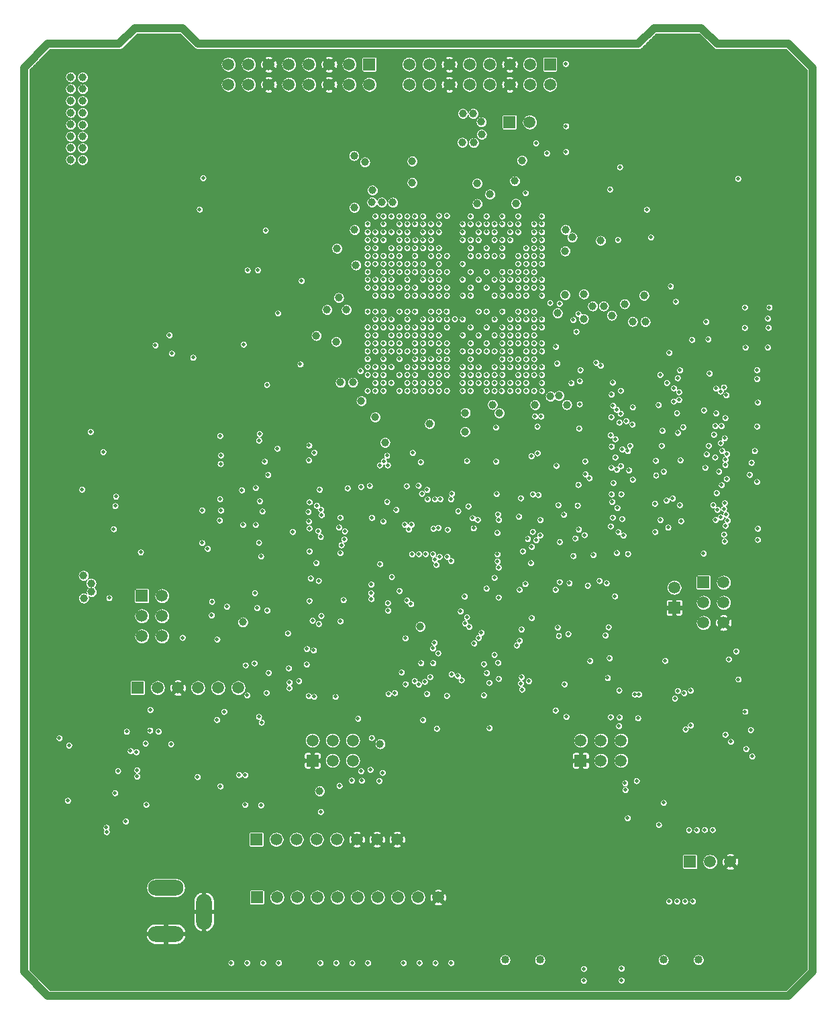
<source format=gbr>
G04 #@! TF.GenerationSoftware,KiCad,Pcbnew,5.0.0-rc2-dev-unknown-d35a6f1~64~ubuntu18.04.1*
G04 #@! TF.CreationDate,2018-05-21T11:58:17+02:00*
G04 #@! TF.ProjectId,Cryptech Alpha,437279707465636820416C7068612E6B,rev?*
G04 #@! TF.SameCoordinates,Original*
G04 #@! TF.FileFunction,Copper,L7,Inr,Plane*
G04 #@! TF.FilePolarity,Positive*
%FSLAX46Y46*%
G04 Gerber Fmt 4.6, Leading zero omitted, Abs format (unit mm)*
G04 Created by KiCad (PCBNEW 5.0.0-rc2-dev-unknown-d35a6f1~64~ubuntu18.04.1) date Mon May 21 11:58:17 2018*
%MOMM*%
%LPD*%
G01*
G04 APERTURE LIST*
%ADD10C,1.500000*%
%ADD11R,1.500000X1.500000*%
%ADD12C,1.016000*%
%ADD13O,2.000000X4.500000*%
%ADD14O,4.500000X2.000000*%
%ADD15C,0.500000*%
%ADD16C,1.000000*%
%ADD17C,0.600000*%
%ADD18C,1.000000*%
%ADD19C,0.050000*%
G04 APERTURE END LIST*
D10*
X36580000Y-6000000D03*
X54360000Y-6000000D03*
X51820000Y-6000000D03*
X49280000Y-6000000D03*
X46740000Y-6000000D03*
X44200000Y-6000000D03*
X41660000Y-6000000D03*
X39120000Y-6000000D03*
X34040000Y-6000000D03*
D11*
X31500000Y-6000000D03*
X84160740Y30530000D03*
D10*
X84160740Y33070000D03*
D12*
X67209800Y-13884000D03*
X62800000Y-13884000D03*
X82800000Y-13884000D03*
X87209800Y-13884000D03*
D10*
X29133790Y20421600D03*
X26593790Y20421600D03*
X24053790Y20421600D03*
X21513790Y20421600D03*
X18973790Y20421600D03*
D11*
X16433790Y20421600D03*
X38506390Y11252200D03*
D10*
X38506390Y13792200D03*
X41046390Y11252200D03*
X41046390Y13792200D03*
X43586390Y11252200D03*
X43586390Y13792200D03*
X77444590Y13792200D03*
X77444590Y11252200D03*
X74904590Y13792200D03*
X74904590Y11252200D03*
X72364590Y13792200D03*
D11*
X72364590Y11252200D03*
D13*
X24800000Y-7800000D03*
D14*
X20000000Y-10600000D03*
X20000000Y-4800000D03*
D10*
X65916800Y91744800D03*
D11*
X63376800Y91744800D03*
X87847000Y33705800D03*
D10*
X90387000Y33705800D03*
X87847000Y31165800D03*
X90387000Y31165800D03*
X87847000Y28625800D03*
X90387000Y28625800D03*
X91219330Y-1500000D03*
X88679330Y-1500000D03*
D11*
X86139330Y-1500000D03*
X16980000Y32015000D03*
D10*
X19520000Y32015000D03*
X16980000Y29475000D03*
X19520000Y29475000D03*
X16980000Y26935000D03*
X19520000Y26935000D03*
X49190000Y1300000D03*
D11*
X31410000Y1300000D03*
D10*
X33950000Y1300000D03*
X36490000Y1300000D03*
X39030000Y1300000D03*
X41570000Y1300000D03*
X44110000Y1300000D03*
X46650000Y1300000D03*
X50692990Y96494600D03*
X50692990Y99034600D03*
X53232990Y96494600D03*
X53232990Y99034600D03*
X55772990Y96494600D03*
X55772990Y99034600D03*
X58312990Y96494600D03*
X58312990Y99034600D03*
X60852990Y96494600D03*
X60852990Y99034600D03*
X63392990Y96494600D03*
X63392990Y99034600D03*
X65932990Y96494600D03*
X65932990Y99034600D03*
X68472990Y96494600D03*
D11*
X68472990Y99034600D03*
X45689190Y99034600D03*
D10*
X45689190Y96494600D03*
X43149190Y99034600D03*
X43149190Y96494600D03*
X40609190Y99034600D03*
X40609190Y96494600D03*
X38069190Y99034600D03*
X38069190Y96494600D03*
X35529190Y99034600D03*
X35529190Y96494600D03*
X32989190Y99034600D03*
X32989190Y96494600D03*
X30449190Y99034600D03*
X30449190Y96494600D03*
X27909190Y99034600D03*
X27909190Y96494600D03*
D15*
X50446300Y77889100D03*
X48440000Y69888100D03*
X47449000Y69888100D03*
X46433100Y69888100D03*
X58453420Y69892820D03*
X54434100Y69888100D03*
X54434100Y67889500D03*
X54434100Y66889500D03*
X54434100Y70904100D03*
X53443500Y69888100D03*
X59453420Y67884780D03*
X53443500Y66889500D03*
X53443500Y70904100D03*
X52452900Y69888100D03*
X53443500Y71894700D03*
X53443500Y65889500D03*
X54434100Y72885300D03*
X52452900Y71894700D03*
X53443500Y72885300D03*
X52452900Y65889500D03*
X53443500Y64889500D03*
X51436900Y69888100D03*
X51436900Y67889500D03*
X51436900Y70904100D03*
X54434100Y73901300D03*
X52452900Y72885300D03*
X53443500Y63889500D03*
X51436900Y65889500D03*
X50446300Y67889500D03*
X62453420Y69892820D03*
X62453420Y67884780D03*
X52452900Y63889500D03*
X50446300Y66889500D03*
X58448700Y74891900D03*
X50446300Y70904100D03*
X54434100Y74891900D03*
X52452900Y73901300D03*
X62448700Y70904100D03*
X51436900Y64889500D03*
X50446300Y71894700D03*
X50446300Y65889500D03*
X59448700Y74891900D03*
X62448700Y71894700D03*
X62453420Y65884780D03*
X51436900Y63889500D03*
X51436900Y73901300D03*
X49455700Y67889500D03*
X50446300Y72885300D03*
X52452900Y62889500D03*
X50446300Y64889500D03*
X60448700Y74891900D03*
X63453420Y69892820D03*
X62453420Y64884770D03*
X58448700Y75882500D03*
X49455700Y70904100D03*
X58453420Y61884780D03*
X63453420Y66884780D03*
X54434100Y61889500D03*
X53443500Y61889500D03*
X63448700Y71894700D03*
X63453420Y65884780D03*
X61448700Y74891900D03*
X61453430Y62884780D03*
X62453420Y63884770D03*
X50446300Y73901300D03*
X51436900Y62889500D03*
X49455700Y72885300D03*
X49455700Y64889500D03*
X60448700Y75882500D03*
X52452900Y61889500D03*
X63448700Y72885300D03*
X64453420Y69892820D03*
X57448700Y76898500D03*
X64453420Y66884780D03*
X64448700Y70904100D03*
X48439700Y66889500D03*
X58448700Y76898500D03*
X48439700Y70904100D03*
X50446300Y62889500D03*
X62448700Y74891900D03*
X62453420Y62884780D03*
X49455700Y63889500D03*
X49455700Y73901300D03*
X51436900Y75882500D03*
X64448700Y71894700D03*
X59453420Y60884780D03*
X64453420Y65884780D03*
X63453420Y63884770D03*
X48439700Y71894700D03*
X48439700Y65889500D03*
X59448700Y76898500D03*
X52452900Y60889500D03*
X64448700Y72885300D03*
X48439700Y72885300D03*
X48439700Y64889500D03*
X49455700Y74891900D03*
X49455700Y62889500D03*
X62448700Y75882500D03*
X57448700Y77889100D03*
X65453430Y69892820D03*
X65453430Y67884780D03*
X47449100Y66889500D03*
X65453430Y66884780D03*
X65448700Y70904100D03*
X61453430Y60884780D03*
X64453420Y63884770D03*
X61448700Y76898500D03*
X64448700Y73901300D03*
X47449100Y71894700D03*
X47449100Y65889500D03*
X59448700Y77889100D03*
X59453420Y59884770D03*
X49455700Y75882500D03*
X47449100Y72885300D03*
X60448700Y77889100D03*
X65448700Y72885300D03*
X60453420Y59884770D03*
X65453430Y64884770D03*
X64448700Y74891900D03*
X62453420Y60884780D03*
X48439700Y74891900D03*
X62448700Y76898500D03*
X66453420Y67884780D03*
X46433100Y67889500D03*
X57448700Y78905100D03*
X47449100Y63889500D03*
X61448700Y77889100D03*
X47449100Y73901300D03*
X58453420Y58884780D03*
X66453420Y66884780D03*
X66448700Y70904100D03*
X65453430Y63884770D03*
X65448700Y73901300D03*
X58448700Y78905100D03*
X46433100Y70904100D03*
X66448700Y71894700D03*
X66453420Y65884780D03*
X46433100Y71894700D03*
X59448700Y78905100D03*
X48439700Y75882500D03*
X63453420Y60884780D03*
X63448700Y76898500D03*
X47449100Y74891900D03*
X66448700Y72885300D03*
X65448700Y74891900D03*
X66453420Y64884770D03*
X60448700Y78905100D03*
X67453420Y69892820D03*
X45442500Y67889500D03*
X66448700Y73901300D03*
X46433100Y63889500D03*
X61448700Y78905100D03*
X46433100Y73901300D03*
X58448700Y79895700D03*
X45442500Y70904100D03*
X67448700Y70904100D03*
X64453420Y60884780D03*
X65448700Y75882500D03*
X63448700Y77889100D03*
X45442500Y71894700D03*
X67448700Y71894700D03*
X67453420Y65884780D03*
X46433100Y74891900D03*
X50446300Y78905100D03*
X46433100Y62889500D03*
X62448700Y78905100D03*
X45442500Y72885300D03*
X60448700Y79895700D03*
X64448700Y77889100D03*
X47449100Y76898500D03*
X48439700Y77889100D03*
X45442500Y73901300D03*
X67448700Y73901300D03*
X66448700Y75882500D03*
X46433100Y75882500D03*
X63448700Y78905100D03*
X67448700Y74891900D03*
X62448700Y79895700D03*
X66448700Y76898500D03*
X46433100Y60889500D03*
X64448700Y78905100D03*
X46433100Y76898500D03*
X45442500Y75882500D03*
X67448700Y75882500D03*
X45442500Y61889500D03*
X66448700Y77889100D03*
X66453420Y59884770D03*
X64448700Y79895700D03*
X45442500Y76898500D03*
X67448700Y76898500D03*
X66448700Y78905100D03*
X45442500Y78905100D03*
X67448700Y78905100D03*
X67448700Y79895700D03*
X51475000Y76875000D03*
X52450000Y76875000D03*
X63453420Y62884780D03*
X75850000Y28075000D03*
X47025000Y36050000D03*
X37750000Y23375000D03*
X24585000Y42815000D03*
X76675000Y31975000D03*
X56100000Y44900000D03*
D16*
X52125000Y28150000D03*
D15*
X65350000Y33525000D03*
X71425000Y37075000D03*
X70500000Y91250000D03*
X92207800Y84632800D03*
X66000000Y5500000D03*
D16*
X60660000Y-14963590D03*
X80500000Y-9536420D03*
X89500000Y-15000000D03*
X89487400Y-9500000D03*
X80660000Y-15067780D03*
X69488400Y-15000000D03*
X69488400Y-9000000D03*
X60500000Y-9413610D03*
X85000000Y-8000000D03*
X66500000Y-9000000D03*
X35750000Y-16750000D03*
X57500000Y-16800000D03*
X48750000Y-16750000D03*
X47000000Y-16750000D03*
X37982000Y-16750000D03*
X27000000Y-16800000D03*
D15*
X30530800Y-9000000D03*
X30750000Y-1500000D03*
X8250000Y2654120D03*
X11772170Y2692730D03*
D16*
X43593770Y52492120D03*
D15*
X84554130Y15100740D03*
X87550000Y15025000D03*
X88679330Y15000730D03*
X89125000Y19525000D03*
X12100590Y12500610D03*
X16700000Y8425000D03*
X13550000Y4400000D03*
X11125000Y7400000D03*
X79450000Y21550000D03*
X69113400Y12736600D03*
X51436900Y77889100D03*
D16*
X46125000Y85949990D03*
X40950000Y87500000D03*
X47175000Y87350000D03*
X48700000Y87325000D03*
D15*
X55450100Y75882500D03*
X57448700Y75882500D03*
X72202200Y58097800D03*
X52550000Y56400000D03*
D16*
X55225000Y30175000D03*
D15*
X57453420Y67884780D03*
X58453420Y67884780D03*
X57448700Y70904100D03*
X58453420Y66884780D03*
X55450100Y71894700D03*
X59453420Y69892820D03*
X57453420Y65884780D03*
X58448700Y71894700D03*
X59453420Y66884780D03*
X54434100Y65889500D03*
X59448700Y70904100D03*
X52452900Y67889500D03*
X57448700Y72885300D03*
X55445380Y64884770D03*
X60453420Y69892820D03*
X59453420Y65884780D03*
X52452900Y70904100D03*
X58453420Y64884770D03*
X60453420Y66884780D03*
X59448700Y72885300D03*
X60448700Y71894700D03*
X57453420Y63884770D03*
X61453430Y67884780D03*
X55450100Y73901300D03*
X61448700Y70904100D03*
X51436900Y66889500D03*
X58448700Y73901300D03*
X60453420Y64884770D03*
X59453420Y63884770D03*
X61453430Y65884780D03*
X53443500Y73901300D03*
X59448700Y73901300D03*
X57448700Y74891900D03*
X61448700Y72885300D03*
X62453420Y66884780D03*
X60448700Y73901300D03*
X53443500Y62889500D03*
X61453430Y63884770D03*
X61448700Y73901300D03*
X49455700Y69888100D03*
X57453420Y61884780D03*
X63453420Y67884780D03*
X49455700Y66889500D03*
X63448700Y70904100D03*
X49455700Y71894700D03*
X59448700Y75882500D03*
X59453420Y61884780D03*
X50446300Y63889500D03*
X62448700Y73901300D03*
X60453420Y61884780D03*
X55450100Y76898500D03*
X48439700Y67889500D03*
X54434100Y76898500D03*
X50446300Y74891900D03*
X61448700Y75882500D03*
X61453430Y61884780D03*
X63448700Y73901300D03*
X60453420Y60884780D03*
X60448700Y76898500D03*
X55450100Y77889100D03*
X50446300Y61889500D03*
X63448700Y74891900D03*
X58448700Y77889100D03*
X65453430Y65884780D03*
X63448700Y75882500D03*
X47449100Y64889500D03*
X52452900Y59889500D03*
X64453420Y62884780D03*
X55445380Y58884780D03*
X66453420Y69892820D03*
X55450100Y78905100D03*
X49455700Y60889500D03*
X64448700Y75882500D03*
X48439700Y61889500D03*
X62448700Y77889100D03*
X46433100Y72885300D03*
X45442500Y69888100D03*
X57448700Y79895700D03*
X64448700Y76898500D03*
X48439700Y76898500D03*
X47449100Y75882500D03*
X63453420Y59884770D03*
X59453420Y57884780D03*
X59448700Y79895700D03*
X67448700Y72885300D03*
X48439700Y59889500D03*
X65448700Y76898500D03*
X61448700Y79895700D03*
X49455700Y58889500D03*
X46433100Y61889500D03*
X65448700Y77889100D03*
X48439700Y78905100D03*
X67453420Y61884780D03*
X63448700Y79895700D03*
X65448700Y78905100D03*
X66453420Y58884780D03*
X65448700Y79895700D03*
X45442500Y58889500D03*
X66448700Y79895700D03*
X46431200Y78909800D03*
X56413400Y79959200D03*
D16*
X7250000Y82000000D03*
X8250000Y82000000D03*
X9250000Y82000000D03*
X10250000Y82000000D03*
X11250000Y82000000D03*
X12250000Y82000000D03*
X13250000Y82000000D03*
X14250000Y82000000D03*
X15250000Y82000000D03*
X16250000Y82000000D03*
X17250000Y82000000D03*
X18250000Y82000000D03*
X18250000Y80750000D03*
X17250000Y80750000D03*
X16250000Y80750000D03*
X15250000Y80750000D03*
X14250000Y80750000D03*
X13250000Y80750000D03*
X12250000Y80750000D03*
X11250000Y80750000D03*
X10250000Y80750000D03*
X9250000Y80750000D03*
X8250000Y80750000D03*
X7250000Y80750000D03*
X18250000Y79500000D03*
X17250000Y79500000D03*
X16250000Y79500000D03*
X15250000Y79500000D03*
X14250000Y79500000D03*
X13250000Y79500000D03*
X12250000Y79500000D03*
X11250000Y79500000D03*
X10250000Y79500000D03*
X9250000Y79500000D03*
X8250000Y79500000D03*
X7250000Y79500000D03*
X18250000Y78250000D03*
X17250000Y78250000D03*
X16250000Y78250000D03*
X15250000Y78250000D03*
X14250000Y78250000D03*
X13250000Y78250000D03*
X12250000Y78250000D03*
X11250000Y78250000D03*
X10250000Y78250000D03*
X9250000Y78250000D03*
X8250000Y78250000D03*
X7250000Y78250000D03*
X18250000Y77000000D03*
X17250000Y77000000D03*
X16250000Y77000000D03*
X15250000Y77000000D03*
X14250000Y77000000D03*
X13250000Y77000000D03*
X12250000Y77000000D03*
X11250000Y77000000D03*
X10250000Y77000000D03*
X9250000Y77000000D03*
X8250000Y77000000D03*
X7250000Y77000000D03*
X18250000Y75750000D03*
X17250000Y75750000D03*
X16250000Y75750000D03*
X15250000Y75750000D03*
X14250000Y75750000D03*
X13250000Y75750000D03*
X12250000Y75750000D03*
X11250000Y75750000D03*
X10250000Y75750000D03*
X9250000Y75750000D03*
X8250000Y75750000D03*
X7250000Y75750000D03*
X18250000Y74500000D03*
X17250000Y74500000D03*
X16250000Y74500000D03*
X15250000Y74500000D03*
X14250000Y74500000D03*
X13250000Y74500000D03*
X12250000Y74500000D03*
X11250000Y74500000D03*
X10250000Y74500000D03*
X9250000Y74500000D03*
X8250000Y74500000D03*
X7250000Y74500000D03*
X39025000Y62075000D03*
X41475000Y62025000D03*
X41050000Y54450000D03*
X51300000Y53800000D03*
X55700000Y52700000D03*
X55775000Y55075000D03*
X67950000Y51650000D03*
X69750040Y51650000D03*
X70500000Y64675000D03*
X72750000Y64300000D03*
X76325000Y64300000D03*
X73825000Y63050000D03*
X75325000Y63050000D03*
X70375000Y71950000D03*
X72750000Y72025000D03*
X80400000Y73050000D03*
X78975000Y73025000D03*
X77925000Y74700000D03*
X81450000Y74625000D03*
X70350000Y73825000D03*
X74825000Y74525000D03*
X69275000Y80925000D03*
X68125000Y81450000D03*
X62875000Y82675000D03*
X55350000Y81525000D03*
X55325000Y84000000D03*
X62200000Y86850000D03*
X61000000Y85575000D03*
X54025000Y85750000D03*
X54025000Y83050000D03*
X49725000Y86075000D03*
X52300000Y89200000D03*
X50925000Y89175000D03*
X50925000Y92800000D03*
X52300000Y92775000D03*
X49925000Y91725000D03*
X49950000Y90275000D03*
X39525000Y86450000D03*
X42075010Y80975000D03*
X42200000Y78175000D03*
X42450000Y72675000D03*
X42875000Y66100000D03*
X40350000Y66375000D03*
X38775000Y76600000D03*
X39900000Y76600000D03*
X40375000Y79200000D03*
X38775000Y72825000D03*
X39825000Y72800000D03*
X38750000Y75425000D03*
X39875000Y75375000D03*
X24275000Y99850000D03*
X24275000Y98350000D03*
X24275000Y94850000D03*
X24275000Y93350000D03*
X24275000Y89850000D03*
X24275000Y88250000D03*
X5150000Y53724980D03*
X5100000Y54900000D03*
X6400000Y56700000D03*
X7700000Y56700000D03*
X7800000Y58900000D03*
X6500000Y58900000D03*
X5100000Y61600000D03*
X5100000Y60300000D03*
X12100000Y67900000D03*
X12100000Y66500000D03*
X13800000Y69600000D03*
X32900000Y54000000D03*
X36500000Y54200000D03*
X24800000Y51400000D03*
X24800000Y49900000D03*
X24800000Y47000000D03*
X24800000Y45500000D03*
X7200000Y40150000D03*
X7200000Y42100000D03*
X4150000Y40150000D03*
X4100000Y42100000D03*
X29750000Y24450000D03*
X92300000Y6200000D03*
X86425000Y5075000D03*
X74850000Y8475000D03*
X48275000Y8500000D03*
X26850000Y8975000D03*
X7750000Y17050000D03*
X25275000Y16900000D03*
X43549990Y51350000D03*
X74300000Y73300000D03*
D15*
X94100000Y62000000D03*
X93300000Y57800000D03*
X94600000Y58400000D03*
X94600000Y55400000D03*
X94600000Y52400000D03*
X94676800Y45423200D03*
X94795600Y41495600D03*
X93500000Y38100000D03*
X79000000Y60400000D03*
X77505400Y58894600D03*
X77424400Y56024400D03*
X73556800Y61456800D03*
X72128800Y52128800D03*
X60934600Y50865400D03*
X56588800Y51511200D03*
X50147600Y50052400D03*
X39717600Y50082400D03*
X31235800Y44935800D03*
X29821800Y41978200D03*
X29550000Y38550000D03*
X29417600Y36717600D03*
X27207800Y33007800D03*
X27550000Y32050000D03*
X31123000Y31377000D03*
X32700000Y39300000D03*
X39200000Y21400000D03*
X37800000Y21600000D03*
X40470200Y20729800D03*
D16*
X48450000Y13350000D03*
D15*
X55186200Y15313800D03*
X62400000Y15951200D03*
X67529000Y21971000D03*
X68584000Y23684000D03*
X67792600Y23007400D03*
X66156600Y30243400D03*
X66038400Y35161600D03*
X66285400Y41114600D03*
X65042800Y88442800D03*
X87923600Y60326400D03*
X89416000Y59166000D03*
X89454200Y56045800D03*
X88423600Y53326400D03*
X89487400Y45987400D03*
X89398000Y40648000D03*
X88439200Y39310800D03*
X48439700Y57889500D03*
D16*
X63200000Y52650000D03*
X60100000Y52800000D03*
D15*
X72150000Y55375000D03*
X58000000Y50825000D03*
X81450000Y53375000D03*
X72007600Y41392400D03*
X87800000Y43324000D03*
X43900000Y62875000D03*
X77453780Y45852240D03*
D16*
X66478240Y52027540D03*
X65053170Y52702570D03*
D15*
X72157800Y45042200D03*
X72117400Y38182600D03*
X78810800Y39310800D03*
X84599400Y11125600D03*
X81300000Y11150000D03*
X86131400Y10168600D03*
X89525000Y9425000D03*
X88100000Y10300000D03*
X89600000Y10275000D03*
X93163400Y19813400D03*
X88032000Y24968000D03*
X89032000Y24032000D03*
X83635400Y23039600D03*
X79655400Y18619600D03*
X83546400Y18103600D03*
X79600000Y15597000D03*
X81050000Y14900000D03*
X74225000Y16700000D03*
X12875000Y27375000D03*
X13000000Y23050000D03*
X12625000Y21175000D03*
X26600000Y24550000D03*
X51816000Y12559000D03*
X36000000Y15825000D03*
X19889200Y3689200D03*
X20750000Y7697600D03*
X21500000Y9225000D03*
X20625000Y11228200D03*
X22325000Y11375000D03*
X20686390Y12336400D03*
X8564000Y6886000D03*
X13575000Y2850000D03*
X53725000Y11975000D03*
X17225000Y4500000D03*
X17170000Y3000000D03*
X12717200Y15782800D03*
X73500000Y95250000D03*
X73500000Y90000000D03*
X73500000Y88000000D03*
X73500000Y82750000D03*
X77500000Y78750000D03*
X82250000Y78750000D03*
X85000000Y78750000D03*
X90000000Y78750000D03*
X94000000Y82750000D03*
X93954600Y92647600D03*
X90000000Y99250000D03*
X85000000Y99250000D03*
X82500000Y99250000D03*
X77500000Y99250000D03*
X76500000Y96250000D03*
X80000000Y96250000D03*
X83250000Y96250000D03*
X76500000Y93500000D03*
X80000000Y93500000D03*
X83250000Y93500000D03*
X76500000Y90750000D03*
X80000000Y90750000D03*
X76500000Y81500000D03*
X87000000Y83250000D03*
X92000000Y81250000D03*
X92250000Y96250000D03*
X94000000Y95250000D03*
X94000000Y90000000D03*
X94000000Y88000000D03*
X87000000Y96250000D03*
X70250000Y92500000D03*
X70250000Y98250000D03*
X70750000Y96338800D03*
X71500000Y85250000D03*
X71500000Y84000000D03*
X27200000Y84700000D03*
X27500000Y78100000D03*
X26831200Y71831200D03*
X28194000Y71431000D03*
X26050000Y74900000D03*
D16*
X25525000Y79000000D03*
X31525000Y82500000D03*
X32000000Y94000000D03*
X37000000Y94000000D03*
X44250000Y94000000D03*
D15*
X35375000Y81625000D03*
X30169400Y76344400D03*
X31580600Y76344400D03*
X30200000Y77300000D03*
X23225000Y63625000D03*
X23617800Y65082200D03*
X14833600Y48408600D03*
X14475000Y40625000D03*
X16217800Y41232200D03*
X32350000Y77375000D03*
X51970900Y81785740D03*
X53467000Y79925800D03*
X52451000Y74887200D03*
X51460400Y71890000D03*
X45448600Y66878200D03*
X68875000Y64900000D03*
X22150000Y48850000D03*
X21680000Y41545000D03*
X20125000Y40400000D03*
X40125000Y51675000D03*
X31823000Y49123000D03*
X50000000Y29475000D03*
X53275000Y40975000D03*
X76725000Y29075000D03*
X94239400Y72110600D03*
X91325000Y74000000D03*
D16*
X48450000Y55000000D03*
D15*
X44602400Y76352400D03*
D16*
X42875000Y70675000D03*
D15*
X68300000Y67775000D03*
D16*
X35400000Y65200000D03*
X31500000Y65200000D03*
X34100000Y65200000D03*
X31550000Y63475000D03*
X70800000Y53025000D03*
D15*
X35925000Y59100000D03*
D16*
X34425000Y52400000D03*
X42100000Y52675000D03*
D15*
X32600000Y29100000D03*
X44550000Y24225000D03*
X80125000Y29750000D03*
X82346800Y32003200D03*
X68264800Y30810200D03*
X71100000Y31975000D03*
X71625000Y29750000D03*
X73050000Y29800000D03*
D16*
X43725000Y76800000D03*
D15*
X70225000Y88750000D03*
X70144800Y89419800D03*
X70125000Y90075000D03*
X70225000Y82350000D03*
X15900780Y40426970D03*
D16*
X24617800Y82092800D03*
D15*
X67550000Y35675000D03*
X77503780Y40626980D03*
X78850000Y43750000D03*
X37875000Y16575000D03*
X42375000Y45025000D03*
X10850000Y35875000D03*
X16579200Y11375000D03*
X80350000Y10525000D03*
X85104150Y7750380D03*
X21076030Y4675230D03*
X25051220Y6675330D03*
X88135400Y15286200D03*
X84135120Y20567680D03*
D17*
X11745800Y41747200D03*
X11745800Y42347200D03*
X11745800Y42947200D03*
X11145800Y42947200D03*
X11145800Y42347200D03*
X11145800Y41747200D03*
X9945800Y41747200D03*
X9945800Y42347200D03*
X9945800Y42947200D03*
X10545800Y42947190D03*
X10545800Y42347190D03*
X10545800Y41747200D03*
X35758400Y75905600D03*
X35758400Y75305610D03*
X35758400Y74705610D03*
X36358400Y74705600D03*
X36358400Y75305600D03*
X36358400Y75905600D03*
X35158400Y75905600D03*
X35158400Y75305600D03*
X35158400Y74705600D03*
X34558400Y74705600D03*
X34558400Y75305600D03*
X34558400Y75905600D03*
X23509200Y54455200D03*
X23509200Y55055200D03*
X23509200Y55655200D03*
X22909200Y55655200D03*
X22909200Y55055200D03*
X22909200Y54455200D03*
X24109200Y54455210D03*
X24109200Y55055200D03*
X24109200Y55655200D03*
X24709200Y55655200D03*
X24709200Y55055200D03*
X24709200Y54455200D03*
X23509200Y56255200D03*
X23509200Y56855200D03*
X23509200Y57455200D03*
X22909200Y57455200D03*
X22909200Y56855200D03*
X22909200Y56255200D03*
X24109200Y56255210D03*
X24109200Y56855200D03*
X24109200Y57455200D03*
X24709200Y57455200D03*
X24709200Y56855200D03*
X24709200Y56255200D03*
X29234200Y59830200D03*
X29234200Y60430200D03*
X28634200Y60430200D03*
X28634200Y59830200D03*
X29834200Y59830200D03*
X29834200Y60430200D03*
X30434200Y60430200D03*
X30434200Y59830200D03*
X24709200Y58055210D03*
X24709200Y58655200D03*
X24709200Y59255200D03*
X24109200Y59255200D03*
X24109200Y58655200D03*
X24109200Y58055210D03*
X22909200Y58055210D03*
X22909200Y58655200D03*
X22909200Y59255200D03*
X23509200Y59255200D03*
X23509200Y58655200D03*
X23509200Y58055200D03*
D15*
X61000000Y8475000D03*
X61000000Y2000000D03*
X59500000Y5500000D03*
X48500000Y34425000D03*
X55550000Y40375000D03*
X45925000Y33475000D03*
X37982000Y42621260D03*
X66313640Y44843000D03*
X46000000Y41875000D03*
X67250000Y41600000D03*
X48002340Y31126520D03*
X64800000Y44350000D03*
X61975000Y35600000D03*
X61725000Y44875000D03*
X42025000Y37425000D03*
X61850000Y37250000D03*
X45975000Y14125000D03*
X41900000Y8075000D03*
X47352310Y9725470D03*
X46925000Y8700000D03*
X45800000Y10100000D03*
X44727180Y8725430D03*
X43450000Y8750000D03*
X44625000Y9925000D03*
X53925000Y36600000D03*
X54125000Y35950000D03*
X50427460Y31451530D03*
X50925000Y31000000D03*
X88993380Y2527420D03*
X52675000Y21200000D03*
X87997700Y2527420D03*
X56050000Y22150000D03*
X86998520Y2477410D03*
X56825000Y21925000D03*
X86000000Y2477410D03*
X57300000Y21400000D03*
X58175000Y43325000D03*
X56875000Y42700000D03*
X54402650Y40626980D03*
X53752660Y40497330D03*
X47449100Y78905100D03*
X50975000Y41000000D03*
X39025000Y43400000D03*
X47449100Y79895700D03*
X38126860Y43852140D03*
X47902340Y43877140D03*
X49455700Y79895700D03*
X39575000Y42900000D03*
X50152450Y41002000D03*
X48439700Y79895700D03*
X50650000Y40400000D03*
X39650000Y42225000D03*
X24000000Y9200000D03*
X30276480Y19475950D03*
X38650000Y25150000D03*
X45925000Y31650000D03*
X30026470Y9425460D03*
X56000000Y36425000D03*
X37800000Y25325000D03*
X45900000Y32375000D03*
X29238280Y9450000D03*
X55500000Y36950000D03*
X55452710Y19425950D03*
X44250000Y16550000D03*
X57975000Y29350000D03*
X26876310Y8025390D03*
X69175000Y32800000D03*
X57777820Y28551390D03*
X76125000Y16750000D03*
X51925000Y37300000D03*
X41400000Y19300000D03*
X48439700Y60889500D03*
X76050000Y83275000D03*
X56450000Y66925000D03*
X50446300Y59889500D03*
X90000000Y51300000D03*
X35400000Y27300000D03*
X72900000Y49000000D03*
X51436900Y57889500D03*
X90500000Y51900000D03*
X76700000Y51800000D03*
X39300000Y28500000D03*
X51436900Y58889500D03*
X76100000Y52300000D03*
X38500000Y28900000D03*
X89150000Y52350000D03*
X84625000Y52575000D03*
X51436900Y59889500D03*
X78103810Y54077640D03*
X32800000Y30200000D03*
X50446300Y57889500D03*
X38100000Y31400000D03*
X82654030Y52852580D03*
X77228770Y53902630D03*
X54434100Y58889500D03*
X39600000Y29500000D03*
X88504320Y50952490D03*
X78603840Y50952490D03*
X78290380Y50290380D03*
X90200000Y50300000D03*
X54434100Y57889500D03*
X45700000Y45900000D03*
X47900000Y49700000D03*
X52452900Y58889500D03*
X77600000Y50500000D03*
X88225000Y49875000D03*
X47000000Y48500000D03*
X52452900Y57889500D03*
X89300000Y49500000D03*
X76253790Y50864570D03*
X47499900Y48999900D03*
X54434100Y59889500D03*
X84925000Y49125000D03*
X81825000Y49075000D03*
X48000000Y48500000D03*
X53443500Y58889500D03*
X82554030Y50952490D03*
X69275000Y48425000D03*
X90600000Y49200000D03*
X53443500Y59889500D03*
X42925000Y45600000D03*
X77425000Y48400000D03*
X58453420Y57884780D03*
X89800000Y47700000D03*
X81850000Y47225000D03*
X61450000Y34300000D03*
X66453420Y61884780D03*
X64625000Y32800000D03*
X76700000Y49500000D03*
X55445380Y57884780D03*
X90799820Y49899900D03*
X60450000Y32950000D03*
X60453420Y57884780D03*
X94300000Y50300000D03*
X78903850Y46677280D03*
X61975000Y31828260D03*
X59453420Y58884780D03*
X61900000Y42300000D03*
X60453420Y58884780D03*
X62000000Y41600000D03*
X61453430Y59884770D03*
X64553150Y42025000D03*
X46433100Y57889500D03*
X35600000Y20400000D03*
X45442500Y57889500D03*
X35600000Y21100000D03*
X36800000Y21300000D03*
X47449100Y57889500D03*
X46433100Y59889500D03*
X35500000Y22900000D03*
X45442500Y59889500D03*
X32700000Y19800000D03*
X48900000Y19800000D03*
X49455700Y57889500D03*
X48439700Y58889500D03*
X48100000Y19650000D03*
X57453420Y60884780D03*
X59350000Y41625000D03*
X61453430Y57884780D03*
X61825000Y39975000D03*
X90425000Y39775000D03*
X77100000Y40075000D03*
X62375000Y57875000D03*
X76150000Y40800000D03*
X65675000Y39200000D03*
X90625000Y40875000D03*
X90879430Y41527030D03*
X67453420Y62884780D03*
X76400000Y41900000D03*
X59475000Y26725000D03*
X66453420Y62884780D03*
X90675000Y42300000D03*
X71675000Y39275000D03*
X58900000Y26050000D03*
X57453420Y57884780D03*
X90425000Y43000000D03*
X76953760Y43102100D03*
X55975000Y44200000D03*
X57440220Y58884780D03*
X53025000Y44200000D03*
X90525000Y43725000D03*
X76325000Y43875000D03*
X57453420Y59884770D03*
X50377460Y45877240D03*
X83175000Y44050000D03*
X55445380Y59884770D03*
X52150000Y48900000D03*
X83950000Y44325000D03*
X49455700Y59889500D03*
X51875000Y45950000D03*
X84850000Y43475000D03*
X46433100Y58889500D03*
X52300000Y44900000D03*
X89054350Y43475000D03*
X69525000Y43475000D03*
X47449100Y60889500D03*
X52975000Y45400000D03*
X81711360Y43656990D03*
X89600000Y42900000D03*
X53950000Y44200000D03*
X52452900Y66889500D03*
X90025000Y41925000D03*
X82400000Y41600000D03*
X54627670Y44227160D03*
X47449100Y62889500D03*
X76250000Y44850000D03*
X83375000Y40650000D03*
X67453420Y58884780D03*
X85000000Y41450000D03*
X67025000Y44750000D03*
X67453420Y57884780D03*
X81750000Y40100000D03*
X66453420Y57884780D03*
X90500000Y38900000D03*
X77725000Y39625000D03*
X76900000Y37425000D03*
X65453430Y57884780D03*
X90575000Y54450000D03*
X76200000Y54575000D03*
X65453430Y59884770D03*
X84475000Y55075000D03*
X66900000Y50025000D03*
X65453430Y58884780D03*
X84075000Y56550000D03*
X66128230Y49652420D03*
X63453420Y58884780D03*
X84754140Y56752770D03*
X67353290Y54652670D03*
X90725000Y57325000D03*
X63449880Y57874880D03*
X76250000Y57425000D03*
X66875000Y53375000D03*
X76400000Y58925000D03*
X64900000Y21769670D03*
X90404410Y58327850D03*
X64453420Y59884770D03*
X69375000Y61325000D03*
X64775000Y20975000D03*
X84575000Y59500000D03*
X71175000Y58850000D03*
X64453420Y58884780D03*
X84879140Y60477950D03*
X64453420Y61884780D03*
X62003030Y21576050D03*
X82375000Y59900000D03*
X88600000Y60075000D03*
X74300000Y61425000D03*
X58453420Y60884780D03*
X61925000Y23600000D03*
X83225000Y58875000D03*
X60825000Y21075000D03*
X64453420Y64884770D03*
X83525000Y62675000D03*
X60500000Y22300000D03*
X84100000Y58200000D03*
X74875000Y61050000D03*
X55445380Y60884780D03*
X90000000Y57807000D03*
X60125000Y23425000D03*
X53443500Y60889500D03*
X84750000Y57725010D03*
X86400000Y64325000D03*
X47449100Y61889500D03*
X82175000Y56100000D03*
X84350000Y69125000D03*
X32068820Y16075000D03*
X49455700Y61889500D03*
X78900000Y55800000D03*
X88450000Y64375000D03*
X31728800Y16775000D03*
X31175000Y23525000D03*
X46433100Y64889500D03*
X76875000Y55525000D03*
X87900000Y55425000D03*
X76428730Y56027730D03*
X30050000Y23275000D03*
X46433100Y65889500D03*
X90100000Y53450000D03*
X93675000Y47300000D03*
X76471760Y46265120D03*
X52200000Y23550000D03*
X90137400Y45987410D03*
X78450000Y47850000D03*
X53725000Y23550000D03*
X85279160Y53302600D03*
X69700000Y38825000D03*
X53700000Y25400000D03*
X78875000Y53650000D03*
X89325000Y53450000D03*
X53900000Y26100000D03*
X63453420Y61884780D03*
X57200000Y30075000D03*
X58700000Y41823870D03*
X50446300Y60889500D03*
X58827870Y40551980D03*
X51436900Y60889500D03*
X62453420Y59884770D03*
X66575000Y54675000D03*
X57700000Y31950000D03*
X66175000Y38200000D03*
X62453420Y58884780D03*
X61653010Y53252600D03*
X64950000Y20225000D03*
X66725000Y39050000D03*
X72950000Y47350000D03*
X42150000Y38425000D03*
X64875000Y27800000D03*
X53350000Y21800000D03*
X88054300Y48177350D03*
X76900000Y47950000D03*
X71950000Y43425000D03*
X82825000Y47700000D03*
X67225000Y39650000D03*
X51377510Y21301040D03*
X93885400Y48810400D03*
X78300000Y37325000D03*
X54350000Y24800000D03*
X38975000Y36175000D03*
X38125000Y37650000D03*
X49750000Y22375000D03*
X70228430Y42252060D03*
X76228260Y48175000D03*
X90575000Y48525000D03*
X44625000Y45775000D03*
X47427310Y41402020D03*
X73450000Y46875000D03*
X90775000Y46775000D03*
X48439700Y63889500D03*
X25800000Y31300000D03*
X25775000Y29575000D03*
X45442500Y64889500D03*
X45442500Y65889500D03*
X55441360Y69896840D03*
X84500000Y-6500000D03*
X72725000Y-16500000D03*
X57448700Y73901300D03*
X22100000Y26750000D03*
X78275000Y4000000D03*
X50250000Y20900000D03*
X26900000Y48675000D03*
X39400000Y45425000D03*
X49455700Y78905100D03*
X70450000Y99125000D03*
X50446300Y76898500D03*
X65400000Y82800000D03*
X53443500Y75882500D03*
X54434100Y75882500D03*
X55448200Y79959200D03*
X54457600Y79959200D03*
X54434100Y77889100D03*
X54434100Y78905100D03*
X52452900Y79895700D03*
X52452900Y78905100D03*
X51436900Y79895700D03*
X52452900Y77889100D03*
X51436900Y78905100D03*
X53443500Y76898500D03*
X49455700Y77889100D03*
X46433100Y79895700D03*
X47449100Y77889100D03*
X45442500Y77889100D03*
X65453430Y62884780D03*
X69225000Y63425000D03*
X67453420Y63884770D03*
X45442500Y60889500D03*
X49075000Y42875000D03*
X77950000Y8400000D03*
X47449100Y58889500D03*
X51900000Y20850000D03*
X77975000Y7550000D03*
X55445380Y62884780D03*
X71409770Y66809780D03*
X88175000Y66575000D03*
X53443500Y74891900D03*
X65024990Y37656640D03*
X51436900Y74891900D03*
X61850000Y36375000D03*
X50446300Y75882500D03*
X52950000Y19675000D03*
X53443500Y77889100D03*
X52450000Y16375000D03*
X95952200Y63352200D03*
X55445380Y61884780D03*
X71775000Y65350000D03*
X96152200Y68401800D03*
X54434100Y64889500D03*
X68475000Y68975000D03*
X95952200Y67001800D03*
X54434100Y62889500D03*
X72050000Y67575000D03*
X96052200Y65834400D03*
X54434100Y63889500D03*
X69675000Y68889000D03*
X57453420Y62884780D03*
X58453420Y62884780D03*
X59453420Y62884780D03*
X55445380Y66884780D03*
X32900000Y47275000D03*
X42025000Y41900000D03*
X38275000Y34225000D03*
X41850000Y40650000D03*
X39275000Y33925000D03*
X42500000Y39150000D03*
X36000000Y40100000D03*
X39525000Y39475000D03*
X42575000Y40175000D03*
X49475000Y32650000D03*
X26475000Y26525000D03*
X55450100Y70904100D03*
X58448700Y70904100D03*
X55445380Y65884780D03*
X55450100Y72885300D03*
X57453420Y64884770D03*
X55424700Y67889500D03*
D16*
X47250000Y81625000D03*
X48650000Y81625000D03*
X46075000Y83150000D03*
X44000000Y73725000D03*
X51100000Y84125000D03*
X51100000Y86825000D03*
X46025000Y81650000D03*
X57802820Y55102690D03*
D15*
X57453420Y69892820D03*
X57453420Y66884780D03*
X57448700Y71894700D03*
X58453420Y65884780D03*
X60453420Y67884780D03*
X59448700Y71894700D03*
X58448700Y72885300D03*
X60448700Y70904100D03*
X59453420Y64884770D03*
X60453420Y65884780D03*
X61453430Y69892820D03*
X58453420Y63884770D03*
X61453430Y66884780D03*
X60448700Y72885300D03*
X61448700Y71894700D03*
X60453420Y63884770D03*
X61453430Y64884770D03*
D16*
X41825000Y69600000D03*
X40350000Y68100000D03*
X42800000Y68100000D03*
X43600000Y58924980D03*
X44675000Y56600000D03*
X57750000Y52725000D03*
X61225000Y56125000D03*
X75250000Y68550000D03*
X73875000Y68550000D03*
X76275000Y67375000D03*
X69425000Y67675000D03*
X77900000Y68825000D03*
X78900000Y66600000D03*
X80500000Y66575000D03*
X80350000Y69900000D03*
X70375000Y69975000D03*
X60900000Y82650000D03*
X59300000Y81450000D03*
X59275000Y84025000D03*
X57475000Y92825000D03*
X58800000Y92825000D03*
X59825000Y91775000D03*
X59850000Y90200000D03*
X57425000Y89175000D03*
X58850000Y89150000D03*
X72725000Y66950000D03*
X42050000Y58924980D03*
X72753550Y70078420D03*
D15*
X15050000Y14900000D03*
X38050000Y41400000D03*
X24575000Y38700000D03*
X32476580Y48952390D03*
X85400000Y19775000D03*
X86225000Y20075000D03*
X84600000Y20050000D03*
X93108400Y17433400D03*
X64653150Y26376290D03*
X90600000Y14525000D03*
X93800000Y15125000D03*
X64279110Y25785200D03*
X92250000Y21500000D03*
X93218000Y12718000D03*
X93968000Y11782000D03*
X91968000Y25032000D03*
X91032000Y24032000D03*
X83006000Y23844000D03*
X79725000Y19619600D03*
X79578000Y16597000D03*
X30000000Y5675000D03*
X32000000Y5625000D03*
X79171560Y19622870D03*
X84229700Y19084940D03*
X77173070Y15605840D03*
X15550000Y12450000D03*
X38100000Y40550000D03*
X25275000Y37975000D03*
X17425000Y13425000D03*
X16275000Y12325000D03*
X39225000Y40200000D03*
X18025000Y17650000D03*
X6571600Y14071600D03*
X7773400Y13176600D03*
X7621000Y6204000D03*
X12500000Y2800000D03*
X19069200Y14919200D03*
X27351200Y17426200D03*
X14940800Y3590800D03*
X26450000Y16400000D03*
X20638600Y13336400D03*
X39550000Y4800000D03*
X12516240Y2253300D03*
X13600000Y7175000D03*
X17512500Y5687500D03*
D16*
X39425000Y7402400D03*
D15*
X31825000Y52450000D03*
X31750000Y51625000D03*
X38050000Y49123000D03*
X34075000Y50600000D03*
X69575000Y27000000D03*
X58275000Y28129350D03*
X70525000Y16775000D03*
X87847000Y37378000D03*
X52775000Y37300000D03*
X53700000Y37275000D03*
X69175000Y17575000D03*
X75750000Y21675000D03*
X77200000Y20100000D03*
X77250000Y16700000D03*
X51050000Y37275000D03*
X69425000Y28025000D03*
X59825000Y27350000D03*
X70300000Y20875000D03*
X54527660Y36951800D03*
X69675000Y33775000D03*
X70925000Y33625000D03*
X66453420Y60884780D03*
X67453420Y59884770D03*
X70775000Y27225000D03*
X67453420Y60884780D03*
X74725000Y33925000D03*
X65453430Y61884780D03*
X73225000Y33325000D03*
X75475000Y27050000D03*
X73538600Y23825000D03*
X75600000Y33625000D03*
X73950000Y37175000D03*
X75996800Y24175000D03*
X29802200Y63725000D03*
X32750000Y58650000D03*
X45500000Y-14250000D03*
X41500000Y-14250000D03*
X39500000Y-14250000D03*
X43500000Y-14250000D03*
X34250000Y-14250000D03*
X30255000Y-14250000D03*
X28250000Y-14250000D03*
X32250000Y-14250000D03*
X83500000Y-6500000D03*
X72750000Y-15000000D03*
X52000000Y-14250000D03*
X56000000Y-14250000D03*
X54000000Y-14250000D03*
X50000000Y-14250000D03*
X85500000Y-6500000D03*
X77496220Y-14963590D03*
X86500000Y-6500000D03*
X77496220Y-16469460D03*
X16825000Y37525000D03*
X82200000Y3150000D03*
X24250000Y80750000D03*
X32975000Y22325000D03*
X45442500Y62889500D03*
X32000000Y37000000D03*
X30300000Y73075000D03*
X10498200Y52700000D03*
X23436600Y62069330D03*
X13610600Y43360600D03*
D16*
X8000000Y88514570D03*
X9500000Y88494600D03*
X9500000Y87000000D03*
X8000000Y87019970D03*
X8000000Y91439570D03*
X9500000Y91419600D03*
X9500000Y89925000D03*
X8000000Y89944970D03*
X8000000Y94439570D03*
X9500000Y94419600D03*
X9500000Y92925000D03*
X8000000Y92944970D03*
X8000000Y95944970D03*
X9500000Y95925000D03*
X9500000Y97419600D03*
X8000000Y97439570D03*
D15*
X70500000Y88000000D03*
X24700000Y84700000D03*
X31600000Y73100000D03*
X20750000Y62575000D03*
X13698400Y44551600D03*
X26825000Y44225000D03*
X26950000Y42800000D03*
X26801310Y41552030D03*
X42400000Y31500000D03*
X27700000Y30675000D03*
X60125000Y19500000D03*
X61450000Y24600000D03*
X85575000Y15200000D03*
X86229210Y15700770D03*
X16375000Y9250000D03*
X16375000Y10050000D03*
X82797720Y5925000D03*
X13950000Y9950000D03*
X37125000Y71750000D03*
X18675000Y63625000D03*
X20450000Y64900000D03*
X12090000Y50165000D03*
X13425000Y40450000D03*
X9425000Y45425000D03*
X32575000Y78100000D03*
D16*
X43750000Y87525000D03*
X45125000Y86700080D03*
D15*
X50446300Y79895700D03*
D16*
X62075000Y55075000D03*
D15*
X53443500Y67889500D03*
X54434100Y71894700D03*
X55445380Y63884770D03*
X52452900Y64889500D03*
X50446300Y69888100D03*
X55450100Y74891900D03*
X51436900Y72885300D03*
X62448700Y72885300D03*
X60453420Y62884780D03*
X49455700Y65889500D03*
X52452900Y75882500D03*
X63453420Y64884770D03*
X64453420Y67884780D03*
X51436900Y61889500D03*
X62453420Y61884780D03*
X47449100Y70904100D03*
X58453420Y59884770D03*
X48439700Y73901300D03*
X65448700Y71894700D03*
X48439700Y62889500D03*
X46433100Y66889500D03*
X53443500Y78905100D03*
X49455700Y76898500D03*
X61453430Y58884780D03*
X66453420Y63884770D03*
X67453420Y66884780D03*
X53443500Y57889500D03*
X50446300Y58889500D03*
X66448700Y74891900D03*
X65453430Y60884780D03*
X45442500Y63889500D03*
X45442500Y74891900D03*
X47449100Y59889500D03*
X46433100Y77889100D03*
X64453420Y57884780D03*
X67448700Y77889100D03*
D16*
X41500000Y64075000D03*
X53300000Y53725000D03*
X68550000Y57175000D03*
X66600000Y56100000D03*
X71275000Y77225000D03*
X74875000Y76800000D03*
X64175000Y81475000D03*
X64950000Y86925000D03*
X64025000Y84325000D03*
X43800000Y80975000D03*
X43825000Y78175000D03*
X41600000Y75825000D03*
X9625000Y34575000D03*
X10575000Y33600000D03*
X10625000Y32525000D03*
X9650000Y31725000D03*
X29725000Y28700000D03*
X47650000Y51350000D03*
X70400000Y75500000D03*
D15*
X94600000Y60500000D03*
X94600000Y59377200D03*
X94700000Y56400000D03*
X94600000Y53400000D03*
X94600000Y46400000D03*
X94695600Y40495600D03*
X94692000Y39108000D03*
X77405400Y57894600D03*
X77375600Y55024400D03*
X72202200Y59097800D03*
X72300000Y60500000D03*
X72200000Y56200000D03*
X72128800Y53128800D03*
X51147600Y50052400D03*
X31335800Y45635800D03*
X31321800Y40978200D03*
X29721800Y40978200D03*
X31223000Y32377000D03*
X38000000Y19400000D03*
X38700000Y19300000D03*
D16*
X47050000Y13350000D03*
D15*
X54186200Y15286200D03*
X60841000Y15341000D03*
X66156600Y29243400D03*
X66061600Y36161600D03*
X66285400Y40114600D03*
X68080000Y87820000D03*
X66700400Y89099600D03*
X89416000Y58166000D03*
X89454200Y55045800D03*
X89487400Y44987400D03*
D16*
X70600000Y56124990D03*
X69625000Y57250000D03*
X46425000Y54550000D03*
D15*
X54434100Y60889500D03*
X57975000Y49025000D03*
X61675000Y48950000D03*
X38717600Y50082400D03*
X72107600Y40392400D03*
X72825000Y39700000D03*
X77453780Y44852190D03*
X89379360Y41627030D03*
X72042200Y46042200D03*
X91291800Y13633200D03*
X12850000Y31750000D03*
X18009600Y15059600D03*
X80695800Y80725000D03*
X47455200Y67894200D03*
X38075000Y50975000D03*
X26838600Y52211400D03*
X26940200Y49734800D03*
X42025000Y28825000D03*
X93052200Y68402200D03*
X93052200Y65827200D03*
X93127200Y63327200D03*
X79400000Y8700000D03*
X83704080Y71053470D03*
X44552170Y60377950D03*
D16*
X39000000Y64825000D03*
D15*
X36975000Y61225000D03*
X34150000Y67650000D03*
X31850000Y43975000D03*
X32175000Y42675000D03*
X31726550Y38751890D03*
X31500000Y30500000D03*
X48050000Y30175000D03*
X50225000Y26675000D03*
X29595000Y45355000D03*
X65800000Y21275000D03*
X77572600Y41727400D03*
X77290800Y86090800D03*
D16*
X70450000Y78175000D03*
D15*
X77048600Y76920600D03*
X81207400Y77225000D03*
D18*
X5100000Y-18400000D02*
X98599990Y-18400000D01*
X2100000Y-15400000D02*
X5100000Y-18400000D01*
X2100000Y-15400000D02*
X2100000Y84399990D01*
X2100000Y84399990D02*
X2100000Y87200000D01*
X2100000Y87200000D02*
X2100000Y98600000D01*
X2100000Y98600000D02*
X5100000Y101600000D01*
X5100000Y101600000D02*
X14100000Y101600000D01*
X14100000Y101600000D02*
X16100000Y103600000D01*
X16100000Y103600000D02*
X22100000Y103600000D01*
X22100000Y103600000D02*
X24100010Y101600000D01*
X24100010Y101600000D02*
X79600000Y101600000D01*
X79600000Y101600000D02*
X81600000Y103600000D01*
X81600000Y103600000D02*
X87600000Y103600000D01*
X87600000Y103600000D02*
X89600000Y101600000D01*
X89600000Y101600000D02*
X98599990Y101600000D01*
X98599990Y101600000D02*
X101599990Y98600010D01*
X101599980Y87200000D02*
X101599990Y98600010D01*
X101599980Y84399990D02*
X101599980Y87200000D01*
X101599980Y84399990D02*
X101599980Y-15400000D01*
X98599990Y-18400000D02*
X101599980Y-15400000D01*
D19*
X16379594Y102925000D02*
X21820408Y102925000D01*
X81879594Y102925000D02*
X87320406Y102925000D01*
X16332094Y102877500D02*
X21867908Y102877500D01*
X81832094Y102877500D02*
X87367906Y102877500D01*
X16284594Y102830000D02*
X21915408Y102830000D01*
X81784594Y102830000D02*
X87415406Y102830000D01*
X16237094Y102782500D02*
X21962908Y102782500D01*
X81737094Y102782500D02*
X87462906Y102782500D01*
X16189594Y102735000D02*
X22010408Y102735000D01*
X81689594Y102735000D02*
X87510406Y102735000D01*
X16142094Y102687500D02*
X22057908Y102687500D01*
X81642094Y102687500D02*
X87557906Y102687500D01*
X16094594Y102640000D02*
X22105408Y102640000D01*
X81594594Y102640000D02*
X87605406Y102640000D01*
X16047094Y102592500D02*
X22152909Y102592500D01*
X81547094Y102592500D02*
X87652906Y102592500D01*
X15999594Y102545000D02*
X22200409Y102545000D01*
X81499594Y102545000D02*
X87700406Y102545000D01*
X15952094Y102497500D02*
X22247909Y102497500D01*
X81452094Y102497500D02*
X87747906Y102497500D01*
X15904594Y102450000D02*
X22295409Y102450000D01*
X81404594Y102450000D02*
X87795406Y102450000D01*
X15857094Y102402500D02*
X22342909Y102402500D01*
X81357094Y102402500D02*
X87842906Y102402500D01*
X15809594Y102355000D02*
X22390409Y102355000D01*
X81309594Y102355000D02*
X87890406Y102355000D01*
X15762094Y102307500D02*
X22437910Y102307500D01*
X81262094Y102307500D02*
X87937906Y102307500D01*
X15714594Y102260000D02*
X22485410Y102260000D01*
X81214594Y102260000D02*
X87985406Y102260000D01*
X15667094Y102212500D02*
X22532910Y102212500D01*
X81167094Y102212500D02*
X88032906Y102212500D01*
X15619594Y102165000D02*
X22580410Y102165000D01*
X81119594Y102165000D02*
X88080406Y102165000D01*
X15572094Y102117500D02*
X22627910Y102117500D01*
X81072094Y102117500D02*
X88127906Y102117500D01*
X15524594Y102070000D02*
X22675410Y102070000D01*
X81024594Y102070000D02*
X88175406Y102070000D01*
X15477094Y102022500D02*
X22722911Y102022500D01*
X80977094Y102022500D02*
X88222906Y102022500D01*
X15429594Y101975000D02*
X22770411Y101975000D01*
X80929594Y101975000D02*
X88270406Y101975000D01*
X15382094Y101927500D02*
X22817911Y101927500D01*
X80882094Y101927500D02*
X88317906Y101927500D01*
X15334594Y101880000D02*
X22865411Y101880000D01*
X80834594Y101880000D02*
X88365406Y101880000D01*
X15287094Y101832500D02*
X22912911Y101832500D01*
X80787094Y101832500D02*
X88412906Y101832500D01*
X15239594Y101785000D02*
X22960411Y101785000D01*
X80739594Y101785000D02*
X88460406Y101785000D01*
X15192094Y101737500D02*
X23007912Y101737500D01*
X80692094Y101737500D02*
X88507906Y101737500D01*
X15144594Y101690000D02*
X23055412Y101690000D01*
X80644594Y101690000D02*
X88555406Y101690000D01*
X15097094Y101642500D02*
X23102912Y101642500D01*
X80597094Y101642500D02*
X88602906Y101642500D01*
X15049594Y101595000D02*
X23150412Y101595000D01*
X80549594Y101595000D02*
X88650406Y101595000D01*
X15002094Y101547500D02*
X23197912Y101547500D01*
X80502094Y101547500D02*
X88697906Y101547500D01*
X14954594Y101500000D02*
X23245412Y101500000D01*
X80454594Y101500000D02*
X88745406Y101500000D01*
X14907094Y101452500D02*
X23292912Y101452500D01*
X80407094Y101452500D02*
X88792906Y101452500D01*
X14859594Y101405000D02*
X23340413Y101405000D01*
X80359594Y101405000D02*
X88840406Y101405000D01*
X14812094Y101357500D02*
X23387913Y101357500D01*
X80312094Y101357500D02*
X88887906Y101357500D01*
X14764594Y101310000D02*
X23435413Y101310000D01*
X80264594Y101310000D02*
X88935406Y101310000D01*
X14717094Y101262500D02*
X23482913Y101262500D01*
X80217094Y101262500D02*
X88982906Y101262500D01*
X14669594Y101215000D02*
X23530413Y101215000D01*
X80169594Y101215000D02*
X89030406Y101215000D01*
X14622094Y101167500D02*
X23577913Y101167500D01*
X80122094Y101167500D02*
X89077906Y101167500D01*
X14579125Y101120000D02*
X23620884Y101120000D01*
X80079125Y101120000D02*
X89120874Y101120000D01*
X14521247Y101072500D02*
X23678761Y101072500D01*
X80021247Y101072500D02*
X89178751Y101072500D01*
X14456165Y101025000D02*
X23743844Y101025000D01*
X79956165Y101025000D02*
X89243834Y101025000D01*
X14367298Y100977500D02*
X23832711Y100977500D01*
X79867298Y100977500D02*
X89332701Y100977500D01*
X14183923Y100930000D02*
X24016086Y100930000D01*
X79683923Y100930000D02*
X89516078Y100930000D01*
X5337094Y100882500D02*
X98362898Y100882500D01*
X5289594Y100835000D02*
X98410398Y100835000D01*
X5242094Y100787500D02*
X98457898Y100787500D01*
X5194594Y100740000D02*
X98505398Y100740000D01*
X5147094Y100692500D02*
X98552898Y100692500D01*
X5099594Y100645000D02*
X98600398Y100645000D01*
X5052094Y100597500D02*
X98647898Y100597500D01*
X5004594Y100550000D02*
X98695399Y100550000D01*
X4957094Y100502500D02*
X98742899Y100502500D01*
X4909594Y100455000D02*
X98790399Y100455000D01*
X4862094Y100407500D02*
X98837899Y100407500D01*
X4814594Y100360000D02*
X98885399Y100360000D01*
X4767094Y100312500D02*
X98932899Y100312500D01*
X4719594Y100265000D02*
X98980399Y100265000D01*
X4672094Y100217500D02*
X99027899Y100217500D01*
X4624594Y100170000D02*
X99075400Y100170000D01*
X4577094Y100122500D02*
X99122900Y100122500D01*
X4529594Y100075000D02*
X99170400Y100075000D01*
X4482094Y100027500D02*
X32718725Y100027500D01*
X33262779Y100027500D02*
X40338725Y100027500D01*
X40882779Y100027500D02*
X55502525Y100027500D01*
X56046579Y100027500D02*
X63122525Y100027500D01*
X63666579Y100027500D02*
X99217900Y100027500D01*
X4434594Y99980000D02*
X32575601Y99980000D01*
X33402780Y99980000D02*
X40195601Y99980000D01*
X41022780Y99980000D02*
X55359401Y99980000D01*
X56186580Y99980000D02*
X62979401Y99980000D01*
X63806580Y99980000D02*
X99265400Y99980000D01*
X4387094Y99932500D02*
X27681844Y99932500D01*
X28136537Y99932500D02*
X30221844Y99932500D01*
X30676537Y99932500D02*
X32540816Y99932500D01*
X33437565Y99932500D02*
X35301844Y99932500D01*
X35756537Y99932500D02*
X37841844Y99932500D01*
X38296537Y99932500D02*
X40160816Y99932500D01*
X41057565Y99932500D02*
X42921844Y99932500D01*
X43376537Y99932500D02*
X44844655Y99932500D01*
X46533726Y99932500D02*
X50465644Y99932500D01*
X50920337Y99932500D02*
X53005644Y99932500D01*
X53460337Y99932500D02*
X55324616Y99932500D01*
X56221365Y99932500D02*
X58085644Y99932500D01*
X58540337Y99932500D02*
X60625644Y99932500D01*
X61080337Y99932500D02*
X62944616Y99932500D01*
X63841365Y99932500D02*
X65705644Y99932500D01*
X66160337Y99932500D02*
X67628455Y99932500D01*
X69317526Y99932500D02*
X99312900Y99932500D01*
X4339594Y99885000D02*
X27545095Y99885000D01*
X28273286Y99885000D02*
X30085095Y99885000D01*
X30813286Y99885000D02*
X32506032Y99885000D01*
X33472349Y99885000D02*
X35165095Y99885000D01*
X35893286Y99885000D02*
X37705095Y99885000D01*
X38433286Y99885000D02*
X40126032Y99885000D01*
X41092349Y99885000D02*
X42785095Y99885000D01*
X43513286Y99885000D02*
X44795199Y99885000D01*
X46583182Y99885000D02*
X50328895Y99885000D01*
X51057086Y99885000D02*
X52868895Y99885000D01*
X53597086Y99885000D02*
X55289832Y99885000D01*
X56256149Y99885000D02*
X57948895Y99885000D01*
X58677086Y99885000D02*
X60488895Y99885000D01*
X61217086Y99885000D02*
X62909832Y99885000D01*
X63876149Y99885000D02*
X65568895Y99885000D01*
X66297086Y99885000D02*
X67578999Y99885000D01*
X69366982Y99885000D02*
X99360400Y99885000D01*
X4292094Y99837500D02*
X27445858Y99837500D01*
X28372523Y99837500D02*
X29985858Y99837500D01*
X30912523Y99837500D02*
X32504488Y99837500D01*
X33473892Y99837500D02*
X35065858Y99837500D01*
X35992523Y99837500D02*
X37605858Y99837500D01*
X38532523Y99837500D02*
X40124488Y99837500D01*
X41093892Y99837500D02*
X42685858Y99837500D01*
X43612523Y99837500D02*
X44772364Y99837500D01*
X46606017Y99837500D02*
X50229658Y99837500D01*
X51156323Y99837500D02*
X52769658Y99837500D01*
X53696323Y99837500D02*
X55288288Y99837500D01*
X56257692Y99837500D02*
X57849658Y99837500D01*
X58776323Y99837500D02*
X60389658Y99837500D01*
X61316323Y99837500D02*
X62908288Y99837500D01*
X63877692Y99837500D02*
X65469658Y99837500D01*
X66396323Y99837500D02*
X67556164Y99837500D01*
X69389817Y99837500D02*
X99407900Y99837500D01*
X4244594Y99790000D02*
X27374770Y99790000D01*
X28443611Y99790000D02*
X29914770Y99790000D01*
X30983611Y99790000D02*
X32551988Y99790000D01*
X33426392Y99790000D02*
X34994770Y99790000D01*
X36063611Y99790000D02*
X37534770Y99790000D01*
X38603611Y99790000D02*
X40171988Y99790000D01*
X41046392Y99790000D02*
X42614770Y99790000D01*
X43683612Y99790000D02*
X44763876Y99790000D01*
X46614505Y99790000D02*
X50158570Y99790000D01*
X51227411Y99790000D02*
X52698570Y99790000D01*
X53767411Y99790000D02*
X55335788Y99790000D01*
X56210192Y99790000D02*
X57778570Y99790000D01*
X58847411Y99790000D02*
X60318570Y99790000D01*
X61387411Y99790000D02*
X62955788Y99790000D01*
X63830192Y99790000D02*
X65398570Y99790000D01*
X66467412Y99790000D02*
X67547676Y99790000D01*
X69398305Y99790000D02*
X99455401Y99790000D01*
X4197094Y99742500D02*
X27308942Y99742500D01*
X28509438Y99742500D02*
X29848942Y99742500D01*
X31049438Y99742500D02*
X32599488Y99742500D01*
X33378892Y99742500D02*
X34928942Y99742500D01*
X36129438Y99742500D02*
X37468942Y99742500D01*
X38669438Y99742500D02*
X40219488Y99742500D01*
X40998892Y99742500D02*
X42548942Y99742500D01*
X43749438Y99742500D02*
X44763344Y99742500D01*
X46615036Y99742500D02*
X50092742Y99742500D01*
X51293238Y99742500D02*
X52632742Y99742500D01*
X53833238Y99742500D02*
X55383288Y99742500D01*
X56162692Y99742500D02*
X57712742Y99742500D01*
X58913238Y99742500D02*
X60252742Y99742500D01*
X61453238Y99742500D02*
X63003288Y99742500D01*
X63782692Y99742500D02*
X65332742Y99742500D01*
X66533238Y99742500D02*
X67547144Y99742500D01*
X69398836Y99742500D02*
X99502901Y99742500D01*
X4149594Y99695000D02*
X27261442Y99695000D01*
X28556938Y99695000D02*
X29801442Y99695000D01*
X31096938Y99695000D02*
X32646988Y99695000D01*
X33331392Y99695000D02*
X34881442Y99695000D01*
X36176938Y99695000D02*
X37421442Y99695000D01*
X38716938Y99695000D02*
X40266988Y99695000D01*
X40951392Y99695000D02*
X42501442Y99695000D01*
X43796938Y99695000D02*
X44763344Y99695000D01*
X46615036Y99695000D02*
X50045242Y99695000D01*
X51340738Y99695000D02*
X52585242Y99695000D01*
X53880738Y99695000D02*
X55430788Y99695000D01*
X56115192Y99695000D02*
X57665242Y99695000D01*
X58960738Y99695000D02*
X60205242Y99695000D01*
X61500738Y99695000D02*
X63050788Y99695000D01*
X63735192Y99695000D02*
X65285242Y99695000D01*
X66580738Y99695000D02*
X67547144Y99695000D01*
X69398836Y99695000D02*
X99550401Y99695000D01*
X4102094Y99647500D02*
X27213942Y99647500D01*
X28604438Y99647500D02*
X29753942Y99647500D01*
X31144438Y99647500D02*
X32694488Y99647500D01*
X33283892Y99647500D02*
X34833942Y99647500D01*
X36224438Y99647500D02*
X37373942Y99647500D01*
X38764438Y99647500D02*
X40314488Y99647500D01*
X40903892Y99647500D02*
X42453942Y99647500D01*
X43844438Y99647500D02*
X44763344Y99647500D01*
X46615036Y99647500D02*
X49997742Y99647500D01*
X51388238Y99647500D02*
X52537742Y99647500D01*
X53928238Y99647500D02*
X55478288Y99647500D01*
X56067692Y99647500D02*
X57617742Y99647500D01*
X59008238Y99647500D02*
X60157742Y99647500D01*
X61548238Y99647500D02*
X63098288Y99647500D01*
X63687692Y99647500D02*
X65237742Y99647500D01*
X66628238Y99647500D02*
X67547144Y99647500D01*
X69398836Y99647500D02*
X99597901Y99647500D01*
X4054594Y99600000D02*
X27174490Y99600000D01*
X28643891Y99600000D02*
X29714490Y99600000D01*
X31183891Y99600000D02*
X32741988Y99600000D01*
X33236392Y99600000D02*
X34794490Y99600000D01*
X36263891Y99600000D02*
X37334490Y99600000D01*
X38803891Y99600000D02*
X40361988Y99600000D01*
X40856392Y99600000D02*
X42414490Y99600000D01*
X43883891Y99600000D02*
X44763344Y99600000D01*
X46615036Y99600000D02*
X49958290Y99600000D01*
X51427691Y99600000D02*
X52498290Y99600000D01*
X53967691Y99600000D02*
X55525788Y99600000D01*
X56020192Y99600000D02*
X57578290Y99600000D01*
X59047691Y99600000D02*
X60118290Y99600000D01*
X61587691Y99600000D02*
X63145788Y99600000D01*
X63640192Y99600000D02*
X65198290Y99600000D01*
X66667691Y99600000D02*
X67547144Y99600000D01*
X69398836Y99600000D02*
X99645401Y99600000D01*
X4007094Y99552500D02*
X27142752Y99552500D01*
X28675629Y99552500D02*
X29682752Y99552500D01*
X31215629Y99552500D02*
X32789488Y99552500D01*
X33188892Y99552500D02*
X34762752Y99552500D01*
X36295629Y99552500D02*
X37302752Y99552500D01*
X38835629Y99552500D02*
X40409488Y99552500D01*
X40808892Y99552500D02*
X42382752Y99552500D01*
X43915629Y99552500D02*
X44763344Y99552500D01*
X46615036Y99552500D02*
X49926552Y99552500D01*
X51459429Y99552500D02*
X52466552Y99552500D01*
X53999429Y99552500D02*
X55573288Y99552500D01*
X55972692Y99552500D02*
X57546552Y99552500D01*
X59079429Y99552500D02*
X60086552Y99552500D01*
X61619429Y99552500D02*
X63193288Y99552500D01*
X63592692Y99552500D02*
X65166552Y99552500D01*
X66699429Y99552500D02*
X67547144Y99552500D01*
X69398836Y99552500D02*
X99692901Y99552500D01*
X3959594Y99505000D02*
X27111013Y99505000D01*
X28707368Y99505000D02*
X29651013Y99505000D01*
X31247368Y99505000D02*
X32121368Y99505000D01*
X32200592Y99505000D02*
X32836988Y99505000D01*
X33141392Y99505000D02*
X33777788Y99505000D01*
X33857013Y99505000D02*
X34731013Y99505000D01*
X36327368Y99505000D02*
X37271013Y99505000D01*
X38867368Y99505000D02*
X39741368Y99505000D01*
X39820592Y99505000D02*
X40456988Y99505000D01*
X40761392Y99505000D02*
X41397788Y99505000D01*
X41477013Y99505000D02*
X42351013Y99505000D01*
X43947368Y99505000D02*
X44763344Y99505000D01*
X46615036Y99505000D02*
X49894813Y99505000D01*
X51491168Y99505000D02*
X52434813Y99505000D01*
X54031168Y99505000D02*
X54905168Y99505000D01*
X54984392Y99505000D02*
X55620788Y99505000D01*
X55925192Y99505000D02*
X56561588Y99505000D01*
X56640813Y99505000D02*
X57514813Y99505000D01*
X59111168Y99505000D02*
X60054813Y99505000D01*
X61651168Y99505000D02*
X62525168Y99505000D01*
X62604392Y99505000D02*
X63240788Y99505000D01*
X63545192Y99505000D02*
X64181588Y99505000D01*
X64260813Y99505000D02*
X65134813Y99505000D01*
X66731168Y99505000D02*
X67547144Y99505000D01*
X69398836Y99505000D02*
X70256823Y99505000D01*
X70643178Y99505000D02*
X99740401Y99505000D01*
X3912094Y99457500D02*
X27083148Y99457500D01*
X28735233Y99457500D02*
X29623148Y99457500D01*
X31275233Y99457500D02*
X32056505Y99457500D01*
X32248092Y99457500D02*
X32884488Y99457500D01*
X33093892Y99457500D02*
X33730288Y99457500D01*
X33921876Y99457500D02*
X34703148Y99457500D01*
X36355233Y99457500D02*
X37243148Y99457500D01*
X38895233Y99457500D02*
X39676505Y99457500D01*
X39868092Y99457500D02*
X40504488Y99457500D01*
X40713892Y99457500D02*
X41350288Y99457500D01*
X41541876Y99457500D02*
X42323148Y99457500D01*
X43975233Y99457500D02*
X44763344Y99457500D01*
X46615036Y99457500D02*
X49866948Y99457500D01*
X51519033Y99457500D02*
X52406948Y99457500D01*
X54059033Y99457500D02*
X54840305Y99457500D01*
X55031892Y99457500D02*
X55668288Y99457500D01*
X55877692Y99457500D02*
X56514088Y99457500D01*
X56705676Y99457500D02*
X57486948Y99457500D01*
X59139033Y99457500D02*
X60026948Y99457500D01*
X61679033Y99457500D02*
X62460305Y99457500D01*
X62651892Y99457500D02*
X63288288Y99457500D01*
X63497692Y99457500D02*
X64134088Y99457500D01*
X64325676Y99457500D02*
X65106948Y99457500D01*
X66759033Y99457500D02*
X67547144Y99457500D01*
X69398836Y99457500D02*
X70182643Y99457500D01*
X70717358Y99457500D02*
X99787901Y99457500D01*
X3864594Y99410000D02*
X27063473Y99410000D01*
X28754908Y99410000D02*
X29603473Y99410000D01*
X31294908Y99410000D02*
X32028991Y99410000D01*
X32295592Y99410000D02*
X32931988Y99410000D01*
X33046392Y99410000D02*
X33682788Y99410000D01*
X33952113Y99410000D02*
X34683473Y99410000D01*
X36374908Y99410000D02*
X37223473Y99410000D01*
X38914908Y99410000D02*
X39648991Y99410000D01*
X39915592Y99410000D02*
X40551988Y99410000D01*
X40666392Y99410000D02*
X41302788Y99410000D01*
X41572113Y99410000D02*
X42303473Y99410000D01*
X43994908Y99410000D02*
X44763344Y99410000D01*
X46615036Y99410000D02*
X49847273Y99410000D01*
X51538708Y99410000D02*
X52387273Y99410000D01*
X54078708Y99410000D02*
X54812791Y99410000D01*
X55079392Y99410000D02*
X55715788Y99410000D01*
X55830192Y99410000D02*
X56466588Y99410000D01*
X56735913Y99410000D02*
X57467273Y99410000D01*
X59158708Y99410000D02*
X60007273Y99410000D01*
X61698708Y99410000D02*
X62432791Y99410000D01*
X62699392Y99410000D02*
X63335788Y99410000D01*
X63450192Y99410000D02*
X64086588Y99410000D01*
X64355913Y99410000D02*
X65087273Y99410000D01*
X66778708Y99410000D02*
X67547144Y99410000D01*
X69398836Y99410000D02*
X70133960Y99410000D01*
X70766040Y99410000D02*
X99835402Y99410000D01*
X3817094Y99362500D02*
X27043798Y99362500D01*
X28774583Y99362500D02*
X29583798Y99362500D01*
X31314583Y99362500D02*
X32013735Y99362500D01*
X32343092Y99362500D02*
X32979488Y99362500D01*
X32998892Y99362500D02*
X33635288Y99362500D01*
X33965683Y99362500D02*
X34663798Y99362500D01*
X36394583Y99362500D02*
X37203798Y99362500D01*
X38934583Y99362500D02*
X39633735Y99362500D01*
X39963092Y99362500D02*
X40599488Y99362500D01*
X40618892Y99362500D02*
X41255288Y99362500D01*
X41585683Y99362500D02*
X42283798Y99362500D01*
X44014583Y99362500D02*
X44763344Y99362500D01*
X46615036Y99362500D02*
X49827598Y99362500D01*
X51558383Y99362500D02*
X52367598Y99362500D01*
X54098383Y99362500D02*
X54797535Y99362500D01*
X55126892Y99362500D02*
X55763288Y99362500D01*
X55782692Y99362500D02*
X56419088Y99362500D01*
X56749483Y99362500D02*
X57447598Y99362500D01*
X59178383Y99362500D02*
X59987598Y99362500D01*
X61718383Y99362500D02*
X62417535Y99362500D01*
X62746892Y99362500D02*
X63383288Y99362500D01*
X63402692Y99362500D02*
X64039088Y99362500D01*
X64369483Y99362500D02*
X65067598Y99362500D01*
X66798383Y99362500D02*
X67547144Y99362500D01*
X69398836Y99362500D02*
X70097550Y99362500D01*
X70802451Y99362500D02*
X99882902Y99362500D01*
X3769594Y99315000D02*
X27024123Y99315000D01*
X28794258Y99315000D02*
X29564123Y99315000D01*
X31334258Y99315000D02*
X31998478Y99315000D01*
X32390592Y99315000D02*
X33587788Y99315000D01*
X33979253Y99315000D02*
X34644123Y99315000D01*
X36414258Y99315000D02*
X37184123Y99315000D01*
X38954258Y99315000D02*
X39618478Y99315000D01*
X40010592Y99315000D02*
X41207788Y99315000D01*
X41599253Y99315000D02*
X42264123Y99315000D01*
X44034258Y99315000D02*
X44763344Y99315000D01*
X46615036Y99315000D02*
X49807923Y99315000D01*
X51578058Y99315000D02*
X52347923Y99315000D01*
X54118058Y99315000D02*
X54782278Y99315000D01*
X55174392Y99315000D02*
X56371588Y99315000D01*
X56763053Y99315000D02*
X57427923Y99315000D01*
X59198058Y99315000D02*
X59967923Y99315000D01*
X61738058Y99315000D02*
X62402278Y99315000D01*
X62794392Y99315000D02*
X63991588Y99315000D01*
X64383053Y99315000D02*
X65047923Y99315000D01*
X66818058Y99315000D02*
X67547144Y99315000D01*
X69398836Y99315000D02*
X70068685Y99315000D01*
X70831316Y99315000D02*
X99930402Y99315000D01*
X3722094Y99267500D02*
X27012395Y99267500D01*
X28805986Y99267500D02*
X29552395Y99267500D01*
X31345986Y99267500D02*
X31983222Y99267500D01*
X32438092Y99267500D02*
X33540288Y99267500D01*
X33992822Y99267500D02*
X34632395Y99267500D01*
X36425986Y99267500D02*
X37172395Y99267500D01*
X38965986Y99267500D02*
X39603222Y99267500D01*
X40058092Y99267500D02*
X41160288Y99267500D01*
X41612822Y99267500D02*
X42252395Y99267500D01*
X44045986Y99267500D02*
X44763344Y99267500D01*
X46615036Y99267500D02*
X49796195Y99267500D01*
X51589786Y99267500D02*
X52336195Y99267500D01*
X54129786Y99267500D02*
X54767022Y99267500D01*
X55221892Y99267500D02*
X56324088Y99267500D01*
X56776622Y99267500D02*
X57416195Y99267500D01*
X59209786Y99267500D02*
X59956195Y99267500D01*
X61749786Y99267500D02*
X62387022Y99267500D01*
X62841892Y99267500D02*
X63944088Y99267500D01*
X64396622Y99267500D02*
X65036195Y99267500D01*
X66829786Y99267500D02*
X67547144Y99267500D01*
X69398836Y99267500D02*
X70049010Y99267500D01*
X70850991Y99267500D02*
X99977902Y99267500D01*
X3674594Y99220000D02*
X27002947Y99220000D01*
X28815434Y99220000D02*
X29542947Y99220000D01*
X31355434Y99220000D02*
X31974726Y99220000D01*
X32485592Y99220000D02*
X33492788Y99220000D01*
X34006392Y99220000D02*
X34622947Y99220000D01*
X36435434Y99220000D02*
X37162947Y99220000D01*
X38975434Y99220000D02*
X39594726Y99220000D01*
X40105592Y99220000D02*
X41112788Y99220000D01*
X41626392Y99220000D02*
X42242947Y99220000D01*
X44055434Y99220000D02*
X44763344Y99220000D01*
X46615036Y99220000D02*
X49786747Y99220000D01*
X51599234Y99220000D02*
X52326747Y99220000D01*
X54139234Y99220000D02*
X54758526Y99220000D01*
X55269392Y99220000D02*
X56276588Y99220000D01*
X56790192Y99220000D02*
X57406747Y99220000D01*
X59219234Y99220000D02*
X59946747Y99220000D01*
X61759234Y99220000D02*
X62378526Y99220000D01*
X62889392Y99220000D02*
X63896588Y99220000D01*
X64410192Y99220000D02*
X65026747Y99220000D01*
X66839234Y99220000D02*
X67547144Y99220000D01*
X69398836Y99220000D02*
X70035571Y99220000D01*
X70864430Y99220000D02*
X100025402Y99220000D01*
X3627094Y99172500D02*
X26993499Y99172500D01*
X28824882Y99172500D02*
X29533499Y99172500D01*
X31364882Y99172500D02*
X31969266Y99172500D01*
X32533092Y99172500D02*
X33445288Y99172500D01*
X34010331Y99172500D02*
X34613499Y99172500D01*
X36444882Y99172500D02*
X37153499Y99172500D01*
X38984882Y99172500D02*
X39589266Y99172500D01*
X40153092Y99172500D02*
X41065288Y99172500D01*
X41630331Y99172500D02*
X42233499Y99172500D01*
X44064882Y99172500D02*
X44763344Y99172500D01*
X46615036Y99172500D02*
X49777299Y99172500D01*
X51608682Y99172500D02*
X52317299Y99172500D01*
X54148682Y99172500D02*
X54753066Y99172500D01*
X55316892Y99172500D02*
X56229088Y99172500D01*
X56794131Y99172500D02*
X57397299Y99172500D01*
X59228682Y99172500D02*
X59937299Y99172500D01*
X61768682Y99172500D02*
X62373066Y99172500D01*
X62936892Y99172500D02*
X63849088Y99172500D01*
X64414131Y99172500D02*
X65017299Y99172500D01*
X66848682Y99172500D02*
X67547144Y99172500D01*
X69398836Y99172500D02*
X70026123Y99172500D01*
X70873878Y99172500D02*
X100072902Y99172500D01*
X3579594Y99125000D02*
X26984190Y99125000D01*
X28834190Y99125000D02*
X29524190Y99125000D01*
X31374190Y99125000D02*
X31963807Y99125000D01*
X32580592Y99125000D02*
X33397788Y99125000D01*
X34014231Y99125000D02*
X34604190Y99125000D01*
X36454190Y99125000D02*
X37144190Y99125000D01*
X38994190Y99125000D02*
X39583807Y99125000D01*
X40200592Y99125000D02*
X41017788Y99125000D01*
X41634231Y99125000D02*
X42224190Y99125000D01*
X44074190Y99125000D02*
X44763344Y99125000D01*
X46615036Y99125000D02*
X49767990Y99125000D01*
X51617990Y99125000D02*
X52307990Y99125000D01*
X54157990Y99125000D02*
X54747607Y99125000D01*
X55364392Y99125000D02*
X56181588Y99125000D01*
X56798031Y99125000D02*
X57387990Y99125000D01*
X59237990Y99125000D02*
X59927990Y99125000D01*
X61777990Y99125000D02*
X62367607Y99125000D01*
X62984392Y99125000D02*
X63801588Y99125000D01*
X64418031Y99125000D02*
X65007990Y99125000D01*
X66857990Y99125000D02*
X67547144Y99125000D01*
X69398836Y99125000D02*
X70025000Y99125000D01*
X70875000Y99125000D02*
X100120402Y99125000D01*
X3532094Y99077500D02*
X26984190Y99077500D01*
X28834190Y99077500D02*
X29524190Y99077500D01*
X31374190Y99077500D02*
X31958347Y99077500D01*
X32628092Y99077500D02*
X33350288Y99077500D01*
X34018131Y99077500D02*
X34604190Y99077500D01*
X36454190Y99077500D02*
X37144190Y99077500D01*
X38994190Y99077500D02*
X39578347Y99077500D01*
X40248092Y99077500D02*
X40970288Y99077500D01*
X41638131Y99077500D02*
X42224190Y99077500D01*
X44074190Y99077500D02*
X44763344Y99077500D01*
X46615036Y99077500D02*
X49767990Y99077500D01*
X51617990Y99077500D02*
X52307990Y99077500D01*
X54157990Y99077500D02*
X54742147Y99077500D01*
X55411892Y99077500D02*
X56134088Y99077500D01*
X56801931Y99077500D02*
X57387990Y99077500D01*
X59237990Y99077500D02*
X59927990Y99077500D01*
X61777990Y99077500D02*
X62362147Y99077500D01*
X63031892Y99077500D02*
X63754088Y99077500D01*
X64421931Y99077500D02*
X65007990Y99077500D01*
X66857990Y99077500D02*
X67547144Y99077500D01*
X69398836Y99077500D02*
X70026122Y99077500D01*
X70873877Y99077500D02*
X100167902Y99077500D01*
X3484594Y99030000D02*
X26984190Y99030000D01*
X28834190Y99030000D02*
X29524190Y99030000D01*
X31374190Y99030000D02*
X31957105Y99030000D01*
X32666392Y99030000D02*
X33311988Y99030000D01*
X34022030Y99030000D02*
X34604190Y99030000D01*
X36454190Y99030000D02*
X37144190Y99030000D01*
X38994190Y99030000D02*
X39577105Y99030000D01*
X40286392Y99030000D02*
X40931988Y99030000D01*
X41642030Y99030000D02*
X42224190Y99030000D01*
X44074190Y99030000D02*
X44763344Y99030000D01*
X46615036Y99030000D02*
X49767990Y99030000D01*
X51617990Y99030000D02*
X52307990Y99030000D01*
X54157990Y99030000D02*
X54740905Y99030000D01*
X55450192Y99030000D02*
X56095788Y99030000D01*
X56805830Y99030000D02*
X57387990Y99030000D01*
X59237990Y99030000D02*
X59927990Y99030000D01*
X61777990Y99030000D02*
X62360905Y99030000D01*
X63070192Y99030000D02*
X63715788Y99030000D01*
X64425830Y99030000D02*
X65007990Y99030000D01*
X66857990Y99030000D02*
X67547144Y99030000D01*
X69398836Y99030000D02*
X70035570Y99030000D01*
X70864429Y99030000D02*
X100215403Y99030000D01*
X3437094Y98982500D02*
X26984190Y98982500D01*
X28834190Y98982500D02*
X29524190Y98982500D01*
X31374190Y98982500D02*
X31961005Y98982500D01*
X32618892Y98982500D02*
X33359488Y98982500D01*
X34018975Y98982500D02*
X34604190Y98982500D01*
X36454190Y98982500D02*
X37144190Y98982500D01*
X38994190Y98982500D02*
X39581005Y98982500D01*
X40238892Y98982500D02*
X40979488Y98982500D01*
X41638975Y98982500D02*
X42224190Y98982500D01*
X44074190Y98982500D02*
X44763344Y98982500D01*
X46615036Y98982500D02*
X49767990Y98982500D01*
X51617990Y98982500D02*
X52307990Y98982500D01*
X54157990Y98982500D02*
X54744805Y98982500D01*
X55402692Y98982500D02*
X56143288Y98982500D01*
X56802775Y98982500D02*
X57387990Y98982500D01*
X59237990Y98982500D02*
X59927990Y98982500D01*
X61777990Y98982500D02*
X62364805Y98982500D01*
X63022692Y98982500D02*
X63763288Y98982500D01*
X64422775Y98982500D02*
X65007990Y98982500D01*
X66857990Y98982500D02*
X67547144Y98982500D01*
X69398836Y98982500D02*
X70049009Y98982500D01*
X70850990Y98982500D02*
X100262903Y98982500D01*
X3389594Y98935000D02*
X26985879Y98935000D01*
X28832500Y98935000D02*
X29525879Y98935000D01*
X31372500Y98935000D02*
X31964905Y98935000D01*
X32571392Y98935000D02*
X33406988Y98935000D01*
X34013516Y98935000D02*
X34605879Y98935000D01*
X36452500Y98935000D02*
X37145879Y98935000D01*
X38992500Y98935000D02*
X39584905Y98935000D01*
X40191392Y98935000D02*
X41026988Y98935000D01*
X41633516Y98935000D02*
X42225879Y98935000D01*
X44072500Y98935000D02*
X44763344Y98935000D01*
X46615036Y98935000D02*
X49769679Y98935000D01*
X51616300Y98935000D02*
X52309679Y98935000D01*
X54156300Y98935000D02*
X54748705Y98935000D01*
X55355192Y98935000D02*
X56190788Y98935000D01*
X56797316Y98935000D02*
X57389679Y98935000D01*
X59236300Y98935000D02*
X59929679Y98935000D01*
X61776300Y98935000D02*
X62368705Y98935000D01*
X62975192Y98935000D02*
X63810788Y98935000D01*
X64417316Y98935000D02*
X65009679Y98935000D01*
X66856300Y98935000D02*
X67547144Y98935000D01*
X69398836Y98935000D02*
X70068684Y98935000D01*
X70831315Y98935000D02*
X100310403Y98935000D01*
X3342094Y98887500D02*
X26995328Y98887500D01*
X28823051Y98887500D02*
X29535328Y98887500D01*
X31363051Y98887500D02*
X31968804Y98887500D01*
X32523892Y98887500D02*
X33454488Y98887500D01*
X34008056Y98887500D02*
X34615328Y98887500D01*
X36443051Y98887500D02*
X37155328Y98887500D01*
X38983051Y98887500D02*
X39588804Y98887500D01*
X40143892Y98887500D02*
X41074488Y98887500D01*
X41628056Y98887500D02*
X42235328Y98887500D01*
X44063051Y98887500D02*
X44763344Y98887500D01*
X46615036Y98887500D02*
X49779128Y98887500D01*
X51606851Y98887500D02*
X52319128Y98887500D01*
X54146851Y98887500D02*
X54752604Y98887500D01*
X55307692Y98887500D02*
X56238288Y98887500D01*
X56791856Y98887500D02*
X57399128Y98887500D01*
X59226851Y98887500D02*
X59939128Y98887500D01*
X61766851Y98887500D02*
X62372604Y98887500D01*
X62927692Y98887500D02*
X63858288Y98887500D01*
X64411856Y98887500D02*
X65019128Y98887500D01*
X66846851Y98887500D02*
X67547144Y98887500D01*
X69398836Y98887500D02*
X70097549Y98887500D01*
X70802450Y98887500D02*
X100357903Y98887500D01*
X3294594Y98840000D02*
X27004776Y98840000D01*
X28813603Y98840000D02*
X29544776Y98840000D01*
X31353603Y98840000D02*
X31974616Y98840000D01*
X32476392Y98840000D02*
X33501988Y98840000D01*
X34002597Y98840000D02*
X34624776Y98840000D01*
X36433603Y98840000D02*
X37164776Y98840000D01*
X38973603Y98840000D02*
X39594616Y98840000D01*
X40096392Y98840000D02*
X41121988Y98840000D01*
X41622597Y98840000D02*
X42244776Y98840000D01*
X44053603Y98840000D02*
X44763344Y98840000D01*
X46615036Y98840000D02*
X49788576Y98840000D01*
X51597403Y98840000D02*
X52328576Y98840000D01*
X54137403Y98840000D02*
X54758416Y98840000D01*
X55260192Y98840000D02*
X56285788Y98840000D01*
X56786397Y98840000D02*
X57408576Y98840000D01*
X59217403Y98840000D02*
X59948576Y98840000D01*
X61757403Y98840000D02*
X62378416Y98840000D01*
X62880192Y98840000D02*
X63905788Y98840000D01*
X64406397Y98840000D02*
X65028576Y98840000D01*
X66837403Y98840000D02*
X67547144Y98840000D01*
X69398836Y98840000D02*
X70133960Y98840000D01*
X70766040Y98840000D02*
X100405403Y98840000D01*
X3247094Y98792500D02*
X27014224Y98792500D01*
X28804155Y98792500D02*
X29554224Y98792500D01*
X31344155Y98792500D02*
X31988186Y98792500D01*
X32428892Y98792500D02*
X33549488Y98792500D01*
X33992203Y98792500D02*
X34634224Y98792500D01*
X36424155Y98792500D02*
X37174224Y98792500D01*
X38964155Y98792500D02*
X39608186Y98792500D01*
X40048892Y98792500D02*
X41169488Y98792500D01*
X41612203Y98792500D02*
X42254224Y98792500D01*
X44044155Y98792500D02*
X44763344Y98792500D01*
X46615036Y98792500D02*
X49798024Y98792500D01*
X51587955Y98792500D02*
X52338024Y98792500D01*
X54127955Y98792500D02*
X54771986Y98792500D01*
X55212692Y98792500D02*
X56333288Y98792500D01*
X56776003Y98792500D02*
X57418024Y98792500D01*
X59207955Y98792500D02*
X59958024Y98792500D01*
X61747955Y98792500D02*
X62391986Y98792500D01*
X62832692Y98792500D02*
X63953288Y98792500D01*
X64396003Y98792500D02*
X65038024Y98792500D01*
X66827955Y98792500D02*
X67547144Y98792500D01*
X69398836Y98792500D02*
X70182642Y98792500D01*
X70717357Y98792500D02*
X100452903Y98792500D01*
X3199594Y98745000D02*
X27027933Y98745000D01*
X28790446Y98745000D02*
X29567933Y98745000D01*
X31330446Y98745000D02*
X32001756Y98745000D01*
X32381392Y98745000D02*
X33596988Y98745000D01*
X33976947Y98745000D02*
X34647933Y98745000D01*
X36410446Y98745000D02*
X37187933Y98745000D01*
X38950446Y98745000D02*
X39621756Y98745000D01*
X40001392Y98745000D02*
X41216988Y98745000D01*
X41596947Y98745000D02*
X42267933Y98745000D01*
X44030446Y98745000D02*
X44763344Y98745000D01*
X46615036Y98745000D02*
X49811733Y98745000D01*
X51574246Y98745000D02*
X52351733Y98745000D01*
X54114246Y98745000D02*
X54785556Y98745000D01*
X55165192Y98745000D02*
X56380788Y98745000D01*
X56760747Y98745000D02*
X57431733Y98745000D01*
X59194246Y98745000D02*
X59971733Y98745000D01*
X61734246Y98745000D02*
X62405556Y98745000D01*
X62785192Y98745000D02*
X64000788Y98745000D01*
X64380747Y98745000D02*
X65051733Y98745000D01*
X66814246Y98745000D02*
X67547144Y98745000D01*
X69398836Y98745000D02*
X70256822Y98745000D01*
X70643177Y98745000D02*
X100500403Y98745000D01*
X3152094Y98697500D02*
X27047608Y98697500D01*
X28770771Y98697500D02*
X29587608Y98697500D01*
X31310771Y98697500D02*
X32015325Y98697500D01*
X32333892Y98697500D02*
X32970288Y98697500D01*
X33008092Y98697500D02*
X33644488Y98697500D01*
X33961690Y98697500D02*
X34667608Y98697500D01*
X36390771Y98697500D02*
X37207608Y98697500D01*
X38930771Y98697500D02*
X39635325Y98697500D01*
X39953892Y98697500D02*
X40590288Y98697500D01*
X40628092Y98697500D02*
X41264488Y98697500D01*
X41581690Y98697500D02*
X42287608Y98697500D01*
X44010771Y98697500D02*
X44763344Y98697500D01*
X46615036Y98697500D02*
X49831408Y98697500D01*
X51554571Y98697500D02*
X52371408Y98697500D01*
X54094571Y98697500D02*
X54799125Y98697500D01*
X55117692Y98697500D02*
X55754088Y98697500D01*
X55791892Y98697500D02*
X56428288Y98697500D01*
X56745490Y98697500D02*
X57451408Y98697500D01*
X59174571Y98697500D02*
X59991408Y98697500D01*
X61714571Y98697500D02*
X62419125Y98697500D01*
X62737692Y98697500D02*
X63374088Y98697500D01*
X63411892Y98697500D02*
X64048288Y98697500D01*
X64365490Y98697500D02*
X65071408Y98697500D01*
X66794571Y98697500D02*
X67547144Y98697500D01*
X69398836Y98697500D02*
X100547903Y98697500D01*
X3104594Y98650000D02*
X27067283Y98650000D01*
X28751096Y98650000D02*
X29607283Y98650000D01*
X31291096Y98650000D02*
X32029473Y98650000D01*
X32286392Y98650000D02*
X32922788Y98650000D01*
X33055592Y98650000D02*
X33691988Y98650000D01*
X33946434Y98650000D02*
X34687283Y98650000D01*
X36371096Y98650000D02*
X37227283Y98650000D01*
X38911096Y98650000D02*
X39649473Y98650000D01*
X39906392Y98650000D02*
X40542788Y98650000D01*
X40675592Y98650000D02*
X41311988Y98650000D01*
X41566434Y98650000D02*
X42307283Y98650000D01*
X43991096Y98650000D02*
X44763344Y98650000D01*
X46615036Y98650000D02*
X49851083Y98650000D01*
X51534896Y98650000D02*
X52391083Y98650000D01*
X54074896Y98650000D02*
X54813273Y98650000D01*
X55070192Y98650000D02*
X55706588Y98650000D01*
X55839392Y98650000D02*
X56475788Y98650000D01*
X56730234Y98650000D02*
X57471083Y98650000D01*
X59154896Y98650000D02*
X60011083Y98650000D01*
X61694896Y98650000D02*
X62433273Y98650000D01*
X62690192Y98650000D02*
X63326588Y98650000D01*
X63459392Y98650000D02*
X64095788Y98650000D01*
X64350234Y98650000D02*
X65091083Y98650000D01*
X66774896Y98650000D02*
X67547144Y98650000D01*
X69398836Y98650000D02*
X100595404Y98650000D01*
X3057094Y98602500D02*
X27086958Y98602500D01*
X28731421Y98602500D02*
X29626958Y98602500D01*
X31271421Y98602500D02*
X32069067Y98602500D01*
X32238892Y98602500D02*
X32875288Y98602500D01*
X33103092Y98602500D02*
X33739488Y98602500D01*
X33909312Y98602500D02*
X34706958Y98602500D01*
X36351421Y98602500D02*
X37246958Y98602500D01*
X38891421Y98602500D02*
X39689067Y98602500D01*
X39858892Y98602500D02*
X40495288Y98602500D01*
X40723092Y98602500D02*
X41359488Y98602500D01*
X41529312Y98602500D02*
X42326958Y98602500D01*
X43971421Y98602500D02*
X44763344Y98602500D01*
X46615036Y98602500D02*
X49870758Y98602500D01*
X51515221Y98602500D02*
X52410758Y98602500D01*
X54055221Y98602500D02*
X54852867Y98602500D01*
X55022692Y98602500D02*
X55659088Y98602500D01*
X55886892Y98602500D02*
X56523288Y98602500D01*
X56693112Y98602500D02*
X57490758Y98602500D01*
X59135221Y98602500D02*
X60030758Y98602500D01*
X61675221Y98602500D02*
X62472867Y98602500D01*
X62642692Y98602500D02*
X63279088Y98602500D01*
X63506892Y98602500D02*
X64143288Y98602500D01*
X64313112Y98602500D02*
X65110758Y98602500D01*
X66755221Y98602500D02*
X67547144Y98602500D01*
X69398836Y98602500D02*
X100642904Y98602500D01*
X3009594Y98555000D02*
X27117159Y98555000D01*
X28701220Y98555000D02*
X29657159Y98555000D01*
X31241220Y98555000D02*
X32133930Y98555000D01*
X32191392Y98555000D02*
X32827788Y98555000D01*
X33150592Y98555000D02*
X33786988Y98555000D01*
X33844449Y98555000D02*
X34737159Y98555000D01*
X36321220Y98555000D02*
X37277159Y98555000D01*
X38861220Y98555000D02*
X39753930Y98555000D01*
X39811392Y98555000D02*
X40447788Y98555000D01*
X40770592Y98555000D02*
X41406988Y98555000D01*
X41464449Y98555000D02*
X42357159Y98555000D01*
X43941220Y98555000D02*
X44763344Y98555000D01*
X46615036Y98555000D02*
X49900959Y98555000D01*
X51485020Y98555000D02*
X52440959Y98555000D01*
X54025020Y98555000D02*
X54917730Y98555000D01*
X54975192Y98555000D02*
X55611588Y98555000D01*
X55934392Y98555000D02*
X56570788Y98555000D01*
X56628249Y98555000D02*
X57520959Y98555000D01*
X59105020Y98555000D02*
X60060959Y98555000D01*
X61645020Y98555000D02*
X62537730Y98555000D01*
X62595192Y98555000D02*
X63231588Y98555000D01*
X63554392Y98555000D02*
X64190788Y98555000D01*
X64248249Y98555000D02*
X65140959Y98555000D01*
X66725020Y98555000D02*
X67547144Y98555000D01*
X69398836Y98555000D02*
X100690404Y98555000D01*
X2962094Y98507500D02*
X27148898Y98507500D01*
X28669481Y98507500D02*
X29688898Y98507500D01*
X31209481Y98507500D02*
X32780288Y98507500D01*
X33198092Y98507500D02*
X34768898Y98507500D01*
X36289481Y98507500D02*
X37308898Y98507500D01*
X38829481Y98507500D02*
X40400288Y98507500D01*
X40818092Y98507500D02*
X42388898Y98507500D01*
X43909481Y98507500D02*
X44763344Y98507500D01*
X46615036Y98507500D02*
X49932698Y98507500D01*
X51453281Y98507500D02*
X52472698Y98507500D01*
X53993281Y98507500D02*
X55564088Y98507500D01*
X55981892Y98507500D02*
X57552698Y98507500D01*
X59073281Y98507500D02*
X60092698Y98507500D01*
X61613281Y98507500D02*
X63184088Y98507500D01*
X63601892Y98507500D02*
X65172698Y98507500D01*
X66693281Y98507500D02*
X67547144Y98507500D01*
X69398836Y98507500D02*
X100737904Y98507500D01*
X2914594Y98460000D02*
X27180636Y98460000D01*
X28637743Y98460000D02*
X29720636Y98460000D01*
X31177743Y98460000D02*
X32732788Y98460000D01*
X33245592Y98460000D02*
X34800636Y98460000D01*
X36257743Y98460000D02*
X37340636Y98460000D01*
X38797743Y98460000D02*
X40352788Y98460000D01*
X40865592Y98460000D02*
X42420636Y98460000D01*
X43877743Y98460000D02*
X44763344Y98460000D01*
X46615036Y98460000D02*
X49964436Y98460000D01*
X51421543Y98460000D02*
X52504436Y98460000D01*
X53961543Y98460000D02*
X55516588Y98460000D01*
X56029392Y98460000D02*
X57584436Y98460000D01*
X59041543Y98460000D02*
X60124436Y98460000D01*
X61581543Y98460000D02*
X63136588Y98460000D01*
X63649392Y98460000D02*
X65204436Y98460000D01*
X66661543Y98460000D02*
X67547144Y98460000D01*
X69398836Y98460000D02*
X100785404Y98460000D01*
X2867094Y98412500D02*
X27223142Y98412500D01*
X28595238Y98412500D02*
X29763142Y98412500D01*
X31135238Y98412500D02*
X32685288Y98412500D01*
X33293092Y98412500D02*
X34843142Y98412500D01*
X36215238Y98412500D02*
X37383142Y98412500D01*
X38755238Y98412500D02*
X40305288Y98412500D01*
X40913092Y98412500D02*
X42463142Y98412500D01*
X43835238Y98412500D02*
X44763344Y98412500D01*
X46615036Y98412500D02*
X50006942Y98412500D01*
X51379038Y98412500D02*
X52546942Y98412500D01*
X53919038Y98412500D02*
X55469088Y98412500D01*
X56076892Y98412500D02*
X57626942Y98412500D01*
X58999038Y98412500D02*
X60166942Y98412500D01*
X61539038Y98412500D02*
X63089088Y98412500D01*
X63696892Y98412500D02*
X65246942Y98412500D01*
X66619038Y98412500D02*
X67547144Y98412500D01*
X69398836Y98412500D02*
X100832904Y98412500D01*
X2819594Y98365000D02*
X27270642Y98365000D01*
X28547738Y98365000D02*
X29810642Y98365000D01*
X31087738Y98365000D02*
X32637788Y98365000D01*
X33340592Y98365000D02*
X34890642Y98365000D01*
X36167738Y98365000D02*
X37430642Y98365000D01*
X38707738Y98365000D02*
X40257788Y98365000D01*
X40960592Y98365000D02*
X42510642Y98365000D01*
X43787738Y98365000D02*
X44763344Y98365000D01*
X46615036Y98365000D02*
X50054442Y98365000D01*
X51331538Y98365000D02*
X52594442Y98365000D01*
X53871538Y98365000D02*
X55421588Y98365000D01*
X56124392Y98365000D02*
X57674442Y98365000D01*
X58951538Y98365000D02*
X60214442Y98365000D01*
X61491538Y98365000D02*
X63041588Y98365000D01*
X63744392Y98365000D02*
X65294442Y98365000D01*
X66571538Y98365000D02*
X67547144Y98365000D01*
X69398836Y98365000D02*
X100880404Y98365000D01*
X2775000Y98317500D02*
X27318142Y98317500D01*
X28500238Y98317500D02*
X29858142Y98317500D01*
X31040238Y98317500D02*
X32590288Y98317500D01*
X33388092Y98317500D02*
X34938142Y98317500D01*
X36120238Y98317500D02*
X37478142Y98317500D01*
X38660238Y98317500D02*
X40210288Y98317500D01*
X41008092Y98317500D02*
X42558142Y98317500D01*
X43740238Y98317500D02*
X44763344Y98317500D01*
X46615036Y98317500D02*
X50101942Y98317500D01*
X51284038Y98317500D02*
X52641942Y98317500D01*
X53824038Y98317500D02*
X55374088Y98317500D01*
X56171892Y98317500D02*
X57721942Y98317500D01*
X58904038Y98317500D02*
X60261942Y98317500D01*
X61444038Y98317500D02*
X62994088Y98317500D01*
X63791892Y98317500D02*
X65341942Y98317500D01*
X66524038Y98317500D02*
X67547144Y98317500D01*
X69398836Y98317500D02*
X100924991Y98317500D01*
X2775000Y98270000D02*
X27388537Y98270000D01*
X28429842Y98270000D02*
X29928537Y98270000D01*
X30969842Y98270000D02*
X32542788Y98270000D01*
X33435592Y98270000D02*
X35008537Y98270000D01*
X36049842Y98270000D02*
X37548537Y98270000D01*
X38589842Y98270000D02*
X40162788Y98270000D01*
X41055592Y98270000D02*
X42628537Y98270000D01*
X43669842Y98270000D02*
X44764782Y98270000D01*
X46613597Y98270000D02*
X50172337Y98270000D01*
X51213642Y98270000D02*
X52712337Y98270000D01*
X53753642Y98270000D02*
X55326588Y98270000D01*
X56219392Y98270000D02*
X57792337Y98270000D01*
X58833642Y98270000D02*
X60332337Y98270000D01*
X61373642Y98270000D02*
X62946588Y98270000D01*
X63839392Y98270000D02*
X65412337Y98270000D01*
X66453642Y98270000D02*
X67548582Y98270000D01*
X69397397Y98270000D02*
X100924991Y98270000D01*
X2775000Y98222500D02*
X27459626Y98222500D01*
X28358753Y98222500D02*
X29999626Y98222500D01*
X30898753Y98222500D02*
X32495288Y98222500D01*
X33483092Y98222500D02*
X35079626Y98222500D01*
X35978753Y98222500D02*
X37619626Y98222500D01*
X38518753Y98222500D02*
X40115288Y98222500D01*
X41103092Y98222500D02*
X42699626Y98222500D01*
X43598753Y98222500D02*
X44775153Y98222500D01*
X46603226Y98222500D02*
X50243426Y98222500D01*
X51142553Y98222500D02*
X52783426Y98222500D01*
X53682553Y98222500D02*
X55279088Y98222500D01*
X56266892Y98222500D02*
X57863426Y98222500D01*
X58762553Y98222500D02*
X60403426Y98222500D01*
X61302553Y98222500D02*
X62899088Y98222500D01*
X63886892Y98222500D02*
X65483426Y98222500D01*
X66382553Y98222500D02*
X67558953Y98222500D01*
X69387026Y98222500D02*
X100924991Y98222500D01*
X2775000Y98175000D02*
X27567305Y98175000D01*
X28251074Y98175000D02*
X30107305Y98175000D01*
X30791074Y98175000D02*
X32512768Y98175000D01*
X33465611Y98175000D02*
X35187305Y98175000D01*
X35871074Y98175000D02*
X37727305Y98175000D01*
X38411074Y98175000D02*
X40132768Y98175000D01*
X41085611Y98175000D02*
X42807305Y98175000D01*
X43491074Y98175000D02*
X44802749Y98175000D01*
X46575630Y98175000D02*
X50351105Y98175000D01*
X51034874Y98175000D02*
X52891105Y98175000D01*
X53574874Y98175000D02*
X55296568Y98175000D01*
X56249411Y98175000D02*
X57971105Y98175000D01*
X58654874Y98175000D02*
X60511105Y98175000D01*
X61194874Y98175000D02*
X62916568Y98175000D01*
X63869411Y98175000D02*
X65591105Y98175000D01*
X66274874Y98175000D02*
X67586549Y98175000D01*
X69359430Y98175000D02*
X100924991Y98175000D01*
X2775000Y98127500D02*
X27728095Y98127500D01*
X28090284Y98127500D02*
X30268095Y98127500D01*
X30630284Y98127500D02*
X32547553Y98127500D01*
X33430826Y98127500D02*
X35348095Y98127500D01*
X35710284Y98127500D02*
X37888095Y98127500D01*
X38250284Y98127500D02*
X40167553Y98127500D01*
X41050826Y98127500D02*
X42968095Y98127500D01*
X43330284Y98127500D02*
X44861867Y98127500D01*
X46516512Y98127500D02*
X50511895Y98127500D01*
X50874084Y98127500D02*
X53051895Y98127500D01*
X53414084Y98127500D02*
X55331353Y98127500D01*
X56214626Y98127500D02*
X58131895Y98127500D01*
X58494084Y98127500D02*
X60671895Y98127500D01*
X61034084Y98127500D02*
X62951353Y98127500D01*
X63834626Y98127500D02*
X65751895Y98127500D01*
X66114084Y98127500D02*
X67645667Y98127500D01*
X69300312Y98127500D02*
X100924991Y98127500D01*
X2775000Y98080000D02*
X7782276Y98080000D01*
X8217725Y98080000D02*
X9360120Y98080000D01*
X9639881Y98080000D02*
X32596357Y98080000D01*
X33386140Y98080000D02*
X40216357Y98080000D01*
X41006140Y98080000D02*
X55380157Y98080000D01*
X56169940Y98080000D02*
X63000157Y98080000D01*
X63789940Y98080000D02*
X100924991Y98080000D01*
X2775000Y98032500D02*
X7672416Y98032500D01*
X8327585Y98032500D02*
X9215813Y98032500D01*
X9784188Y98032500D02*
X32744244Y98032500D01*
X33227451Y98032500D02*
X40364244Y98032500D01*
X40847451Y98032500D02*
X55528044Y98032500D01*
X56011251Y98032500D02*
X63148044Y98032500D01*
X63631251Y98032500D02*
X100924991Y98032500D01*
X2775000Y97985000D02*
X7601327Y97985000D01*
X8398674Y97985000D02*
X9131214Y97985000D01*
X9868787Y97985000D02*
X100924991Y97985000D01*
X2775000Y97937500D02*
X7543336Y97937500D01*
X8456664Y97937500D02*
X9063306Y97937500D01*
X9936694Y97937500D02*
X100924991Y97937500D01*
X2775000Y97890000D02*
X7495836Y97890000D01*
X8504164Y97890000D02*
X9015806Y97890000D01*
X9984194Y97890000D02*
X100924991Y97890000D01*
X2775000Y97842500D02*
X7457414Y97842500D01*
X8542587Y97842500D02*
X8970758Y97842500D01*
X10029243Y97842500D02*
X100924991Y97842500D01*
X2775000Y97795000D02*
X7425676Y97795000D01*
X8574325Y97795000D02*
X8939019Y97795000D01*
X10060982Y97795000D02*
X100924991Y97795000D01*
X2775000Y97747500D02*
X7396935Y97747500D01*
X8603066Y97747500D02*
X8907281Y97747500D01*
X10092720Y97747500D02*
X100924991Y97747500D01*
X2775000Y97700000D02*
X7377260Y97700000D01*
X8622741Y97700000D02*
X8885532Y97700000D01*
X10114469Y97700000D02*
X100924991Y97700000D01*
X2775000Y97652500D02*
X7357585Y97652500D01*
X8642416Y97652500D02*
X8865856Y97652500D01*
X10134145Y97652500D02*
X100924991Y97652500D01*
X2775000Y97605000D02*
X7344683Y97605000D01*
X8655318Y97605000D02*
X8848655Y97605000D01*
X10151346Y97605000D02*
X100924991Y97605000D01*
X2775000Y97557500D02*
X7335234Y97557500D01*
X8664767Y97557500D02*
X8839207Y97557500D01*
X10160794Y97557500D02*
X100924991Y97557500D01*
X2775000Y97510000D02*
X7325786Y97510000D01*
X8674215Y97510000D02*
X8829758Y97510000D01*
X10170243Y97510000D02*
X32797485Y97510000D01*
X33166452Y97510000D02*
X40417485Y97510000D01*
X40786452Y97510000D02*
X55581285Y97510000D01*
X55950252Y97510000D02*
X63201285Y97510000D01*
X63570252Y97510000D02*
X100924991Y97510000D01*
X2775000Y97462500D02*
X7325000Y97462500D01*
X8675000Y97462500D02*
X8825000Y97462500D01*
X10175000Y97462500D02*
X32631213Y97462500D01*
X33340614Y97462500D02*
X40251213Y97462500D01*
X40960614Y97462500D02*
X55415013Y97462500D01*
X56124414Y97462500D02*
X63035013Y97462500D01*
X63744414Y97462500D02*
X100924991Y97462500D01*
X2775000Y97415000D02*
X7325000Y97415000D01*
X8675000Y97415000D02*
X8825000Y97415000D01*
X10175000Y97415000D02*
X27794960Y97415000D01*
X28023421Y97415000D02*
X30334960Y97415000D01*
X30563421Y97415000D02*
X32557293Y97415000D01*
X33421088Y97415000D02*
X35414960Y97415000D01*
X35643421Y97415000D02*
X37954960Y97415000D01*
X38183421Y97415000D02*
X40177293Y97415000D01*
X41041088Y97415000D02*
X43034960Y97415000D01*
X43263421Y97415000D02*
X45574960Y97415000D01*
X45803421Y97415000D02*
X50578760Y97415000D01*
X50807221Y97415000D02*
X53118760Y97415000D01*
X53347221Y97415000D02*
X55341093Y97415000D01*
X56204888Y97415000D02*
X58198760Y97415000D01*
X58427221Y97415000D02*
X60738760Y97415000D01*
X60967221Y97415000D02*
X62961093Y97415000D01*
X63824888Y97415000D02*
X65818760Y97415000D01*
X66047221Y97415000D02*
X68358760Y97415000D01*
X68587221Y97415000D02*
X100924991Y97415000D01*
X2775000Y97367500D02*
X7326111Y97367500D01*
X8673888Y97367500D02*
X8825000Y97367500D01*
X10175000Y97367500D02*
X27599415Y97367500D01*
X28218966Y97367500D02*
X30139415Y97367500D01*
X30758966Y97367500D02*
X32522509Y97367500D01*
X33455872Y97367500D02*
X35219415Y97367500D01*
X35838966Y97367500D02*
X37759415Y97367500D01*
X38378966Y97367500D02*
X40142509Y97367500D01*
X41075872Y97367500D02*
X42839415Y97367500D01*
X43458966Y97367500D02*
X45379415Y97367500D01*
X45998966Y97367500D02*
X50383215Y97367500D01*
X51002766Y97367500D02*
X52923215Y97367500D01*
X53542766Y97367500D02*
X55306309Y97367500D01*
X56239672Y97367500D02*
X58003215Y97367500D01*
X58622766Y97367500D02*
X60543215Y97367500D01*
X61162766Y97367500D02*
X62926309Y97367500D01*
X63859672Y97367500D02*
X65623215Y97367500D01*
X66242766Y97367500D02*
X68163215Y97367500D01*
X68782766Y97367500D02*
X100924991Y97367500D01*
X2775000Y97320000D02*
X7335559Y97320000D01*
X8664440Y97320000D02*
X8831587Y97320000D01*
X10168412Y97320000D02*
X27484739Y97320000D01*
X28333642Y97320000D02*
X30024739Y97320000D01*
X30873642Y97320000D02*
X32487724Y97320000D01*
X33490657Y97320000D02*
X35104739Y97320000D01*
X35953642Y97320000D02*
X37644739Y97320000D01*
X38493642Y97320000D02*
X40107724Y97320000D01*
X41110657Y97320000D02*
X42724739Y97320000D01*
X43573642Y97320000D02*
X45264739Y97320000D01*
X46113642Y97320000D02*
X50268539Y97320000D01*
X51117442Y97320000D02*
X52808539Y97320000D01*
X53657442Y97320000D02*
X55271524Y97320000D01*
X56274457Y97320000D02*
X57888539Y97320000D01*
X58737442Y97320000D02*
X60428539Y97320000D01*
X61277442Y97320000D02*
X62891524Y97320000D01*
X63894457Y97320000D02*
X65508539Y97320000D01*
X66357442Y97320000D02*
X68048539Y97320000D01*
X68897442Y97320000D02*
X100924991Y97320000D01*
X2775000Y97272500D02*
X7345008Y97272500D01*
X8654991Y97272500D02*
X8841036Y97272500D01*
X10158963Y97272500D02*
X27408443Y97272500D01*
X28409938Y97272500D02*
X29948443Y97272500D01*
X30949938Y97272500D02*
X32529488Y97272500D01*
X33448892Y97272500D02*
X35028443Y97272500D01*
X36029938Y97272500D02*
X37568443Y97272500D01*
X38569938Y97272500D02*
X40149488Y97272500D01*
X41068892Y97272500D02*
X42648443Y97272500D01*
X43649938Y97272500D02*
X45188443Y97272500D01*
X46189938Y97272500D02*
X50192243Y97272500D01*
X51193738Y97272500D02*
X52732243Y97272500D01*
X53733738Y97272500D02*
X55313288Y97272500D01*
X56232692Y97272500D02*
X57812243Y97272500D01*
X58813738Y97272500D02*
X60352243Y97272500D01*
X61353738Y97272500D02*
X62933288Y97272500D01*
X63852692Y97272500D02*
X65432243Y97272500D01*
X66433738Y97272500D02*
X67972243Y97272500D01*
X68973738Y97272500D02*
X100924990Y97272500D01*
X2775000Y97225000D02*
X7358263Y97225000D01*
X8641736Y97225000D02*
X8850484Y97225000D01*
X10149515Y97225000D02*
X27337355Y97225000D01*
X28481026Y97225000D02*
X29877355Y97225000D01*
X31021026Y97225000D02*
X32576988Y97225000D01*
X33401392Y97225000D02*
X34957355Y97225000D01*
X36101026Y97225000D02*
X37497355Y97225000D01*
X38641026Y97225000D02*
X40196988Y97225000D01*
X41021392Y97225000D02*
X42577355Y97225000D01*
X43721026Y97225000D02*
X45117355Y97225000D01*
X46261026Y97225000D02*
X50121155Y97225000D01*
X51264826Y97225000D02*
X52661155Y97225000D01*
X53804826Y97225000D02*
X55360788Y97225000D01*
X56185192Y97225000D02*
X57741155Y97225000D01*
X58884826Y97225000D02*
X60281155Y97225000D01*
X61424826Y97225000D02*
X62980788Y97225000D01*
X63805192Y97225000D02*
X65361155Y97225000D01*
X66504826Y97225000D02*
X67901155Y97225000D01*
X69044826Y97225000D02*
X100924990Y97225000D01*
X2775000Y97177500D02*
X7377938Y97177500D01*
X8622061Y97177500D02*
X8869666Y97177500D01*
X10130333Y97177500D02*
X27283942Y97177500D01*
X28534438Y97177500D02*
X29823942Y97177500D01*
X31074438Y97177500D02*
X32624488Y97177500D01*
X33353892Y97177500D02*
X34903942Y97177500D01*
X36154438Y97177500D02*
X37443942Y97177500D01*
X38694438Y97177500D02*
X40244488Y97177500D01*
X40973892Y97177500D02*
X42523942Y97177500D01*
X43774438Y97177500D02*
X45063942Y97177500D01*
X46314438Y97177500D02*
X50067742Y97177500D01*
X51318238Y97177500D02*
X52607742Y97177500D01*
X53858238Y97177500D02*
X55408288Y97177500D01*
X56137692Y97177500D02*
X57687742Y97177500D01*
X58938238Y97177500D02*
X60227742Y97177500D01*
X61478238Y97177500D02*
X63028288Y97177500D01*
X63757692Y97177500D02*
X65307742Y97177500D01*
X66558238Y97177500D02*
X67847742Y97177500D01*
X69098238Y97177500D02*
X100924990Y97177500D01*
X2775000Y97130000D02*
X7397613Y97130000D01*
X8602386Y97130000D02*
X8889341Y97130000D01*
X10110658Y97130000D02*
X27236442Y97130000D01*
X28581938Y97130000D02*
X29776442Y97130000D01*
X31121938Y97130000D02*
X32671988Y97130000D01*
X33306392Y97130000D02*
X34856442Y97130000D01*
X36201938Y97130000D02*
X37396442Y97130000D01*
X38741938Y97130000D02*
X40291988Y97130000D01*
X40926392Y97130000D02*
X42476442Y97130000D01*
X43821938Y97130000D02*
X45016442Y97130000D01*
X46361938Y97130000D02*
X50020242Y97130000D01*
X51365738Y97130000D02*
X52560242Y97130000D01*
X53905738Y97130000D02*
X55455788Y97130000D01*
X56090192Y97130000D02*
X57640242Y97130000D01*
X58985738Y97130000D02*
X60180242Y97130000D01*
X61525738Y97130000D02*
X63075788Y97130000D01*
X63710192Y97130000D02*
X65260242Y97130000D01*
X66605738Y97130000D02*
X67800242Y97130000D01*
X69145738Y97130000D02*
X100924990Y97130000D01*
X2775000Y97082500D02*
X7426771Y97082500D01*
X8573228Y97082500D02*
X8913427Y97082500D01*
X10086572Y97082500D02*
X27189524Y97082500D01*
X28628857Y97082500D02*
X29729524Y97082500D01*
X31168857Y97082500D02*
X32719488Y97082500D01*
X33258892Y97082500D02*
X34809524Y97082500D01*
X36248857Y97082500D02*
X37349524Y97082500D01*
X38788857Y97082500D02*
X40339488Y97082500D01*
X40878892Y97082500D02*
X42429524Y97082500D01*
X43868857Y97082500D02*
X44969524Y97082500D01*
X46408857Y97082500D02*
X49973324Y97082500D01*
X51412657Y97082500D02*
X52513324Y97082500D01*
X53952657Y97082500D02*
X55503288Y97082500D01*
X56042692Y97082500D02*
X57593324Y97082500D01*
X59032657Y97082500D02*
X60133324Y97082500D01*
X61572657Y97082500D02*
X63123288Y97082500D01*
X63662692Y97082500D02*
X65213324Y97082500D01*
X66652657Y97082500D02*
X67753324Y97082500D01*
X69192657Y97082500D02*
X100924990Y97082500D01*
X2775000Y97035000D02*
X7458509Y97035000D01*
X8541490Y97035000D02*
X8945166Y97035000D01*
X10054833Y97035000D02*
X27157786Y97035000D01*
X28660595Y97035000D02*
X29697786Y97035000D01*
X31200595Y97035000D02*
X32766988Y97035000D01*
X33211392Y97035000D02*
X34777786Y97035000D01*
X36280595Y97035000D02*
X37317786Y97035000D01*
X38820595Y97035000D02*
X40386988Y97035000D01*
X40831392Y97035000D02*
X42397786Y97035000D01*
X43900595Y97035000D02*
X44937786Y97035000D01*
X46440595Y97035000D02*
X49941586Y97035000D01*
X51444395Y97035000D02*
X52481586Y97035000D01*
X53984395Y97035000D02*
X55550788Y97035000D01*
X55995192Y97035000D02*
X57561586Y97035000D01*
X59064395Y97035000D02*
X60101586Y97035000D01*
X61604395Y97035000D02*
X63170788Y97035000D01*
X63615192Y97035000D02*
X65181586Y97035000D01*
X66684395Y97035000D02*
X67721586Y97035000D01*
X69224395Y97035000D02*
X100924990Y97035000D01*
X2775000Y96987500D02*
X7497476Y96987500D01*
X8502524Y96987500D02*
X8977506Y96987500D01*
X10022494Y96987500D02*
X27126047Y96987500D01*
X28692334Y96987500D02*
X29666047Y96987500D01*
X31232334Y96987500D02*
X32152093Y96987500D01*
X32178092Y96987500D02*
X32814488Y96987500D01*
X33163892Y96987500D02*
X33800288Y96987500D01*
X33826288Y96987500D02*
X34746047Y96987500D01*
X36312334Y96987500D02*
X37286047Y96987500D01*
X38852334Y96987500D02*
X39772093Y96987500D01*
X39798092Y96987500D02*
X40434488Y96987500D01*
X40783892Y96987500D02*
X41420288Y96987500D01*
X41446288Y96987500D02*
X42366047Y96987500D01*
X43932334Y96987500D02*
X44906047Y96987500D01*
X46472334Y96987500D02*
X49909847Y96987500D01*
X51476134Y96987500D02*
X52449847Y96987500D01*
X54016134Y96987500D02*
X54935893Y96987500D01*
X54961892Y96987500D02*
X55598288Y96987500D01*
X55947692Y96987500D02*
X56584088Y96987500D01*
X56610088Y96987500D02*
X57529847Y96987500D01*
X59096134Y96987500D02*
X60069847Y96987500D01*
X61636134Y96987500D02*
X62555893Y96987500D01*
X62581892Y96987500D02*
X63218288Y96987500D01*
X63567692Y96987500D02*
X64204088Y96987500D01*
X64230088Y96987500D02*
X65149847Y96987500D01*
X66716134Y96987500D02*
X67689847Y96987500D01*
X69256134Y96987500D02*
X100924990Y96987500D01*
X2775000Y96940000D02*
X7544976Y96940000D01*
X8455024Y96940000D02*
X9025006Y96940000D01*
X9974994Y96940000D02*
X27094308Y96940000D01*
X28724073Y96940000D02*
X29634308Y96940000D01*
X31264073Y96940000D02*
X32087229Y96940000D01*
X32225592Y96940000D02*
X32861988Y96940000D01*
X33116392Y96940000D02*
X33752788Y96940000D01*
X33891152Y96940000D02*
X34714308Y96940000D01*
X36344073Y96940000D02*
X37254308Y96940000D01*
X38884073Y96940000D02*
X39707229Y96940000D01*
X39845592Y96940000D02*
X40481988Y96940000D01*
X40736392Y96940000D02*
X41372788Y96940000D01*
X41511152Y96940000D02*
X42334308Y96940000D01*
X43964073Y96940000D02*
X44874308Y96940000D01*
X46504073Y96940000D02*
X49878108Y96940000D01*
X51507873Y96940000D02*
X52418108Y96940000D01*
X54047873Y96940000D02*
X54871029Y96940000D01*
X55009392Y96940000D02*
X55645788Y96940000D01*
X55900192Y96940000D02*
X56536588Y96940000D01*
X56674952Y96940000D02*
X57498108Y96940000D01*
X59127873Y96940000D02*
X60038108Y96940000D01*
X61667873Y96940000D02*
X62491029Y96940000D01*
X62629392Y96940000D02*
X63265788Y96940000D01*
X63520192Y96940000D02*
X64156588Y96940000D01*
X64294952Y96940000D02*
X65118108Y96940000D01*
X66747873Y96940000D02*
X67658108Y96940000D01*
X69287873Y96940000D02*
X100924990Y96940000D01*
X2775000Y96892500D02*
X7603780Y96892500D01*
X8396219Y96892500D02*
X9073893Y96892500D01*
X9926106Y96892500D02*
X27072793Y96892500D01*
X28745588Y96892500D02*
X29612793Y96892500D01*
X31285588Y96892500D02*
X32036218Y96892500D01*
X32273092Y96892500D02*
X32909488Y96892500D01*
X33068892Y96892500D02*
X33705288Y96892500D01*
X33943397Y96892500D02*
X34692793Y96892500D01*
X36365588Y96892500D02*
X37232793Y96892500D01*
X38905588Y96892500D02*
X39656218Y96892500D01*
X39893092Y96892500D02*
X40529488Y96892500D01*
X40688892Y96892500D02*
X41325288Y96892500D01*
X41563397Y96892500D02*
X42312793Y96892500D01*
X43985588Y96892500D02*
X44852793Y96892500D01*
X46525588Y96892500D02*
X49856593Y96892500D01*
X51529388Y96892500D02*
X52396593Y96892500D01*
X54069388Y96892500D02*
X54820018Y96892500D01*
X55056892Y96892500D02*
X55693288Y96892500D01*
X55852692Y96892500D02*
X56489088Y96892500D01*
X56727197Y96892500D02*
X57476593Y96892500D01*
X59149388Y96892500D02*
X60016593Y96892500D01*
X61689388Y96892500D02*
X62440018Y96892500D01*
X62676892Y96892500D02*
X63313288Y96892500D01*
X63472692Y96892500D02*
X64109088Y96892500D01*
X64347197Y96892500D02*
X65096593Y96892500D01*
X66769388Y96892500D02*
X67636593Y96892500D01*
X69309388Y96892500D02*
X100924990Y96892500D01*
X2775000Y96845000D02*
X7674869Y96845000D01*
X8325130Y96845000D02*
X9144982Y96845000D01*
X9855017Y96845000D02*
X27053118Y96845000D01*
X28765263Y96845000D02*
X29593118Y96845000D01*
X31305263Y96845000D02*
X32020962Y96845000D01*
X32320592Y96845000D02*
X32956988Y96845000D01*
X33021392Y96845000D02*
X33657788Y96845000D01*
X33959255Y96845000D02*
X34673118Y96845000D01*
X36385263Y96845000D02*
X37213118Y96845000D01*
X38925263Y96845000D02*
X39640962Y96845000D01*
X39940592Y96845000D02*
X40576988Y96845000D01*
X40641392Y96845000D02*
X41277788Y96845000D01*
X41579255Y96845000D02*
X42293118Y96845000D01*
X44005263Y96845000D02*
X44833118Y96845000D01*
X46545263Y96845000D02*
X49836918Y96845000D01*
X51549063Y96845000D02*
X52376918Y96845000D01*
X54089063Y96845000D02*
X54804762Y96845000D01*
X55104392Y96845000D02*
X55740788Y96845000D01*
X55805192Y96845000D02*
X56441588Y96845000D01*
X56743055Y96845000D02*
X57456918Y96845000D01*
X59169063Y96845000D02*
X59996918Y96845000D01*
X61709063Y96845000D02*
X62424762Y96845000D01*
X62724392Y96845000D02*
X63360788Y96845000D01*
X63425192Y96845000D02*
X64061588Y96845000D01*
X64363055Y96845000D02*
X65076918Y96845000D01*
X66789063Y96845000D02*
X67616918Y96845000D01*
X69329063Y96845000D02*
X100924990Y96845000D01*
X2775000Y96797500D02*
X7786234Y96797500D01*
X8213765Y96797500D02*
X9238023Y96797500D01*
X9761976Y96797500D02*
X27033443Y96797500D01*
X28784938Y96797500D02*
X29573443Y96797500D01*
X31324938Y96797500D02*
X32005705Y96797500D01*
X32368092Y96797500D02*
X33610288Y96797500D01*
X33972825Y96797500D02*
X34653443Y96797500D01*
X36404938Y96797500D02*
X37193443Y96797500D01*
X38944938Y96797500D02*
X39625705Y96797500D01*
X39988092Y96797500D02*
X41230288Y96797500D01*
X41592825Y96797500D02*
X42273443Y96797500D01*
X44024938Y96797500D02*
X44813443Y96797500D01*
X46564938Y96797500D02*
X49817243Y96797500D01*
X51568738Y96797500D02*
X52357243Y96797500D01*
X54108738Y96797500D02*
X54789505Y96797500D01*
X55151892Y96797500D02*
X56394088Y96797500D01*
X56756625Y96797500D02*
X57437243Y96797500D01*
X59188738Y96797500D02*
X59977243Y96797500D01*
X61728738Y96797500D02*
X62409505Y96797500D01*
X62771892Y96797500D02*
X64014088Y96797500D01*
X64376625Y96797500D02*
X65057243Y96797500D01*
X66808738Y96797500D02*
X67597243Y96797500D01*
X69348738Y96797500D02*
X100924990Y96797500D01*
X2775000Y96750000D02*
X9406370Y96750000D01*
X9593629Y96750000D02*
X27016871Y96750000D01*
X28801510Y96750000D02*
X29556871Y96750000D01*
X31341510Y96750000D02*
X31990449Y96750000D01*
X32415592Y96750000D02*
X33562788Y96750000D01*
X33986394Y96750000D02*
X34636871Y96750000D01*
X36421510Y96750000D02*
X37176871Y96750000D01*
X38961510Y96750000D02*
X39610449Y96750000D01*
X40035592Y96750000D02*
X41182788Y96750000D01*
X41606394Y96750000D02*
X42256871Y96750000D01*
X44041510Y96750000D02*
X44796871Y96750000D01*
X46581510Y96750000D02*
X49800671Y96750000D01*
X51585310Y96750000D02*
X52340671Y96750000D01*
X54125310Y96750000D02*
X54774249Y96750000D01*
X55199392Y96750000D02*
X56346588Y96750000D01*
X56770194Y96750000D02*
X57420671Y96750000D01*
X59205310Y96750000D02*
X59960671Y96750000D01*
X61745310Y96750000D02*
X62394249Y96750000D01*
X62819392Y96750000D02*
X63966588Y96750000D01*
X64390194Y96750000D02*
X65040671Y96750000D01*
X66825310Y96750000D02*
X67580671Y96750000D01*
X69365310Y96750000D02*
X100924990Y96750000D01*
X2775000Y96702500D02*
X27007422Y96702500D01*
X28810959Y96702500D02*
X29547422Y96702500D01*
X31350959Y96702500D02*
X31977312Y96702500D01*
X32463092Y96702500D02*
X33515288Y96702500D01*
X33999964Y96702500D02*
X34627422Y96702500D01*
X36430959Y96702500D02*
X37167422Y96702500D01*
X38970959Y96702500D02*
X39597312Y96702500D01*
X40083092Y96702500D02*
X41135288Y96702500D01*
X41619964Y96702500D02*
X42247422Y96702500D01*
X44050959Y96702500D02*
X44787422Y96702500D01*
X46590959Y96702500D02*
X49791222Y96702500D01*
X51594759Y96702500D02*
X52331222Y96702500D01*
X54134759Y96702500D02*
X54761112Y96702500D01*
X55246892Y96702500D02*
X56299088Y96702500D01*
X56783764Y96702500D02*
X57411222Y96702500D01*
X59214759Y96702500D02*
X59951222Y96702500D01*
X61754759Y96702500D02*
X62381112Y96702500D01*
X62866892Y96702500D02*
X63919088Y96702500D01*
X64403764Y96702500D02*
X65031222Y96702500D01*
X66834759Y96702500D02*
X67571222Y96702500D01*
X69374759Y96702500D02*
X100924990Y96702500D01*
X2775000Y96655000D02*
X26997974Y96655000D01*
X28820407Y96655000D02*
X29537974Y96655000D01*
X31360407Y96655000D02*
X31971852Y96655000D01*
X32510592Y96655000D02*
X33467788Y96655000D01*
X34008484Y96655000D02*
X34617974Y96655000D01*
X36440407Y96655000D02*
X37157974Y96655000D01*
X38980407Y96655000D02*
X39591852Y96655000D01*
X40130592Y96655000D02*
X41087788Y96655000D01*
X41628484Y96655000D02*
X42237974Y96655000D01*
X44060407Y96655000D02*
X44777974Y96655000D01*
X46600407Y96655000D02*
X49781774Y96655000D01*
X51604207Y96655000D02*
X52321774Y96655000D01*
X54144207Y96655000D02*
X54755652Y96655000D01*
X55294392Y96655000D02*
X56251588Y96655000D01*
X56792284Y96655000D02*
X57401774Y96655000D01*
X59224207Y96655000D02*
X59941774Y96655000D01*
X61764207Y96655000D02*
X62375652Y96655000D01*
X62914392Y96655000D02*
X63871588Y96655000D01*
X64412284Y96655000D02*
X65021774Y96655000D01*
X66844207Y96655000D02*
X67561774Y96655000D01*
X69384207Y96655000D02*
X100924990Y96655000D01*
X2775000Y96607500D02*
X7870828Y96607500D01*
X8129173Y96607500D02*
X26988526Y96607500D01*
X28829855Y96607500D02*
X29528526Y96607500D01*
X31369855Y96607500D02*
X31966393Y96607500D01*
X32558092Y96607500D02*
X33420288Y96607500D01*
X34012384Y96607500D02*
X34608526Y96607500D01*
X36449855Y96607500D02*
X37148526Y96607500D01*
X38989855Y96607500D02*
X39586393Y96607500D01*
X40178092Y96607500D02*
X41040288Y96607500D01*
X41632384Y96607500D02*
X42228526Y96607500D01*
X44069855Y96607500D02*
X44768526Y96607500D01*
X46609855Y96607500D02*
X49772326Y96607500D01*
X51613655Y96607500D02*
X52312326Y96607500D01*
X54153655Y96607500D02*
X54750193Y96607500D01*
X55341892Y96607500D02*
X56204088Y96607500D01*
X56796184Y96607500D02*
X57392326Y96607500D01*
X59233655Y96607500D02*
X59932326Y96607500D01*
X61773655Y96607500D02*
X62370193Y96607500D01*
X62961892Y96607500D02*
X63824088Y96607500D01*
X64416184Y96607500D02*
X65012326Y96607500D01*
X66853655Y96607500D02*
X67552326Y96607500D01*
X69393655Y96607500D02*
X100924990Y96607500D01*
X2775000Y96560000D02*
X7720955Y96560000D01*
X8279046Y96560000D02*
X9269167Y96560000D01*
X9730834Y96560000D02*
X26984190Y96560000D01*
X28834190Y96560000D02*
X29524190Y96560000D01*
X31374190Y96560000D02*
X31960933Y96560000D01*
X32605592Y96560000D02*
X33372788Y96560000D01*
X34016284Y96560000D02*
X34604190Y96560000D01*
X36454190Y96560000D02*
X37144190Y96560000D01*
X38994190Y96560000D02*
X39580933Y96560000D01*
X40225592Y96560000D02*
X40992788Y96560000D01*
X41636284Y96560000D02*
X42224190Y96560000D01*
X44074190Y96560000D02*
X44764190Y96560000D01*
X46614190Y96560000D02*
X49767990Y96560000D01*
X51617990Y96560000D02*
X52307990Y96560000D01*
X54157990Y96560000D02*
X54744733Y96560000D01*
X55389392Y96560000D02*
X56156588Y96560000D01*
X56800084Y96560000D02*
X57387990Y96560000D01*
X59237990Y96560000D02*
X59927990Y96560000D01*
X61777990Y96560000D02*
X62364733Y96560000D01*
X63009392Y96560000D02*
X63776588Y96560000D01*
X64420084Y96560000D02*
X65007990Y96560000D01*
X66857990Y96560000D02*
X67547990Y96560000D01*
X69397990Y96560000D02*
X100924990Y96560000D01*
X2775000Y96512500D02*
X7634402Y96512500D01*
X8365599Y96512500D02*
X9164289Y96512500D01*
X9835712Y96512500D02*
X26984190Y96512500D01*
X28834190Y96512500D02*
X29524190Y96512500D01*
X31374190Y96512500D02*
X31955474Y96512500D01*
X32653092Y96512500D02*
X33325288Y96512500D01*
X34020183Y96512500D02*
X34604190Y96512500D01*
X36454190Y96512500D02*
X37144190Y96512500D01*
X38994190Y96512500D02*
X39575474Y96512500D01*
X40273092Y96512500D02*
X40945288Y96512500D01*
X41640183Y96512500D02*
X42224190Y96512500D01*
X44074190Y96512500D02*
X44764190Y96512500D01*
X46614190Y96512500D02*
X49767990Y96512500D01*
X51617990Y96512500D02*
X52307990Y96512500D01*
X54157990Y96512500D02*
X54739274Y96512500D01*
X55436892Y96512500D02*
X56109088Y96512500D01*
X56803983Y96512500D02*
X57387990Y96512500D01*
X59237990Y96512500D02*
X59927990Y96512500D01*
X61777990Y96512500D02*
X62359274Y96512500D01*
X63056892Y96512500D02*
X63729088Y96512500D01*
X64423983Y96512500D02*
X65007990Y96512500D01*
X66857990Y96512500D02*
X67547990Y96512500D01*
X69397990Y96512500D02*
X100924990Y96512500D01*
X2775000Y96465000D02*
X7565436Y96465000D01*
X8434564Y96465000D02*
X9093200Y96465000D01*
X9906801Y96465000D02*
X26984190Y96465000D01*
X28834190Y96465000D02*
X29524190Y96465000D01*
X31374190Y96465000D02*
X31959158Y96465000D01*
X32641392Y96465000D02*
X33336988Y96465000D01*
X34021561Y96465000D02*
X34604190Y96465000D01*
X36454190Y96465000D02*
X37144190Y96465000D01*
X38994190Y96465000D02*
X39579158Y96465000D01*
X40261392Y96465000D02*
X40956988Y96465000D01*
X41641561Y96465000D02*
X42224190Y96465000D01*
X44074190Y96465000D02*
X44764190Y96465000D01*
X46614190Y96465000D02*
X49767990Y96465000D01*
X51617990Y96465000D02*
X52307990Y96465000D01*
X54157990Y96465000D02*
X54742958Y96465000D01*
X55425192Y96465000D02*
X56120788Y96465000D01*
X56805361Y96465000D02*
X57387990Y96465000D01*
X59237990Y96465000D02*
X59927990Y96465000D01*
X61777990Y96465000D02*
X62362958Y96465000D01*
X63045192Y96465000D02*
X63740788Y96465000D01*
X64425361Y96465000D02*
X65007990Y96465000D01*
X66857990Y96465000D02*
X67547990Y96465000D01*
X69397990Y96465000D02*
X100924990Y96465000D01*
X2775000Y96417500D02*
X7517936Y96417500D01*
X8482064Y96417500D02*
X9037906Y96417500D01*
X9962094Y96417500D02*
X26984190Y96417500D01*
X28834190Y96417500D02*
X29524190Y96417500D01*
X31374190Y96417500D02*
X31963057Y96417500D01*
X32593892Y96417500D02*
X33384488Y96417500D01*
X34016102Y96417500D02*
X34604190Y96417500D01*
X36454190Y96417500D02*
X37144190Y96417500D01*
X38994190Y96417500D02*
X39583057Y96417500D01*
X40213892Y96417500D02*
X41004488Y96417500D01*
X41636102Y96417500D02*
X42224190Y96417500D01*
X44074190Y96417500D02*
X44764190Y96417500D01*
X46614190Y96417500D02*
X49767990Y96417500D01*
X51617990Y96417500D02*
X52307990Y96417500D01*
X54157990Y96417500D02*
X54746857Y96417500D01*
X55377692Y96417500D02*
X56168288Y96417500D01*
X56799902Y96417500D02*
X57387990Y96417500D01*
X59237990Y96417500D02*
X59927990Y96417500D01*
X61777990Y96417500D02*
X62366857Y96417500D01*
X62997692Y96417500D02*
X63788288Y96417500D01*
X64419902Y96417500D02*
X65007990Y96417500D01*
X66857990Y96417500D02*
X67547990Y96417500D01*
X69397990Y96417500D02*
X100924990Y96417500D01*
X2775000Y96370000D02*
X7472181Y96370000D01*
X8527820Y96370000D02*
X8990406Y96370000D01*
X10009594Y96370000D02*
X26990852Y96370000D01*
X28827527Y96370000D02*
X29530852Y96370000D01*
X31367527Y96370000D02*
X31966957Y96370000D01*
X32546392Y96370000D02*
X33431988Y96370000D01*
X34010642Y96370000D02*
X34610852Y96370000D01*
X36447527Y96370000D02*
X37150852Y96370000D01*
X38987527Y96370000D02*
X39586957Y96370000D01*
X40166392Y96370000D02*
X41051988Y96370000D01*
X41630642Y96370000D02*
X42230852Y96370000D01*
X44067527Y96370000D02*
X44770852Y96370000D01*
X46607527Y96370000D02*
X49774652Y96370000D01*
X51611327Y96370000D02*
X52314652Y96370000D01*
X54151327Y96370000D02*
X54750757Y96370000D01*
X55330192Y96370000D02*
X56215788Y96370000D01*
X56794442Y96370000D02*
X57394652Y96370000D01*
X59231327Y96370000D02*
X59934652Y96370000D01*
X61771327Y96370000D02*
X62370757Y96370000D01*
X62950192Y96370000D02*
X63835788Y96370000D01*
X64414442Y96370000D02*
X65014652Y96370000D01*
X66851327Y96370000D02*
X67554652Y96370000D01*
X69391327Y96370000D02*
X100924990Y96370000D01*
X2775000Y96322500D02*
X7440443Y96322500D01*
X8559558Y96322500D02*
X8953786Y96322500D01*
X10046215Y96322500D02*
X27000300Y96322500D01*
X28818079Y96322500D02*
X29540300Y96322500D01*
X31358079Y96322500D02*
X31970857Y96322500D01*
X32498892Y96322500D02*
X33479488Y96322500D01*
X34005183Y96322500D02*
X34620300Y96322500D01*
X36438079Y96322500D02*
X37160300Y96322500D01*
X38978079Y96322500D02*
X39590857Y96322500D01*
X40118892Y96322500D02*
X41099488Y96322500D01*
X41625183Y96322500D02*
X42240300Y96322500D01*
X44058079Y96322500D02*
X44780300Y96322500D01*
X46598079Y96322500D02*
X49784100Y96322500D01*
X51601879Y96322500D02*
X52324100Y96322500D01*
X54141879Y96322500D02*
X54754657Y96322500D01*
X55282692Y96322500D02*
X56263288Y96322500D01*
X56788983Y96322500D02*
X57404100Y96322500D01*
X59221879Y96322500D02*
X59944100Y96322500D01*
X61761879Y96322500D02*
X62374657Y96322500D01*
X62902692Y96322500D02*
X63883288Y96322500D01*
X64408983Y96322500D02*
X65024100Y96322500D01*
X66841879Y96322500D02*
X67564100Y96322500D01*
X69381879Y96322500D02*
X100924990Y96322500D01*
X2775000Y96275000D02*
X7408704Y96275000D01*
X8591297Y96275000D02*
X8922048Y96275000D01*
X10077953Y96275000D02*
X27009749Y96275000D01*
X28808630Y96275000D02*
X29549749Y96275000D01*
X31348630Y96275000D02*
X31981758Y96275000D01*
X32451392Y96275000D02*
X33526988Y96275000D01*
X33999430Y96275000D02*
X34629749Y96275000D01*
X36428630Y96275000D02*
X37169749Y96275000D01*
X38968630Y96275000D02*
X39601758Y96275000D01*
X40071392Y96275000D02*
X41146988Y96275000D01*
X41619430Y96275000D02*
X42249749Y96275000D01*
X44048630Y96275000D02*
X44789749Y96275000D01*
X46588630Y96275000D02*
X49793549Y96275000D01*
X51592430Y96275000D02*
X52333549Y96275000D01*
X54132430Y96275000D02*
X54765558Y96275000D01*
X55235192Y96275000D02*
X56310788Y96275000D01*
X56783230Y96275000D02*
X57413549Y96275000D01*
X59212430Y96275000D02*
X59953549Y96275000D01*
X61752430Y96275000D02*
X62385558Y96275000D01*
X62855192Y96275000D02*
X63930788Y96275000D01*
X64403230Y96275000D02*
X65033549Y96275000D01*
X66832430Y96275000D02*
X67573549Y96275000D01*
X69372430Y96275000D02*
X100924989Y96275000D01*
X2775000Y96227500D02*
X7386414Y96227500D01*
X8613587Y96227500D02*
X8894686Y96227500D01*
X10105315Y96227500D02*
X27019197Y96227500D01*
X28799182Y96227500D02*
X29559197Y96227500D01*
X31339182Y96227500D02*
X31995328Y96227500D01*
X32403892Y96227500D02*
X33574488Y96227500D01*
X33984174Y96227500D02*
X34639197Y96227500D01*
X36419182Y96227500D02*
X37179197Y96227500D01*
X38959182Y96227500D02*
X39615328Y96227500D01*
X40023892Y96227500D02*
X41194488Y96227500D01*
X41604174Y96227500D02*
X42259197Y96227500D01*
X44039182Y96227500D02*
X44799197Y96227500D01*
X46579182Y96227500D02*
X49802997Y96227500D01*
X51582982Y96227500D02*
X52342997Y96227500D01*
X54122982Y96227500D02*
X54779128Y96227500D01*
X55187692Y96227500D02*
X56358288Y96227500D01*
X56767974Y96227500D02*
X57422997Y96227500D01*
X59202982Y96227500D02*
X59962997Y96227500D01*
X61742982Y96227500D02*
X62399128Y96227500D01*
X62807692Y96227500D02*
X63978288Y96227500D01*
X64387974Y96227500D02*
X65042997Y96227500D01*
X66822982Y96227500D02*
X67582997Y96227500D01*
X69362982Y96227500D02*
X100924989Y96227500D01*
X2775000Y96180000D02*
X7366739Y96180000D01*
X8633262Y96180000D02*
X8875011Y96180000D01*
X10124990Y96180000D02*
X27038288Y96180000D01*
X28780091Y96180000D02*
X29578288Y96180000D01*
X31320091Y96180000D02*
X32008898Y96180000D01*
X32356392Y96180000D02*
X33621988Y96180000D01*
X33968917Y96180000D02*
X34658288Y96180000D01*
X36400091Y96180000D02*
X37198288Y96180000D01*
X38940091Y96180000D02*
X39628898Y96180000D01*
X39976392Y96180000D02*
X41241988Y96180000D01*
X41588917Y96180000D02*
X42278288Y96180000D01*
X44020091Y96180000D02*
X44818288Y96180000D01*
X46560091Y96180000D02*
X49822088Y96180000D01*
X51563891Y96180000D02*
X52362088Y96180000D01*
X54103891Y96180000D02*
X54792698Y96180000D01*
X55140192Y96180000D02*
X56405788Y96180000D01*
X56752717Y96180000D02*
X57442088Y96180000D01*
X59183891Y96180000D02*
X59982088Y96180000D01*
X61723891Y96180000D02*
X62412698Y96180000D01*
X62760192Y96180000D02*
X64025788Y96180000D01*
X64372717Y96180000D02*
X65062088Y96180000D01*
X66803891Y96180000D02*
X67602088Y96180000D01*
X69343891Y96180000D02*
X100924989Y96180000D01*
X2775000Y96132500D02*
X7349079Y96132500D01*
X8650922Y96132500D02*
X8855335Y96132500D01*
X10144666Y96132500D02*
X27057963Y96132500D01*
X28760416Y96132500D02*
X29597963Y96132500D01*
X31300416Y96132500D02*
X32022467Y96132500D01*
X32308892Y96132500D02*
X32945288Y96132500D01*
X33033092Y96132500D02*
X33669488Y96132500D01*
X33953660Y96132500D02*
X34677963Y96132500D01*
X36380416Y96132500D02*
X37217963Y96132500D01*
X38920416Y96132500D02*
X39642467Y96132500D01*
X39928892Y96132500D02*
X40565288Y96132500D01*
X40653092Y96132500D02*
X41289488Y96132500D01*
X41573660Y96132500D02*
X42297963Y96132500D01*
X44000416Y96132500D02*
X44837963Y96132500D01*
X46540416Y96132500D02*
X49841763Y96132500D01*
X51544216Y96132500D02*
X52381763Y96132500D01*
X54084216Y96132500D02*
X54806267Y96132500D01*
X55092692Y96132500D02*
X55729088Y96132500D01*
X55816892Y96132500D02*
X56453288Y96132500D01*
X56737460Y96132500D02*
X57461763Y96132500D01*
X59164216Y96132500D02*
X60001763Y96132500D01*
X61704216Y96132500D02*
X62426267Y96132500D01*
X62712692Y96132500D02*
X63349088Y96132500D01*
X63436892Y96132500D02*
X64073288Y96132500D01*
X64357460Y96132500D02*
X65081763Y96132500D01*
X66784216Y96132500D02*
X67621763Y96132500D01*
X69324216Y96132500D02*
X100924989Y96132500D01*
X2775000Y96085000D02*
X7339630Y96085000D01*
X8660371Y96085000D02*
X8843603Y96085000D01*
X10156398Y96085000D02*
X27077638Y96085000D01*
X28740741Y96085000D02*
X29617638Y96085000D01*
X31280741Y96085000D02*
X32039830Y96085000D01*
X32261392Y96085000D02*
X32897788Y96085000D01*
X33080592Y96085000D02*
X33716988Y96085000D01*
X33938404Y96085000D02*
X34697638Y96085000D01*
X36360741Y96085000D02*
X37237638Y96085000D01*
X38900741Y96085000D02*
X39659830Y96085000D01*
X39881392Y96085000D02*
X40517788Y96085000D01*
X40700592Y96085000D02*
X41336988Y96085000D01*
X41558404Y96085000D02*
X42317638Y96085000D01*
X43980741Y96085000D02*
X44857638Y96085000D01*
X46520741Y96085000D02*
X49861438Y96085000D01*
X51524541Y96085000D02*
X52401438Y96085000D01*
X54064541Y96085000D02*
X54823630Y96085000D01*
X55045192Y96085000D02*
X55681588Y96085000D01*
X55864392Y96085000D02*
X56500788Y96085000D01*
X56722204Y96085000D02*
X57481438Y96085000D01*
X59144541Y96085000D02*
X60021438Y96085000D01*
X61684541Y96085000D02*
X62443630Y96085000D01*
X62665192Y96085000D02*
X63301588Y96085000D01*
X63484392Y96085000D02*
X64120788Y96085000D01*
X64342204Y96085000D02*
X65101438Y96085000D01*
X66764541Y96085000D02*
X67641438Y96085000D01*
X69304541Y96085000D02*
X100924989Y96085000D01*
X2775000Y96037500D02*
X7330182Y96037500D01*
X8669819Y96037500D02*
X8834154Y96037500D01*
X10165847Y96037500D02*
X27102125Y96037500D01*
X28716254Y96037500D02*
X29642125Y96037500D01*
X31256254Y96037500D02*
X32103205Y96037500D01*
X32213892Y96037500D02*
X32850288Y96037500D01*
X33128092Y96037500D02*
X33764488Y96037500D01*
X33875174Y96037500D02*
X34722125Y96037500D01*
X36336254Y96037500D02*
X37262125Y96037500D01*
X38876254Y96037500D02*
X39723205Y96037500D01*
X39833892Y96037500D02*
X40470288Y96037500D01*
X40748092Y96037500D02*
X41384488Y96037500D01*
X41495174Y96037500D02*
X42342125Y96037500D01*
X43956254Y96037500D02*
X44882125Y96037500D01*
X46496254Y96037500D02*
X49885925Y96037500D01*
X51500054Y96037500D02*
X52425925Y96037500D01*
X54040054Y96037500D02*
X54887005Y96037500D01*
X54997692Y96037500D02*
X55634088Y96037500D01*
X55911892Y96037500D02*
X56548288Y96037500D01*
X56658974Y96037500D02*
X57505925Y96037500D01*
X59120054Y96037500D02*
X60045925Y96037500D01*
X61660054Y96037500D02*
X62507005Y96037500D01*
X62617692Y96037500D02*
X63254088Y96037500D01*
X63531892Y96037500D02*
X64168288Y96037500D01*
X64278974Y96037500D02*
X65125925Y96037500D01*
X66740054Y96037500D02*
X67665925Y96037500D01*
X69280054Y96037500D02*
X100924989Y96037500D01*
X2775000Y95990000D02*
X7325000Y95990000D01*
X8675000Y95990000D02*
X8825000Y95990000D01*
X10175000Y95990000D02*
X27133864Y95990000D01*
X28684515Y95990000D02*
X29673864Y95990000D01*
X31224515Y95990000D02*
X32802788Y95990000D01*
X33175592Y95990000D02*
X34753864Y95990000D01*
X36304515Y95990000D02*
X37293864Y95990000D01*
X38844515Y95990000D02*
X40422788Y95990000D01*
X40795592Y95990000D02*
X42373864Y95990000D01*
X43924515Y95990000D02*
X44913864Y95990000D01*
X46464515Y95990000D02*
X49917664Y95990000D01*
X51468315Y95990000D02*
X52457664Y95990000D01*
X54008315Y95990000D02*
X55586588Y95990000D01*
X55959392Y95990000D02*
X57537664Y95990000D01*
X59088315Y95990000D02*
X60077664Y95990000D01*
X61628315Y95990000D02*
X63206588Y95990000D01*
X63579392Y95990000D02*
X65157664Y95990000D01*
X66708315Y95990000D02*
X67697664Y95990000D01*
X69248315Y95990000D02*
X100924989Y95990000D01*
X2775000Y95942500D02*
X7325000Y95942500D01*
X8675000Y95942500D02*
X8825000Y95942500D01*
X10175000Y95942500D02*
X27165602Y95942500D01*
X28652777Y95942500D02*
X29705602Y95942500D01*
X31192777Y95942500D02*
X32755288Y95942500D01*
X33223092Y95942500D02*
X34785602Y95942500D01*
X36272777Y95942500D02*
X37325602Y95942500D01*
X38812777Y95942500D02*
X40375288Y95942500D01*
X40843092Y95942500D02*
X42405602Y95942500D01*
X43892777Y95942500D02*
X44945602Y95942500D01*
X46432777Y95942500D02*
X49949402Y95942500D01*
X51436577Y95942500D02*
X52489402Y95942500D01*
X53976577Y95942500D02*
X55539088Y95942500D01*
X56006892Y95942500D02*
X57569402Y95942500D01*
X59056577Y95942500D02*
X60109402Y95942500D01*
X61596577Y95942500D02*
X63159088Y95942500D01*
X63626892Y95942500D02*
X65189402Y95942500D01*
X66676577Y95942500D02*
X67729402Y95942500D01*
X69216577Y95942500D02*
X100924989Y95942500D01*
X2775000Y95895000D02*
X7325000Y95895000D01*
X8675000Y95895000D02*
X8825000Y95895000D01*
X10175000Y95895000D02*
X27200642Y95895000D01*
X28617738Y95895000D02*
X29740642Y95895000D01*
X31157738Y95895000D02*
X32707788Y95895000D01*
X33270592Y95895000D02*
X34820642Y95895000D01*
X36237738Y95895000D02*
X37360642Y95895000D01*
X38777738Y95895000D02*
X40327788Y95895000D01*
X40890592Y95895000D02*
X42440642Y95895000D01*
X43857738Y95895000D02*
X44980642Y95895000D01*
X46397738Y95895000D02*
X49984442Y95895000D01*
X51401538Y95895000D02*
X52524442Y95895000D01*
X53941538Y95895000D02*
X55491588Y95895000D01*
X56054392Y95895000D02*
X57604442Y95895000D01*
X59021538Y95895000D02*
X60144442Y95895000D01*
X61561538Y95895000D02*
X63111588Y95895000D01*
X63674392Y95895000D02*
X65224442Y95895000D01*
X66641538Y95895000D02*
X67764442Y95895000D01*
X69181538Y95895000D02*
X100924989Y95895000D01*
X2775000Y95847500D02*
X7331163Y95847500D01*
X8668836Y95847500D02*
X8827191Y95847500D01*
X10172808Y95847500D02*
X27248142Y95847500D01*
X28570238Y95847500D02*
X29788142Y95847500D01*
X31110238Y95847500D02*
X32660288Y95847500D01*
X33318092Y95847500D02*
X34868142Y95847500D01*
X36190238Y95847500D02*
X37408142Y95847500D01*
X38730238Y95847500D02*
X40280288Y95847500D01*
X40938092Y95847500D02*
X42488142Y95847500D01*
X43810238Y95847500D02*
X45028142Y95847500D01*
X46350238Y95847500D02*
X50031942Y95847500D01*
X51354038Y95847500D02*
X52571942Y95847500D01*
X53894038Y95847500D02*
X55444088Y95847500D01*
X56101892Y95847500D02*
X57651942Y95847500D01*
X58974038Y95847500D02*
X60191942Y95847500D01*
X61514038Y95847500D02*
X63064088Y95847500D01*
X63721892Y95847500D02*
X65271942Y95847500D01*
X66594038Y95847500D02*
X67811942Y95847500D01*
X69134038Y95847500D02*
X100924989Y95847500D01*
X2775000Y95800000D02*
X7340612Y95800000D01*
X8659387Y95800000D02*
X8836640Y95800000D01*
X10163359Y95800000D02*
X27295642Y95800000D01*
X28522738Y95800000D02*
X29835642Y95800000D01*
X31062738Y95800000D02*
X32612788Y95800000D01*
X33365592Y95800000D02*
X34915642Y95800000D01*
X36142738Y95800000D02*
X37455642Y95800000D01*
X38682738Y95800000D02*
X40232788Y95800000D01*
X40985592Y95800000D02*
X42535642Y95800000D01*
X43762738Y95800000D02*
X45075642Y95800000D01*
X46302738Y95800000D02*
X50079442Y95800000D01*
X51306538Y95800000D02*
X52619442Y95800000D01*
X53846538Y95800000D02*
X55396588Y95800000D01*
X56149392Y95800000D02*
X57699442Y95800000D01*
X58926538Y95800000D02*
X60239442Y95800000D01*
X61466538Y95800000D02*
X63016588Y95800000D01*
X63769392Y95800000D02*
X65319442Y95800000D01*
X66546538Y95800000D02*
X67859442Y95800000D01*
X69086538Y95800000D02*
X100924989Y95800000D01*
X2775000Y95752500D02*
X7350060Y95752500D01*
X8649939Y95752500D02*
X8846088Y95752500D01*
X10153911Y95752500D02*
X27354864Y95752500D01*
X28463515Y95752500D02*
X29894864Y95752500D01*
X31003515Y95752500D02*
X32565288Y95752500D01*
X33413092Y95752500D02*
X34974864Y95752500D01*
X36083515Y95752500D02*
X37514864Y95752500D01*
X38623515Y95752500D02*
X40185288Y95752500D01*
X41033092Y95752500D02*
X42594864Y95752500D01*
X43703515Y95752500D02*
X45134864Y95752500D01*
X46243515Y95752500D02*
X50138664Y95752500D01*
X51247315Y95752500D02*
X52678664Y95752500D01*
X53787315Y95752500D02*
X55349088Y95752500D01*
X56196892Y95752500D02*
X57758664Y95752500D01*
X58867315Y95752500D02*
X60298664Y95752500D01*
X61407315Y95752500D02*
X62969088Y95752500D01*
X63816892Y95752500D02*
X65378664Y95752500D01*
X66487315Y95752500D02*
X67918664Y95752500D01*
X69027315Y95752500D02*
X100924989Y95752500D01*
X2775000Y95705000D02*
X7368784Y95705000D01*
X8631215Y95705000D02*
X8860512Y95705000D01*
X10139487Y95705000D02*
X27425952Y95705000D01*
X28392427Y95705000D02*
X29965952Y95705000D01*
X30932427Y95705000D02*
X32517788Y95705000D01*
X33460592Y95705000D02*
X35045952Y95705000D01*
X36012427Y95705000D02*
X37585952Y95705000D01*
X38552427Y95705000D02*
X40137788Y95705000D01*
X41080592Y95705000D02*
X42665952Y95705000D01*
X43632427Y95705000D02*
X45205952Y95705000D01*
X46172427Y95705000D02*
X50209752Y95705000D01*
X51176227Y95705000D02*
X52749752Y95705000D01*
X53716227Y95705000D02*
X55301588Y95705000D01*
X56244392Y95705000D02*
X57829752Y95705000D01*
X58796227Y95705000D02*
X60369752Y95705000D01*
X61336227Y95705000D02*
X62921588Y95705000D01*
X63864392Y95705000D02*
X65449752Y95705000D01*
X66416227Y95705000D02*
X67989752Y95705000D01*
X68956227Y95705000D02*
X100924989Y95705000D01*
X2775000Y95657500D02*
X7388459Y95657500D01*
X8611540Y95657500D02*
X8880187Y95657500D01*
X10119812Y95657500D02*
X27512985Y95657500D01*
X28305394Y95657500D02*
X30052985Y95657500D01*
X30845394Y95657500D02*
X32496291Y95657500D01*
X33482088Y95657500D02*
X35132985Y95657500D01*
X35925394Y95657500D02*
X37672985Y95657500D01*
X38465394Y95657500D02*
X40116291Y95657500D01*
X41102088Y95657500D02*
X42752985Y95657500D01*
X43545394Y95657500D02*
X45292985Y95657500D01*
X46085394Y95657500D02*
X50296785Y95657500D01*
X51089194Y95657500D02*
X52836785Y95657500D01*
X53629194Y95657500D02*
X55280091Y95657500D01*
X56265888Y95657500D02*
X57916785Y95657500D01*
X58709194Y95657500D02*
X60456785Y95657500D01*
X61249194Y95657500D02*
X62900091Y95657500D01*
X63885888Y95657500D02*
X65536785Y95657500D01*
X66329194Y95657500D02*
X68076785Y95657500D01*
X68869194Y95657500D02*
X100924989Y95657500D01*
X2775000Y95610000D02*
X7412004Y95610000D01*
X8587995Y95610000D02*
X8899862Y95610000D01*
X10100137Y95610000D02*
X27627660Y95610000D01*
X28190719Y95610000D02*
X30167660Y95610000D01*
X30730719Y95610000D02*
X32531076Y95610000D01*
X33447303Y95610000D02*
X35247660Y95610000D01*
X35810719Y95610000D02*
X37787660Y95610000D01*
X38350719Y95610000D02*
X40151076Y95610000D01*
X41067303Y95610000D02*
X42867660Y95610000D01*
X43430719Y95610000D02*
X45407660Y95610000D01*
X45970719Y95610000D02*
X50411460Y95610000D01*
X50974519Y95610000D02*
X52951460Y95610000D01*
X53514519Y95610000D02*
X55314876Y95610000D01*
X56231103Y95610000D02*
X58031460Y95610000D01*
X58594519Y95610000D02*
X60571460Y95610000D01*
X61134519Y95610000D02*
X62934876Y95610000D01*
X63851103Y95610000D02*
X65651460Y95610000D01*
X66214519Y95610000D02*
X68191460Y95610000D01*
X68754519Y95610000D02*
X100924989Y95610000D01*
X2775000Y95562500D02*
X7443742Y95562500D01*
X8556257Y95562500D02*
X8930399Y95562500D01*
X10069600Y95562500D02*
X32565860Y95562500D01*
X33412519Y95562500D02*
X40185860Y95562500D01*
X41032519Y95562500D02*
X55349660Y95562500D01*
X56196319Y95562500D02*
X62969660Y95562500D01*
X63816319Y95562500D02*
X100924989Y95562500D01*
X2775000Y95515000D02*
X7475481Y95515000D01*
X8524518Y95515000D02*
X8962137Y95515000D01*
X10037862Y95515000D02*
X32674193Y95515000D01*
X33306212Y95515000D02*
X40294193Y95515000D01*
X40926212Y95515000D02*
X55457993Y95515000D01*
X56090012Y95515000D02*
X63077993Y95515000D01*
X63710012Y95515000D02*
X100924989Y95515000D01*
X2775000Y95467500D02*
X7522876Y95467500D01*
X8477124Y95467500D02*
X9002906Y95467500D01*
X9997094Y95467500D02*
X32913722Y95467500D01*
X33054501Y95467500D02*
X40533722Y95467500D01*
X40674501Y95467500D02*
X55697522Y95467500D01*
X55838301Y95467500D02*
X63317522Y95467500D01*
X63458301Y95467500D02*
X100924989Y95467500D01*
X2775000Y95420000D02*
X7570705Y95420000D01*
X8429294Y95420000D02*
X9050406Y95420000D01*
X9949594Y95420000D02*
X100924989Y95420000D01*
X2775000Y95372500D02*
X7641794Y95372500D01*
X8358205Y95372500D02*
X9111907Y95372500D01*
X9888092Y95372500D02*
X100924989Y95372500D01*
X2775000Y95325000D02*
X7732880Y95325000D01*
X8267119Y95325000D02*
X9184669Y95325000D01*
X9815330Y95325000D02*
X100924989Y95325000D01*
X2775000Y95277500D02*
X7895662Y95277500D01*
X8104337Y95277500D02*
X9299343Y95277500D01*
X9700656Y95277500D02*
X100924988Y95277500D01*
X2775000Y95230000D02*
X100924988Y95230000D01*
X2775000Y95182500D02*
X100924988Y95182500D01*
X2775000Y95135000D02*
X100924988Y95135000D01*
X2775000Y95087500D02*
X7800382Y95087500D01*
X8199619Y95087500D02*
X9397825Y95087500D01*
X9602176Y95087500D02*
X100924988Y95087500D01*
X2775000Y95040000D02*
X7685708Y95040000D01*
X8314293Y95040000D02*
X9233919Y95040000D01*
X9766082Y95040000D02*
X100924988Y95040000D01*
X2775000Y94992500D02*
X7612551Y94992500D01*
X8387450Y94992500D02*
X9142439Y94992500D01*
X9857562Y94992500D02*
X100924988Y94992500D01*
X2775000Y94945000D02*
X7550836Y94945000D01*
X8449164Y94945000D02*
X9071349Y94945000D01*
X9928652Y94945000D02*
X100924988Y94945000D01*
X2775000Y94897500D02*
X7503336Y94897500D01*
X8496664Y94897500D02*
X9023306Y94897500D01*
X9976694Y94897500D02*
X100924988Y94897500D01*
X2775000Y94850000D02*
X7462426Y94850000D01*
X8537575Y94850000D02*
X8975806Y94850000D01*
X10024194Y94850000D02*
X100924988Y94850000D01*
X2775000Y94802500D02*
X7430687Y94802500D01*
X8569314Y94802500D02*
X8944031Y94802500D01*
X10055970Y94802500D02*
X100924988Y94802500D01*
X2775000Y94755000D02*
X7400042Y94755000D01*
X8599959Y94755000D02*
X8912292Y94755000D01*
X10087709Y94755000D02*
X100924988Y94755000D01*
X2775000Y94707500D02*
X7380366Y94707500D01*
X8619635Y94707500D02*
X8888638Y94707500D01*
X10111363Y94707500D02*
X100924988Y94707500D01*
X2775000Y94660000D02*
X7360691Y94660000D01*
X8639310Y94660000D02*
X8868963Y94660000D01*
X10131038Y94660000D02*
X100924988Y94660000D01*
X2775000Y94612500D02*
X7346175Y94612500D01*
X8653826Y94612500D02*
X8850147Y94612500D01*
X10149854Y94612500D02*
X100924988Y94612500D01*
X2775000Y94565000D02*
X7336726Y94565000D01*
X8663275Y94565000D02*
X8840698Y94565000D01*
X10159303Y94565000D02*
X100924988Y94565000D01*
X2775000Y94517500D02*
X7327278Y94517500D01*
X8672723Y94517500D02*
X8831250Y94517500D01*
X10168751Y94517500D02*
X100924988Y94517500D01*
X2775000Y94470000D02*
X7325000Y94470000D01*
X8675000Y94470000D02*
X8825000Y94470000D01*
X10175000Y94470000D02*
X100924988Y94470000D01*
X2775000Y94422500D02*
X7325000Y94422500D01*
X8675000Y94422500D02*
X8825000Y94422500D01*
X10175000Y94422500D02*
X100924988Y94422500D01*
X2775000Y94375000D02*
X7325000Y94375000D01*
X8675000Y94375000D02*
X8825000Y94375000D01*
X10175000Y94375000D02*
X100924988Y94375000D01*
X2775000Y94327500D02*
X7334068Y94327500D01*
X8665931Y94327500D02*
X8830095Y94327500D01*
X10169904Y94327500D02*
X100924988Y94327500D01*
X2775000Y94280000D02*
X7343516Y94280000D01*
X8656483Y94280000D02*
X8839544Y94280000D01*
X10160455Y94280000D02*
X100924988Y94280000D01*
X2775000Y94232500D02*
X7355156Y94232500D01*
X8644843Y94232500D02*
X8848992Y94232500D01*
X10151007Y94232500D02*
X100924987Y94232500D01*
X2775000Y94185000D02*
X7374831Y94185000D01*
X8625168Y94185000D02*
X8866560Y94185000D01*
X10133439Y94185000D02*
X100924987Y94185000D01*
X2775000Y94137500D02*
X7394507Y94137500D01*
X8605492Y94137500D02*
X8886235Y94137500D01*
X10113764Y94137500D02*
X100924987Y94137500D01*
X2775000Y94090000D02*
X7421759Y94090000D01*
X8578240Y94090000D02*
X8908416Y94090000D01*
X10091583Y94090000D02*
X100924987Y94090000D01*
X2775000Y94042500D02*
X7453498Y94042500D01*
X8546501Y94042500D02*
X8940154Y94042500D01*
X10059845Y94042500D02*
X100924987Y94042500D01*
X2775000Y93995000D02*
X7489976Y93995000D01*
X8510024Y93995000D02*
X8971893Y93995000D01*
X10028106Y93995000D02*
X100924987Y93995000D01*
X2775000Y93947500D02*
X7537476Y93947500D01*
X8462524Y93947500D02*
X9017506Y93947500D01*
X9982494Y93947500D02*
X100924987Y93947500D01*
X2775000Y93900000D02*
X7592555Y93900000D01*
X8407444Y93900000D02*
X9065006Y93900000D01*
X9934994Y93900000D02*
X100924987Y93900000D01*
X2775000Y93852500D02*
X7663645Y93852500D01*
X8336354Y93852500D02*
X9133757Y93852500D01*
X9866242Y93852500D02*
X100924987Y93852500D01*
X2775000Y93805000D02*
X7768128Y93805000D01*
X8231871Y93805000D02*
X9219916Y93805000D01*
X9780083Y93805000D02*
X100924987Y93805000D01*
X2775000Y93757500D02*
X9368665Y93757500D01*
X9631334Y93757500D02*
X100924987Y93757500D01*
X2775000Y93710000D02*
X100924987Y93710000D01*
X2775000Y93662500D02*
X100924987Y93662500D01*
X2775000Y93615000D02*
X7908533Y93615000D01*
X8091468Y93615000D02*
X100924987Y93615000D01*
X2775000Y93567500D02*
X7739062Y93567500D01*
X8260939Y93567500D02*
X9287273Y93567500D01*
X9712728Y93567500D02*
X100924987Y93567500D01*
X2775000Y93520000D02*
X7645626Y93520000D01*
X8354375Y93520000D02*
X9175514Y93520000D01*
X9824487Y93520000D02*
X100924987Y93520000D01*
X2775000Y93472500D02*
X7574537Y93472500D01*
X8425464Y93472500D02*
X9104425Y93472500D01*
X9895576Y93472500D02*
X57274344Y93472500D01*
X57675657Y93472500D02*
X58599344Y93472500D01*
X59000657Y93472500D02*
X100924987Y93472500D01*
X2775000Y93425000D02*
X7525436Y93425000D01*
X8474564Y93425000D02*
X9045406Y93425000D01*
X9954594Y93425000D02*
X57159670Y93425000D01*
X57790331Y93425000D02*
X58484670Y93425000D01*
X59115331Y93425000D02*
X100924987Y93425000D01*
X2775000Y93377500D02*
X7477936Y93377500D01*
X8522064Y93377500D02*
X8997906Y93377500D01*
X10002094Y93377500D02*
X57086908Y93377500D01*
X57863093Y93377500D02*
X58411908Y93377500D01*
X59188093Y93377500D02*
X100924987Y93377500D01*
X2775000Y93330000D02*
X7445454Y93330000D01*
X8554547Y93330000D02*
X8958797Y93330000D01*
X10041204Y93330000D02*
X57025406Y93330000D01*
X57924594Y93330000D02*
X58350406Y93330000D01*
X59249594Y93330000D02*
X100924987Y93330000D01*
X2775000Y93282500D02*
X7413716Y93282500D01*
X8586285Y93282500D02*
X8927059Y93282500D01*
X10072942Y93282500D02*
X56977906Y93282500D01*
X57972094Y93282500D02*
X58302906Y93282500D01*
X59297094Y93282500D02*
X100924987Y93282500D01*
X2775000Y93235000D02*
X7389520Y93235000D01*
X8610481Y93235000D02*
X8897792Y93235000D01*
X10102209Y93235000D02*
X56937138Y93235000D01*
X58012863Y93235000D02*
X58262138Y93235000D01*
X59337863Y93235000D02*
X100924986Y93235000D01*
X2775000Y93187500D02*
X7369845Y93187500D01*
X8630156Y93187500D02*
X8878117Y93187500D01*
X10121884Y93187500D02*
X56905400Y93187500D01*
X58044601Y93187500D02*
X58230400Y93187500D01*
X59369601Y93187500D02*
X100924986Y93187500D01*
X2775000Y93140000D02*
X7350571Y93140000D01*
X8649430Y93140000D02*
X8858442Y93140000D01*
X10141559Y93140000D02*
X56874863Y93140000D01*
X58075138Y93140000D02*
X58199863Y93140000D01*
X59400138Y93140000D02*
X100924986Y93140000D01*
X2775000Y93092500D02*
X7341122Y93092500D01*
X8658879Y93092500D02*
X8845094Y93092500D01*
X10154907Y93092500D02*
X56855188Y93092500D01*
X58094813Y93092500D02*
X58180188Y93092500D01*
X59419813Y93092500D02*
X100924986Y93092500D01*
X2775000Y93045000D02*
X7331674Y93045000D01*
X8668327Y93045000D02*
X8835646Y93045000D01*
X10164355Y93045000D02*
X56835513Y93045000D01*
X58114488Y93045000D02*
X58160513Y93045000D01*
X59439488Y93045000D02*
X100924986Y93045000D01*
X2775000Y92997500D02*
X7325000Y92997500D01*
X8675000Y92997500D02*
X8826198Y92997500D01*
X10173803Y92997500D02*
X56821089Y92997500D01*
X58128912Y92997500D02*
X58146089Y92997500D01*
X59453912Y92997500D02*
X100924986Y92997500D01*
X2775000Y92950000D02*
X7325000Y92950000D01*
X8675000Y92950000D02*
X8825000Y92950000D01*
X10175000Y92950000D02*
X56811641Y92950000D01*
X59463360Y92950000D02*
X100924986Y92950000D01*
X2775000Y92902500D02*
X7325000Y92902500D01*
X8675000Y92902500D02*
X8825000Y92902500D01*
X10175000Y92902500D02*
X56802192Y92902500D01*
X59472809Y92902500D02*
X100924986Y92902500D01*
X2775000Y92855000D02*
X7329672Y92855000D01*
X8670327Y92855000D02*
X8825699Y92855000D01*
X10174300Y92855000D02*
X56800000Y92855000D01*
X59475000Y92855000D02*
X100924986Y92855000D01*
X2775000Y92807500D02*
X7339120Y92807500D01*
X8660879Y92807500D02*
X8835148Y92807500D01*
X10164851Y92807500D02*
X56800000Y92807500D01*
X59475000Y92807500D02*
X100924986Y92807500D01*
X2775000Y92760000D02*
X7348568Y92760000D01*
X8651431Y92760000D02*
X8844596Y92760000D01*
X10155403Y92760000D02*
X56800000Y92760000D01*
X59475000Y92760000D02*
X100924986Y92760000D01*
X2775000Y92712500D02*
X7365677Y92712500D01*
X8634322Y92712500D02*
X8857405Y92712500D01*
X10142594Y92712500D02*
X56809153Y92712500D01*
X59465846Y92712500D02*
X100924986Y92712500D01*
X2775000Y92665000D02*
X7385352Y92665000D01*
X8614647Y92665000D02*
X8877081Y92665000D01*
X10122918Y92665000D02*
X56818602Y92665000D01*
X58131397Y92665000D02*
X58143602Y92665000D01*
X59456397Y92665000D02*
X62585021Y92665000D01*
X64168580Y92665000D02*
X65801564Y92665000D01*
X66032037Y92665000D02*
X100924986Y92665000D01*
X2775000Y92617500D02*
X7406993Y92617500D01*
X8593006Y92617500D02*
X8896756Y92617500D01*
X10103243Y92617500D02*
X56830334Y92617500D01*
X58119665Y92617500D02*
X58155334Y92617500D01*
X59444665Y92617500D02*
X62501111Y92617500D01*
X64252490Y92617500D02*
X65606542Y92617500D01*
X66227059Y92617500D02*
X100924986Y92617500D01*
X2775000Y92570000D02*
X7438731Y92570000D01*
X8561268Y92570000D02*
X8925388Y92570000D01*
X10074611Y92570000D02*
X56850010Y92570000D01*
X58099989Y92570000D02*
X58175010Y92570000D01*
X59424989Y92570000D02*
X62468566Y92570000D01*
X64285035Y92570000D02*
X65491866Y92570000D01*
X66341735Y92570000D02*
X100924986Y92570000D01*
X2775000Y92522500D02*
X7470469Y92522500D01*
X8529530Y92522500D02*
X8957126Y92522500D01*
X10042873Y92522500D02*
X56869685Y92522500D01*
X58080314Y92522500D02*
X58194685Y92522500D01*
X59405314Y92522500D02*
X62453683Y92522500D01*
X64299918Y92522500D02*
X65415754Y92522500D01*
X66417847Y92522500D02*
X100924986Y92522500D01*
X2775000Y92475000D02*
X7515376Y92475000D01*
X8484624Y92475000D02*
X8995406Y92475000D01*
X10004594Y92475000D02*
X56897047Y92475000D01*
X58052952Y92475000D02*
X58222047Y92475000D01*
X59377952Y92475000D02*
X62450954Y92475000D01*
X64302646Y92475000D02*
X65344665Y92475000D01*
X66488936Y92475000D02*
X100924986Y92475000D01*
X2775000Y92427500D02*
X7562876Y92427500D01*
X8437124Y92427500D02*
X9042906Y92427500D01*
X9957094Y92427500D02*
X56928785Y92427500D01*
X58021214Y92427500D02*
X58253785Y92427500D01*
X59346214Y92427500D02*
X59645404Y92427500D01*
X60004597Y92427500D02*
X62450954Y92427500D01*
X64302646Y92427500D02*
X65291352Y92427500D01*
X66542248Y92427500D02*
X100924986Y92427500D01*
X2775000Y92380000D02*
X7630569Y92380000D01*
X8369430Y92380000D02*
X9100682Y92380000D01*
X9899317Y92380000D02*
X56965406Y92380000D01*
X57984594Y92380000D02*
X58290406Y92380000D01*
X59309594Y92380000D02*
X59521741Y92380000D01*
X60128260Y92380000D02*
X62450954Y92380000D01*
X64302646Y92380000D02*
X65243852Y92380000D01*
X66589748Y92380000D02*
X100924986Y92380000D01*
X2775000Y92332500D02*
X7714774Y92332500D01*
X8285225Y92332500D02*
X9171771Y92332500D01*
X9828228Y92332500D02*
X57012906Y92332500D01*
X57937094Y92332500D02*
X58337906Y92332500D01*
X59262094Y92332500D02*
X59444391Y92332500D01*
X60205610Y92332500D02*
X62450954Y92332500D01*
X64302646Y92332500D02*
X65197001Y92332500D01*
X66636600Y92332500D02*
X100924986Y92332500D01*
X2775000Y92285000D02*
X7857957Y92285000D01*
X8142042Y92285000D02*
X9281237Y92285000D01*
X9718762Y92285000D02*
X57068199Y92285000D01*
X57881800Y92285000D02*
X58393199Y92285000D01*
X59206800Y92285000D02*
X59380406Y92285000D01*
X60269594Y92285000D02*
X62450954Y92285000D01*
X64302646Y92285000D02*
X65165262Y92285000D01*
X66668339Y92285000D02*
X100924986Y92285000D01*
X2775000Y92237500D02*
X57139288Y92237500D01*
X57810711Y92237500D02*
X58464288Y92237500D01*
X59135711Y92237500D02*
X59332906Y92237500D01*
X60317094Y92237500D02*
X62450954Y92237500D01*
X64302646Y92237500D02*
X65133523Y92237500D01*
X66700078Y92237500D02*
X100924986Y92237500D01*
X2775000Y92190000D02*
X57244166Y92190000D01*
X57705833Y92190000D02*
X58569166Y92190000D01*
X59030833Y92190000D02*
X59290479Y92190000D01*
X60359522Y92190000D02*
X62450954Y92190000D01*
X64302646Y92190000D02*
X65101785Y92190000D01*
X66731816Y92190000D02*
X100924985Y92190000D01*
X2775000Y92142500D02*
X59258741Y92142500D01*
X60391260Y92142500D02*
X62450954Y92142500D01*
X64302646Y92142500D02*
X65080320Y92142500D01*
X66753281Y92142500D02*
X100924985Y92142500D01*
X2775000Y92095000D02*
X7835134Y92095000D01*
X8164867Y92095000D02*
X59227003Y92095000D01*
X60422998Y92095000D02*
X62450954Y92095000D01*
X64302646Y92095000D02*
X65060645Y92095000D01*
X66772956Y92095000D02*
X100924985Y92095000D01*
X2775000Y92047500D02*
X7703814Y92047500D01*
X8296187Y92047500D02*
X9252026Y92047500D01*
X9747975Y92047500D02*
X59207259Y92047500D01*
X60442742Y92047500D02*
X62450954Y92047500D01*
X64302646Y92047500D02*
X65040970Y92047500D01*
X66792631Y92047500D02*
X100924985Y92047500D01*
X2775000Y92000000D02*
X7623776Y92000000D01*
X8376225Y92000000D02*
X9153663Y92000000D01*
X9846338Y92000000D02*
X59187584Y92000000D01*
X60462417Y92000000D02*
X62450954Y92000000D01*
X64302646Y92000000D02*
X65024441Y92000000D01*
X66809160Y92000000D02*
X100924985Y92000000D01*
X2775000Y91952500D02*
X7558336Y91952500D01*
X8441664Y91952500D02*
X9082574Y91952500D01*
X9917427Y91952500D02*
X59172084Y91952500D01*
X60477917Y91952500D02*
X62450954Y91952500D01*
X64302646Y91952500D02*
X65014993Y91952500D01*
X66818608Y91952500D02*
X100924985Y91952500D01*
X2775000Y91905000D02*
X7510836Y91905000D01*
X8489164Y91905000D02*
X9030806Y91905000D01*
X9969194Y91905000D02*
X59162635Y91905000D01*
X60487366Y91905000D02*
X62450954Y91905000D01*
X64302646Y91905000D02*
X65005544Y91905000D01*
X66828057Y91905000D02*
X100924985Y91905000D01*
X2775000Y91857500D02*
X7467437Y91857500D01*
X8532564Y91857500D02*
X8983306Y91857500D01*
X10016694Y91857500D02*
X59153187Y91857500D01*
X60496814Y91857500D02*
X62450954Y91857500D01*
X64302646Y91857500D02*
X64996096Y91857500D01*
X66837505Y91857500D02*
X100924985Y91857500D01*
X2775000Y91810000D02*
X7435699Y91810000D01*
X8564302Y91810000D02*
X8949042Y91810000D01*
X10050960Y91810000D02*
X59150000Y91810000D01*
X60500000Y91810000D02*
X62450954Y91810000D01*
X64302646Y91810000D02*
X64991800Y91810000D01*
X66841800Y91810000D02*
X100924985Y91810000D01*
X2775000Y91762500D02*
X7403960Y91762500D01*
X8596041Y91762500D02*
X8917304Y91762500D01*
X10082697Y91762500D02*
X59150000Y91762500D01*
X60500000Y91762500D02*
X62450954Y91762500D01*
X64302646Y91762500D02*
X64991800Y91762500D01*
X66841800Y91762500D02*
X100924985Y91762500D01*
X2775000Y91715000D02*
X7383473Y91715000D01*
X8616528Y91715000D02*
X8891745Y91715000D01*
X10108256Y91715000D02*
X59150000Y91715000D01*
X60500000Y91715000D02*
X62450954Y91715000D01*
X64302646Y91715000D02*
X64991800Y91715000D01*
X66841800Y91715000D02*
X100924985Y91715000D01*
X2775000Y91667500D02*
X7363798Y91667500D01*
X8636203Y91667500D02*
X8872070Y91667500D01*
X10127931Y91667500D02*
X59158159Y91667500D01*
X60491840Y91667500D02*
X62450954Y91667500D01*
X64302646Y91667500D02*
X64991800Y91667500D01*
X66841800Y91667500D02*
X70420438Y91667500D01*
X70579563Y91667500D02*
X100924985Y91667500D01*
X2775000Y91620000D02*
X7347666Y91620000D01*
X8652335Y91620000D02*
X8852394Y91620000D01*
X10147607Y91620000D02*
X59167607Y91620000D01*
X60482392Y91620000D02*
X62450954Y91620000D01*
X64302646Y91620000D02*
X64998502Y91620000D01*
X66835097Y91620000D02*
X70288765Y91620000D01*
X70711236Y91620000D02*
X100924985Y91620000D01*
X2775000Y91572500D02*
X7338218Y91572500D01*
X8661783Y91572500D02*
X8842190Y91572500D01*
X10157811Y91572500D02*
X59178263Y91572500D01*
X60471736Y91572500D02*
X62450954Y91572500D01*
X64302646Y91572500D02*
X65007950Y91572500D01*
X66825649Y91572500D02*
X70221460Y91572500D01*
X70778540Y91572500D02*
X100924985Y91572500D01*
X2775000Y91525000D02*
X7328770Y91525000D01*
X8671231Y91525000D02*
X8832742Y91525000D01*
X10167259Y91525000D02*
X59197938Y91525000D01*
X60452061Y91525000D02*
X62450954Y91525000D01*
X64302646Y91525000D02*
X65017398Y91525000D01*
X66816201Y91525000D02*
X70173960Y91525000D01*
X70826040Y91525000D02*
X100924985Y91525000D01*
X2775000Y91477500D02*
X7325000Y91477500D01*
X8675000Y91477500D02*
X8825000Y91477500D01*
X10175000Y91477500D02*
X59217614Y91477500D01*
X60432385Y91477500D02*
X62450954Y91477500D01*
X64302646Y91477500D02*
X65026847Y91477500D01*
X66806752Y91477500D02*
X70140868Y91477500D01*
X70859133Y91477500D02*
X100924985Y91477500D01*
X2775000Y91430000D02*
X7325000Y91430000D01*
X8675000Y91430000D02*
X8825000Y91430000D01*
X10175000Y91430000D02*
X59243706Y91430000D01*
X60406293Y91430000D02*
X62450954Y91430000D01*
X64302646Y91430000D02*
X65045981Y91430000D01*
X66787618Y91430000D02*
X70114542Y91430000D01*
X70885459Y91430000D02*
X100924985Y91430000D01*
X2775000Y91382500D02*
X7325000Y91382500D01*
X8675000Y91382500D02*
X8825000Y91382500D01*
X10175000Y91382500D02*
X59275444Y91382500D01*
X60374555Y91382500D02*
X62450954Y91382500D01*
X64302646Y91382500D02*
X65065656Y91382500D01*
X66767943Y91382500D02*
X70094868Y91382500D01*
X70905133Y91382500D02*
X100924985Y91382500D01*
X2775000Y91335000D02*
X7332576Y91335000D01*
X8667423Y91335000D02*
X8828603Y91335000D01*
X10171396Y91335000D02*
X59310406Y91335000D01*
X60339594Y91335000D02*
X62450954Y91335000D01*
X64302646Y91335000D02*
X65085331Y91335000D01*
X66748268Y91335000D02*
X70083582Y91335000D01*
X70916419Y91335000D02*
X100924985Y91335000D01*
X2775000Y91287500D02*
X7342024Y91287500D01*
X8657975Y91287500D02*
X8838052Y91287500D01*
X10161947Y91287500D02*
X59357906Y91287500D01*
X60292094Y91287500D02*
X62450954Y91287500D01*
X64302646Y91287500D02*
X65109869Y91287500D01*
X66723730Y91287500D02*
X70075000Y91287500D01*
X70925000Y91287500D02*
X100924985Y91287500D01*
X2775000Y91240000D02*
X7352050Y91240000D01*
X8647949Y91240000D02*
X8847500Y91240000D01*
X10152499Y91240000D02*
X59410716Y91240000D01*
X60239283Y91240000D02*
X62450954Y91240000D01*
X64302646Y91240000D02*
X65141607Y91240000D01*
X66691991Y91240000D02*
X70075000Y91240000D01*
X70925000Y91240000D02*
X100924985Y91240000D01*
X2775000Y91192500D02*
X7371725Y91192500D01*
X8628274Y91192500D02*
X8863453Y91192500D01*
X10136546Y91192500D02*
X59481805Y91192500D01*
X60168194Y91192500D02*
X62450954Y91192500D01*
X64302646Y91192500D02*
X65173346Y91192500D01*
X66660253Y91192500D02*
X70078111Y91192500D01*
X70921888Y91192500D02*
X100924984Y91192500D01*
X2775000Y91145000D02*
X7391400Y91145000D01*
X8608599Y91145000D02*
X8883128Y91145000D01*
X10116871Y91145000D02*
X59582095Y91145000D01*
X60067904Y91145000D02*
X62450954Y91145000D01*
X64302646Y91145000D02*
X65208452Y91145000D01*
X66625148Y91145000D02*
X70087559Y91145000D01*
X70912440Y91145000D02*
X100924984Y91145000D01*
X2775000Y91097500D02*
X7416748Y91097500D01*
X8583251Y91097500D02*
X8903405Y91097500D01*
X10096594Y91097500D02*
X62450954Y91097500D01*
X64302646Y91097500D02*
X65255952Y91097500D01*
X66577648Y91097500D02*
X70103151Y91097500D01*
X70896848Y91097500D02*
X100924984Y91097500D01*
X2775000Y91050000D02*
X7448486Y91050000D01*
X8551513Y91050000D02*
X8935143Y91050000D01*
X10064856Y91050000D02*
X62450954Y91050000D01*
X64302646Y91050000D02*
X65303452Y91050000D01*
X66530148Y91050000D02*
X70122826Y91050000D01*
X70877173Y91050000D02*
X100924984Y91050000D01*
X2775000Y91002500D02*
X7482476Y91002500D01*
X8517524Y91002500D02*
X8966881Y91002500D01*
X10033118Y91002500D02*
X62450954Y91002500D01*
X64302646Y91002500D02*
X65362773Y91002500D01*
X66470826Y91002500D02*
X70154231Y91002500D01*
X70845768Y91002500D02*
X100924984Y91002500D01*
X2775000Y90955000D02*
X7529976Y90955000D01*
X8470024Y90955000D02*
X9010006Y90955000D01*
X9989994Y90955000D02*
X62455999Y90955000D01*
X64297600Y90955000D02*
X65433862Y90955000D01*
X66399737Y90955000D02*
X70193960Y90955000D01*
X70806040Y90955000D02*
X100924984Y90955000D01*
X2775000Y90907500D02*
X7581331Y90907500D01*
X8418668Y90907500D02*
X9057506Y90907500D01*
X9942494Y90907500D02*
X62475032Y90907500D01*
X64278567Y90907500D02*
X65521077Y90907500D01*
X66312522Y90907500D02*
X70247608Y90907500D01*
X70752391Y90907500D02*
X100924984Y90907500D01*
X2775000Y90860000D02*
X7652420Y90860000D01*
X8347579Y90860000D02*
X9122533Y90860000D01*
X9877466Y90860000D02*
X59708109Y90860000D01*
X59991892Y90860000D02*
X62515200Y90860000D01*
X64238399Y90860000D02*
X65635753Y90860000D01*
X66197846Y90860000D02*
X70330965Y90860000D01*
X70669034Y90860000D02*
X100924984Y90860000D01*
X2775000Y90812500D02*
X7750021Y90812500D01*
X8249978Y90812500D02*
X9201809Y90812500D01*
X9798190Y90812500D02*
X59564847Y90812500D01*
X60135154Y90812500D02*
X100924984Y90812500D01*
X2775000Y90765000D02*
X7931356Y90765000D01*
X8068643Y90765000D02*
X9330961Y90765000D01*
X9669038Y90765000D02*
X59480615Y90765000D01*
X60219386Y90765000D02*
X100924984Y90765000D01*
X2775000Y90717500D02*
X59412906Y90717500D01*
X60287094Y90717500D02*
X100924984Y90717500D01*
X2775000Y90670000D02*
X59365406Y90670000D01*
X60334594Y90670000D02*
X100924984Y90670000D01*
X2775000Y90622500D02*
X59320490Y90622500D01*
X60379511Y90622500D02*
X100924984Y90622500D01*
X2775000Y90575000D02*
X7757168Y90575000D01*
X8242833Y90575000D02*
X9307836Y90575000D01*
X9692165Y90575000D02*
X59288752Y90575000D01*
X60411249Y90575000D02*
X100924984Y90575000D01*
X2775000Y90527500D02*
X7656851Y90527500D01*
X8343150Y90527500D02*
X9190705Y90527500D01*
X9809296Y90527500D02*
X59257014Y90527500D01*
X60442987Y90527500D02*
X100924984Y90527500D01*
X2775000Y90480000D02*
X7585762Y90480000D01*
X8414239Y90480000D02*
X9115649Y90480000D01*
X9884352Y90480000D02*
X59235366Y90480000D01*
X60464635Y90480000D02*
X100924984Y90480000D01*
X2775000Y90432500D02*
X7532936Y90432500D01*
X8467064Y90432500D02*
X9052906Y90432500D01*
X9947094Y90432500D02*
X59215691Y90432500D01*
X60484310Y90432500D02*
X100924984Y90432500D01*
X2775000Y90385000D02*
X7485436Y90385000D01*
X8514564Y90385000D02*
X9005406Y90385000D01*
X9994594Y90385000D02*
X59198575Y90385000D01*
X60501426Y90385000D02*
X100924984Y90385000D01*
X2775000Y90337500D02*
X7450465Y90337500D01*
X8549536Y90337500D02*
X8963809Y90337500D01*
X10036192Y90337500D02*
X59189127Y90337500D01*
X60510874Y90337500D02*
X100924984Y90337500D01*
X2775000Y90290000D02*
X7418727Y90290000D01*
X8581274Y90290000D02*
X8932070Y90290000D01*
X10067931Y90290000D02*
X59179679Y90290000D01*
X60520322Y90290000D02*
X100924984Y90290000D01*
X2775000Y90242500D02*
X7392627Y90242500D01*
X8607374Y90242500D02*
X8900899Y90242500D01*
X10099102Y90242500D02*
X59175000Y90242500D01*
X60525000Y90242500D02*
X100924984Y90242500D01*
X2775000Y90195000D02*
X7372952Y90195000D01*
X8627049Y90195000D02*
X8881224Y90195000D01*
X10118777Y90195000D02*
X59175000Y90195000D01*
X60525000Y90195000D02*
X100924983Y90195000D01*
X2775000Y90147500D02*
X7353277Y90147500D01*
X8646724Y90147500D02*
X8861549Y90147500D01*
X10138452Y90147500D02*
X59175000Y90147500D01*
X60525000Y90147500D02*
X100924983Y90147500D01*
X2775000Y90100000D02*
X7342614Y90100000D01*
X8657387Y90100000D02*
X8846586Y90100000D01*
X10153415Y90100000D02*
X59181667Y90100000D01*
X60518332Y90100000D02*
X100924983Y90100000D01*
X2775000Y90052500D02*
X7333166Y90052500D01*
X8666835Y90052500D02*
X8837138Y90052500D01*
X10162863Y90052500D02*
X59191115Y90052500D01*
X60508884Y90052500D02*
X100924983Y90052500D01*
X2775000Y90005000D02*
X7325000Y90005000D01*
X8675000Y90005000D02*
X8827689Y90005000D01*
X10172312Y90005000D02*
X59200564Y90005000D01*
X60499435Y90005000D02*
X100924983Y90005000D01*
X2775000Y89957500D02*
X7325000Y89957500D01*
X8675000Y89957500D02*
X8825000Y89957500D01*
X10175000Y89957500D02*
X59219832Y89957500D01*
X60480167Y89957500D02*
X100924983Y89957500D01*
X2775000Y89910000D02*
X7325000Y89910000D01*
X8675000Y89910000D02*
X8825000Y89910000D01*
X10175000Y89910000D02*
X59239507Y89910000D01*
X60460492Y89910000D02*
X100924983Y89910000D01*
X2775000Y89862500D02*
X7328180Y89862500D01*
X8671819Y89862500D02*
X8825000Y89862500D01*
X10175000Y89862500D02*
X59263695Y89862500D01*
X60436304Y89862500D02*
X100924983Y89862500D01*
X2775000Y89815000D02*
X7337628Y89815000D01*
X8662371Y89815000D02*
X8833656Y89815000D01*
X10166343Y89815000D02*
X57206238Y89815000D01*
X57643763Y89815000D02*
X58733246Y89815000D01*
X58966755Y89815000D02*
X59295433Y89815000D01*
X60404566Y89815000D02*
X100924983Y89815000D01*
X2775000Y89767500D02*
X7347077Y89767500D01*
X8652922Y89767500D02*
X8843104Y89767500D01*
X10156895Y89767500D02*
X57096772Y89767500D01*
X57753229Y89767500D02*
X58576918Y89767500D01*
X59123083Y89767500D02*
X59327906Y89767500D01*
X60372094Y89767500D02*
X100924983Y89767500D01*
X2775000Y89720000D02*
X7362571Y89720000D01*
X8637428Y89720000D02*
X8854299Y89720000D01*
X10145700Y89720000D02*
X57025683Y89720000D01*
X57824318Y89720000D02*
X58488098Y89720000D01*
X59211903Y89720000D02*
X59375406Y89720000D01*
X60324594Y89720000D02*
X100924983Y89720000D01*
X2775000Y89672500D02*
X7382246Y89672500D01*
X8617753Y89672500D02*
X8873974Y89672500D01*
X10126025Y89672500D02*
X56967906Y89672500D01*
X57882094Y89672500D02*
X58417906Y89672500D01*
X59282094Y89672500D02*
X59424491Y89672500D01*
X60275508Y89672500D02*
X100924983Y89672500D01*
X2775000Y89625000D02*
X7401982Y89625000D01*
X8598017Y89625000D02*
X8893649Y89625000D01*
X10106350Y89625000D02*
X56920406Y89625000D01*
X57929594Y89625000D02*
X58370406Y89625000D01*
X59329594Y89625000D02*
X59495580Y89625000D01*
X60204419Y89625000D02*
X100924983Y89625000D01*
X2775000Y89577500D02*
X7433720Y89577500D01*
X8566279Y89577500D02*
X8920376Y89577500D01*
X10079623Y89577500D02*
X56882127Y89577500D01*
X57967874Y89577500D02*
X58323831Y89577500D01*
X59376170Y89577500D02*
X59588988Y89577500D01*
X60111011Y89577500D02*
X100924983Y89577500D01*
X2775000Y89530000D02*
X7465458Y89530000D01*
X8534541Y89530000D02*
X8952115Y89530000D01*
X10047884Y89530000D02*
X56850389Y89530000D01*
X57999612Y89530000D02*
X58292093Y89530000D01*
X59407908Y89530000D02*
X59758381Y89530000D01*
X59941618Y89530000D02*
X100924983Y89530000D01*
X2775000Y89482500D02*
X7507876Y89482500D01*
X8492124Y89482500D02*
X8987906Y89482500D01*
X10012094Y89482500D02*
X56821757Y89482500D01*
X58028244Y89482500D02*
X58260355Y89482500D01*
X59439646Y89482500D02*
X66514225Y89482500D01*
X66886576Y89482500D02*
X100924983Y89482500D01*
X2775000Y89435000D02*
X7555376Y89435000D01*
X8444624Y89435000D02*
X9035406Y89435000D01*
X9964594Y89435000D02*
X56802082Y89435000D01*
X58047919Y89435000D02*
X58237437Y89435000D01*
X59462564Y89435000D02*
X66437383Y89435000D01*
X66963418Y89435000D02*
X100924983Y89435000D01*
X2775000Y89387500D02*
X7619345Y89387500D01*
X8380654Y89387500D02*
X9089457Y89387500D01*
X9910542Y89387500D02*
X56782406Y89387500D01*
X58067595Y89387500D02*
X58217762Y89387500D01*
X59482239Y89387500D02*
X66387260Y89387500D01*
X67013540Y89387500D02*
X100924983Y89387500D01*
X2775000Y89340000D02*
X7696667Y89340000D01*
X8303332Y89340000D02*
X9160547Y89340000D01*
X9839452Y89340000D02*
X56769597Y89340000D01*
X58080404Y89340000D02*
X58199570Y89340000D01*
X59500431Y89340000D02*
X66349888Y89340000D01*
X67050913Y89340000D02*
X100924983Y89340000D01*
X2775000Y89292500D02*
X7820253Y89292500D01*
X8179746Y89292500D02*
X9263130Y89292500D01*
X9736869Y89292500D02*
X56760149Y89292500D01*
X58089852Y89292500D02*
X58190122Y89292500D01*
X59509879Y89292500D02*
X66320286Y89292500D01*
X67080515Y89292500D02*
X100924983Y89292500D01*
X2775000Y89245000D02*
X56750700Y89245000D01*
X58099301Y89245000D02*
X58180673Y89245000D01*
X59519328Y89245000D02*
X66300611Y89245000D01*
X67100190Y89245000D02*
X100924983Y89245000D01*
X2775000Y89197500D02*
X56750000Y89197500D01*
X58100000Y89197500D02*
X58175000Y89197500D01*
X59525000Y89197500D02*
X66286548Y89197500D01*
X67114253Y89197500D02*
X100924983Y89197500D01*
X2775000Y89150000D02*
X7770205Y89150000D01*
X8229796Y89150000D02*
X9334984Y89150000D01*
X9665017Y89150000D02*
X56750000Y89150000D01*
X58100000Y89150000D02*
X58175000Y89150000D01*
X59525000Y89150000D02*
X66277099Y89150000D01*
X67123702Y89150000D02*
X100924982Y89150000D01*
X2775000Y89102500D02*
X7664933Y89102500D01*
X8335068Y89102500D02*
X9203742Y89102500D01*
X9796259Y89102500D02*
X56751197Y89102500D01*
X58098802Y89102500D02*
X58175000Y89102500D01*
X59525000Y89102500D02*
X66275400Y89102500D01*
X67125400Y89102500D02*
X100924982Y89102500D01*
X2775000Y89055000D02*
X7593843Y89055000D01*
X8406158Y89055000D02*
X9123731Y89055000D01*
X9876270Y89055000D02*
X56760645Y89055000D01*
X58089354Y89055000D02*
X58180672Y89055000D01*
X59519327Y89055000D02*
X66275945Y89055000D01*
X67124854Y89055000D02*
X100924982Y89055000D01*
X2775000Y89007500D02*
X7538336Y89007500D01*
X8461664Y89007500D02*
X9058306Y89007500D01*
X9941694Y89007500D02*
X56770093Y89007500D01*
X58079906Y89007500D02*
X58190121Y89007500D01*
X59509878Y89007500D02*
X66285393Y89007500D01*
X67115406Y89007500D02*
X100924982Y89007500D01*
X2775000Y88960000D02*
X7490836Y88960000D01*
X8509164Y88960000D02*
X9010806Y88960000D01*
X9989194Y88960000D02*
X56783441Y88960000D01*
X58066558Y88960000D02*
X58199569Y88960000D01*
X59500430Y88960000D02*
X66298207Y88960000D01*
X67102592Y88960000D02*
X100924982Y88960000D01*
X2775000Y88912500D02*
X7454073Y88912500D01*
X8545928Y88912500D02*
X8967417Y88912500D01*
X10032584Y88912500D02*
X56803116Y88912500D01*
X58046883Y88912500D02*
X58217761Y88912500D01*
X59482238Y88912500D02*
X66317882Y88912500D01*
X67082917Y88912500D02*
X100924982Y88912500D01*
X2775000Y88865000D02*
X7422335Y88865000D01*
X8577666Y88865000D02*
X8935679Y88865000D01*
X10064322Y88865000D02*
X56822791Y88865000D01*
X58027208Y88865000D02*
X58237436Y88865000D01*
X59462563Y88865000D02*
X66346011Y88865000D01*
X67054788Y88865000D02*
X100924982Y88865000D01*
X2775000Y88817500D02*
X7394864Y88817500D01*
X8605137Y88817500D02*
X8903940Y88817500D01*
X10096061Y88817500D02*
X56852058Y88817500D01*
X57997941Y88817500D02*
X58260354Y88817500D01*
X59439645Y88817500D02*
X66381460Y88817500D01*
X67019340Y88817500D02*
X100924982Y88817500D01*
X2775000Y88770000D02*
X7375189Y88770000D01*
X8624812Y88770000D02*
X8883461Y88770000D01*
X10116540Y88770000D02*
X56883796Y88770000D01*
X57966203Y88770000D02*
X58292092Y88770000D01*
X59407907Y88770000D02*
X66428960Y88770000D01*
X66971840Y88770000D02*
X100924982Y88770000D01*
X2775000Y88722500D02*
X7355513Y88722500D01*
X8644488Y88722500D02*
X8863785Y88722500D01*
X10136216Y88722500D02*
X56922906Y88722500D01*
X57927094Y88722500D02*
X58323830Y88722500D01*
X59376169Y88722500D02*
X66500221Y88722500D01*
X66900578Y88722500D02*
X100924982Y88722500D01*
X2775000Y88675000D02*
X7343688Y88675000D01*
X8656313Y88675000D02*
X8847660Y88675000D01*
X10152341Y88675000D02*
X56970406Y88675000D01*
X57879594Y88675000D02*
X58370406Y88675000D01*
X59329594Y88675000D02*
X66656530Y88675000D01*
X66744269Y88675000D02*
X100924982Y88675000D01*
X2775000Y88627500D02*
X7334240Y88627500D01*
X8665761Y88627500D02*
X8838212Y88627500D01*
X10161789Y88627500D02*
X57029424Y88627500D01*
X57820575Y88627500D02*
X58417906Y88627500D01*
X59282094Y88627500D02*
X100924982Y88627500D01*
X2775000Y88580000D02*
X7325000Y88580000D01*
X8675000Y88580000D02*
X8828764Y88580000D01*
X10171237Y88580000D02*
X57100513Y88580000D01*
X57749486Y88580000D02*
X58488097Y88580000D01*
X59211902Y88580000D02*
X100924982Y88580000D01*
X2775000Y88532500D02*
X7325000Y88532500D01*
X8675000Y88532500D02*
X8825000Y88532500D01*
X10175000Y88532500D02*
X57212272Y88532500D01*
X57637727Y88532500D02*
X58576917Y88532500D01*
X59123082Y88532500D02*
X100924982Y88532500D01*
X2775000Y88485000D02*
X7325000Y88485000D01*
X8675000Y88485000D02*
X8825000Y88485000D01*
X10175000Y88485000D02*
X58733245Y88485000D01*
X58966754Y88485000D02*
X100924982Y88485000D01*
X2775000Y88437500D02*
X7327106Y88437500D01*
X8672893Y88437500D02*
X8825000Y88437500D01*
X10175000Y88437500D02*
X100924982Y88437500D01*
X2775000Y88390000D02*
X7336554Y88390000D01*
X8663445Y88390000D02*
X8832582Y88390000D01*
X10167417Y88390000D02*
X70330966Y88390000D01*
X70669035Y88390000D02*
X100924982Y88390000D01*
X2775000Y88342500D02*
X7346002Y88342500D01*
X8653997Y88342500D02*
X8842030Y88342500D01*
X10157969Y88342500D02*
X70247609Y88342500D01*
X70752392Y88342500D02*
X100924982Y88342500D01*
X2775000Y88295000D02*
X7360334Y88295000D01*
X8639665Y88295000D02*
X8852062Y88295000D01*
X10147937Y88295000D02*
X70193960Y88295000D01*
X70806040Y88295000D02*
X100924982Y88295000D01*
X2775000Y88247500D02*
X7380009Y88247500D01*
X8619990Y88247500D02*
X8871737Y88247500D01*
X10128262Y88247500D02*
X70154232Y88247500D01*
X70845769Y88247500D02*
X100924982Y88247500D01*
X2775000Y88200000D02*
X7399684Y88200000D01*
X8600315Y88200000D02*
X8891412Y88200000D01*
X10108587Y88200000D02*
X43683518Y88200000D01*
X43816482Y88200000D02*
X67886823Y88200000D01*
X68273178Y88200000D02*
X70122827Y88200000D01*
X70877174Y88200000D02*
X100924982Y88200000D01*
X2775000Y88152500D02*
X7430112Y88152500D01*
X8569887Y88152500D02*
X8916768Y88152500D01*
X10083231Y88152500D02*
X43501060Y88152500D01*
X43998941Y88152500D02*
X67812643Y88152500D01*
X68347358Y88152500D02*
X70103152Y88152500D01*
X70896849Y88152500D02*
X100924981Y88152500D01*
X2775000Y88105000D02*
X7461850Y88105000D01*
X8538149Y88105000D02*
X8948506Y88105000D01*
X10051493Y88105000D02*
X43403065Y88105000D01*
X44096936Y88105000D02*
X67763960Y88105000D01*
X68396040Y88105000D02*
X70087560Y88105000D01*
X70912441Y88105000D02*
X100924981Y88105000D01*
X2775000Y88057500D02*
X7502476Y88057500D01*
X8497524Y88057500D02*
X8982506Y88057500D01*
X10017494Y88057500D02*
X43331975Y88057500D01*
X44168026Y88057500D02*
X67727550Y88057500D01*
X68432451Y88057500D02*
X70078112Y88057500D01*
X70921889Y88057500D02*
X100924981Y88057500D01*
X2775000Y88010000D02*
X7549976Y88010000D01*
X8450024Y88010000D02*
X9030006Y88010000D01*
X9969994Y88010000D02*
X43280406Y88010000D01*
X44219594Y88010000D02*
X67698685Y88010000D01*
X68461316Y88010000D02*
X70075000Y88010000D01*
X70925000Y88010000D02*
X100924981Y88010000D01*
X2775000Y87962500D02*
X7611263Y87962500D01*
X8388736Y87962500D02*
X9081376Y87962500D01*
X9918623Y87962500D02*
X43232906Y87962500D01*
X44267094Y87962500D02*
X67679010Y87962500D01*
X68480991Y87962500D02*
X70075000Y87962500D01*
X70925000Y87962500D02*
X100924981Y87962500D01*
X2775000Y87915000D02*
X7683630Y87915000D01*
X8316369Y87915000D02*
X9152465Y87915000D01*
X9847534Y87915000D02*
X43198775Y87915000D01*
X44301227Y87915000D02*
X67665571Y87915000D01*
X68494430Y87915000D02*
X70083581Y87915000D01*
X70916418Y87915000D02*
X100924981Y87915000D01*
X2775000Y87867500D02*
X7798305Y87867500D01*
X8201694Y87867500D02*
X9250094Y87867500D01*
X9749905Y87867500D02*
X43167036Y87867500D01*
X44332965Y87867500D02*
X67656123Y87867500D01*
X68503878Y87867500D02*
X70094867Y87867500D01*
X70905132Y87867500D02*
X100924981Y87867500D01*
X2775000Y87820000D02*
X9431507Y87820000D01*
X9568492Y87820000D02*
X43141579Y87820000D01*
X44358422Y87820000D02*
X67655000Y87820000D01*
X68505000Y87820000D02*
X70114541Y87820000D01*
X70885458Y87820000D02*
X100924981Y87820000D01*
X2775000Y87772500D02*
X43121904Y87772500D01*
X44378097Y87772500D02*
X67656122Y87772500D01*
X68503877Y87772500D02*
X70140867Y87772500D01*
X70859132Y87772500D02*
X100924981Y87772500D01*
X2775000Y87725000D02*
X43102229Y87725000D01*
X44397772Y87725000D02*
X67665570Y87725000D01*
X68494429Y87725000D02*
X70173960Y87725000D01*
X70826040Y87725000D02*
X100924981Y87725000D01*
X2775000Y87677500D02*
X7845692Y87677500D01*
X8154309Y87677500D02*
X43092111Y87677500D01*
X44407890Y87677500D02*
X67679009Y87677500D01*
X68480990Y87677500D02*
X70221460Y87677500D01*
X70778540Y87677500D02*
X100924981Y87677500D01*
X2775000Y87630000D02*
X7708884Y87630000D01*
X8291117Y87630000D02*
X9257096Y87630000D01*
X9742905Y87630000D02*
X43082662Y87630000D01*
X44417339Y87630000D02*
X67698684Y87630000D01*
X68461315Y87630000D02*
X70288764Y87630000D01*
X70711235Y87630000D02*
X100924981Y87630000D01*
X2775000Y87582500D02*
X7626919Y87582500D01*
X8373082Y87582500D02*
X9156806Y87582500D01*
X9843195Y87582500D02*
X43075000Y87582500D01*
X44425000Y87582500D02*
X64795541Y87582500D01*
X65104460Y87582500D02*
X67727549Y87582500D01*
X68432450Y87582500D02*
X70420437Y87582500D01*
X70579562Y87582500D02*
X100924981Y87582500D01*
X2775000Y87535000D02*
X7560436Y87535000D01*
X8439564Y87535000D02*
X9085717Y87535000D01*
X9914284Y87535000D02*
X43075000Y87535000D01*
X44425000Y87535000D02*
X64658812Y87535000D01*
X65241189Y87535000D02*
X67763960Y87535000D01*
X68396040Y87535000D02*
X100924981Y87535000D01*
X2775000Y87487500D02*
X7512936Y87487500D01*
X8487064Y87487500D02*
X9032906Y87487500D01*
X9967094Y87487500D02*
X43075000Y87487500D01*
X44425000Y87487500D02*
X50970677Y87487500D01*
X51229324Y87487500D02*
X64576874Y87487500D01*
X65323127Y87487500D02*
X67812642Y87487500D01*
X68347357Y87487500D02*
X100924981Y87487500D01*
X2775000Y87440000D02*
X7468840Y87440000D01*
X8531161Y87440000D02*
X8985406Y87440000D01*
X10014594Y87440000D02*
X43078683Y87440000D01*
X44421316Y87440000D02*
X50820883Y87440000D01*
X51379118Y87440000D02*
X64510406Y87440000D01*
X65389594Y87440000D02*
X67886822Y87440000D01*
X68273177Y87440000D02*
X100924981Y87440000D01*
X2775000Y87392500D02*
X7437102Y87392500D01*
X8562899Y87392500D02*
X8950445Y87392500D01*
X10049556Y87392500D02*
X43088131Y87392500D01*
X44411868Y87392500D02*
X50734357Y87392500D01*
X51465644Y87392500D02*
X64462906Y87392500D01*
X65437094Y87392500D02*
X100924981Y87392500D01*
X2775000Y87345000D02*
X7405363Y87345000D01*
X8594638Y87345000D02*
X8918707Y87345000D01*
X10081294Y87345000D02*
X43097580Y87345000D01*
X44402419Y87345000D02*
X44918116Y87345000D01*
X45331885Y87345000D02*
X50665406Y87345000D01*
X51534594Y87345000D02*
X64418820Y87345000D01*
X65481181Y87345000D02*
X100924981Y87345000D01*
X2775000Y87297500D02*
X7384343Y87297500D01*
X8615658Y87297500D02*
X8892615Y87297500D01*
X10107386Y87297500D02*
X43113619Y87297500D01*
X44386380Y87297500D02*
X44804136Y87297500D01*
X45445865Y87297500D02*
X50617906Y87297500D01*
X51582094Y87297500D02*
X64387082Y87297500D01*
X65512919Y87297500D02*
X100924981Y87297500D01*
X2775000Y87250000D02*
X7364668Y87250000D01*
X8635333Y87250000D02*
X8872939Y87250000D01*
X10127062Y87250000D02*
X43133294Y87250000D01*
X44366705Y87250000D02*
X44733046Y87250000D01*
X45516955Y87250000D02*
X50572161Y87250000D01*
X51627840Y87250000D02*
X64355343Y87250000D01*
X65544658Y87250000D02*
X100924981Y87250000D01*
X2775000Y87202500D02*
X7348084Y87202500D01*
X8651917Y87202500D02*
X8853264Y87202500D01*
X10146737Y87202500D02*
X43153672Y87202500D01*
X44346327Y87202500D02*
X44672826Y87202500D01*
X45577174Y87202500D02*
X50540423Y87202500D01*
X51659578Y87202500D02*
X64334330Y87202500D01*
X65565671Y87202500D02*
X100924981Y87202500D01*
X2775000Y87155000D02*
X7338636Y87155000D01*
X8661365Y87155000D02*
X8842608Y87155000D01*
X10157393Y87155000D02*
X43185410Y87155000D01*
X44314589Y87155000D02*
X44625326Y87155000D01*
X45624674Y87155000D02*
X50508684Y87155000D01*
X51691317Y87155000D02*
X64314655Y87155000D01*
X65585346Y87155000D02*
X100924981Y87155000D01*
X2775000Y87107500D02*
X7329187Y87107500D01*
X8670814Y87107500D02*
X8833160Y87107500D01*
X10166841Y87107500D02*
X43217149Y87107500D01*
X44282850Y87107500D02*
X44585414Y87107500D01*
X45664587Y87107500D02*
X50486401Y87107500D01*
X51713600Y87107500D02*
X64298078Y87107500D01*
X65601923Y87107500D02*
X100924981Y87107500D01*
X2775000Y87060000D02*
X7325000Y87060000D01*
X8675000Y87060000D02*
X8825000Y87060000D01*
X10175000Y87060000D02*
X43260406Y87060000D01*
X44239594Y87060000D02*
X44553676Y87060000D01*
X45696325Y87060000D02*
X50466726Y87060000D01*
X51733275Y87060000D02*
X64288630Y87060000D01*
X65611371Y87060000D02*
X100924981Y87060000D01*
X2775000Y87012500D02*
X7325000Y87012500D01*
X8675000Y87012500D02*
X8825000Y87012500D01*
X10175000Y87012500D02*
X43307906Y87012500D01*
X44192094Y87012500D02*
X44523795Y87012500D01*
X45726206Y87012500D02*
X50449073Y87012500D01*
X51750928Y87012500D02*
X64279181Y87012500D01*
X65620820Y87012500D02*
X100924981Y87012500D01*
X2775000Y86965000D02*
X7325000Y86965000D01*
X8675000Y86965000D02*
X8825000Y86965000D01*
X10175000Y86965000D02*
X43373131Y86965000D01*
X44126868Y86965000D02*
X44504120Y86965000D01*
X45745881Y86965000D02*
X50439624Y86965000D01*
X51760377Y86965000D02*
X64275000Y86965000D01*
X65625000Y86965000D02*
X100924981Y86965000D01*
X2775000Y86917500D02*
X7332158Y86917500D01*
X8667841Y86917500D02*
X8828186Y86917500D01*
X10171813Y86917500D02*
X43452775Y86917500D01*
X44047224Y86917500D02*
X44484444Y86917500D01*
X45765557Y86917500D02*
X50430176Y86917500D01*
X51769825Y86917500D02*
X64275000Y86917500D01*
X65625000Y86917500D02*
X100924981Y86917500D01*
X2775000Y86870000D02*
X7341606Y86870000D01*
X8658393Y86870000D02*
X8837634Y86870000D01*
X10162365Y86870000D02*
X43582972Y86870000D01*
X43917027Y86870000D02*
X44470576Y86870000D01*
X45779426Y86870000D02*
X50425000Y86870000D01*
X51775000Y86870000D02*
X64275000Y86870000D01*
X65625000Y86870000D02*
X100924981Y86870000D01*
X2775000Y86822500D02*
X7351180Y86822500D01*
X8648819Y86822500D02*
X8847083Y86822500D01*
X10152916Y86822500D02*
X44461127Y86822500D01*
X45788874Y86822500D02*
X50425000Y86822500D01*
X51775000Y86822500D02*
X64282164Y86822500D01*
X65617835Y86822500D02*
X100924981Y86822500D01*
X2775000Y86775000D02*
X7370855Y86775000D01*
X8629144Y86775000D02*
X8862583Y86775000D01*
X10137416Y86775000D02*
X44451679Y86775000D01*
X45798322Y86775000D02*
X50425000Y86775000D01*
X51775000Y86775000D02*
X64291612Y86775000D01*
X65608387Y86775000D02*
X100924981Y86775000D01*
X2775000Y86727500D02*
X7390530Y86727500D01*
X8609469Y86727500D02*
X8882258Y86727500D01*
X10117741Y86727500D02*
X44450000Y86727500D01*
X45800000Y86727500D02*
X50431169Y86727500D01*
X51768830Y86727500D02*
X64301192Y86727500D01*
X65598807Y86727500D02*
X100924981Y86727500D01*
X2775000Y86680000D02*
X7415345Y86680000D01*
X8584654Y86680000D02*
X8902002Y86680000D01*
X10097997Y86680000D02*
X44450000Y86680000D01*
X45800000Y86680000D02*
X50440618Y86680000D01*
X51759381Y86680000D02*
X64320867Y86680000D01*
X65579132Y86680000D02*
X100924981Y86680000D01*
X2775000Y86632500D02*
X7447083Y86632500D01*
X8552916Y86632500D02*
X8933740Y86632500D01*
X10066259Y86632500D02*
X44450218Y86632500D01*
X45799781Y86632500D02*
X50450066Y86632500D01*
X51749933Y86632500D02*
X64340543Y86632500D01*
X65559456Y86632500D02*
X100924981Y86632500D01*
X2775000Y86585000D02*
X7480376Y86585000D01*
X8519624Y86585000D02*
X8965478Y86585000D01*
X10034521Y86585000D02*
X44459666Y86585000D01*
X45790333Y86585000D02*
X50468796Y86585000D01*
X51731203Y86585000D02*
X64365365Y86585000D01*
X65534634Y86585000D02*
X100924981Y86585000D01*
X2775000Y86537500D02*
X7527876Y86537500D01*
X8472124Y86537500D02*
X9007906Y86537500D01*
X9992094Y86537500D02*
X44469115Y86537500D01*
X45780884Y86537500D02*
X50488472Y86537500D01*
X51711527Y86537500D02*
X64397103Y86537500D01*
X65502896Y86537500D02*
X100924981Y86537500D01*
X2775000Y86490000D02*
X7578188Y86490000D01*
X8421811Y86490000D02*
X9055406Y86490000D01*
X9944594Y86490000D02*
X44481403Y86490000D01*
X45768596Y86490000D02*
X50512024Y86490000D01*
X51687975Y86490000D02*
X64430406Y86490000D01*
X65469594Y86490000D02*
X77143977Y86490000D01*
X77437624Y86490000D02*
X100924981Y86490000D01*
X2775000Y86442500D02*
X7649277Y86442500D01*
X8350722Y86442500D02*
X9119390Y86442500D01*
X9880609Y86442500D02*
X44501078Y86442500D01*
X45748921Y86442500D02*
X50543762Y86442500D01*
X51656237Y86442500D02*
X64477906Y86442500D01*
X65422094Y86442500D02*
X77052177Y86442500D01*
X77529424Y86442500D02*
X100924981Y86442500D01*
X2775000Y86395000D02*
X7744951Y86395000D01*
X8255048Y86395000D02*
X9196740Y86395000D01*
X9803259Y86395000D02*
X44520753Y86395000D01*
X45729246Y86395000D02*
X50575501Y86395000D01*
X51624498Y86395000D02*
X64528233Y86395000D01*
X65371766Y86395000D02*
X76993960Y86395000D01*
X77587640Y86395000D02*
X100924981Y86395000D01*
X2775000Y86347500D02*
X7920798Y86347500D01*
X8079201Y86347500D02*
X9320403Y86347500D01*
X9679596Y86347500D02*
X44548771Y86347500D01*
X45701228Y86347500D02*
X50622906Y86347500D01*
X51577094Y86347500D02*
X64599322Y86347500D01*
X65300677Y86347500D02*
X76951179Y86347500D01*
X77630422Y86347500D02*
X100924981Y86347500D01*
X2775000Y86300000D02*
X44580509Y86300000D01*
X45669490Y86300000D02*
X50670750Y86300000D01*
X51529249Y86300000D02*
X64695024Y86300000D01*
X65204975Y86300000D02*
X76919440Y86300000D01*
X77662161Y86300000D02*
X100924981Y86300000D01*
X2775000Y86252500D02*
X44617986Y86252500D01*
X45632014Y86252500D02*
X50741839Y86252500D01*
X51458160Y86252500D02*
X64870949Y86252500D01*
X65029050Y86252500D02*
X76897762Y86252500D01*
X77683839Y86252500D02*
X100924981Y86252500D01*
X2775000Y86205000D02*
X44665486Y86205000D01*
X45584514Y86205000D02*
X50832953Y86205000D01*
X51367046Y86205000D02*
X76880190Y86205000D01*
X77701411Y86205000D02*
X100924981Y86205000D01*
X2775000Y86157500D02*
X44722060Y86157500D01*
X45527938Y86157500D02*
X50995813Y86157500D01*
X51204186Y86157500D02*
X76870742Y86157500D01*
X77710859Y86157500D02*
X100924981Y86157500D01*
X2775000Y86110000D02*
X44793149Y86110000D01*
X45456849Y86110000D02*
X76865800Y86110000D01*
X77715800Y86110000D02*
X100924981Y86110000D01*
X2775000Y86062500D02*
X44900394Y86062500D01*
X45349605Y86062500D02*
X76865800Y86062500D01*
X77715800Y86062500D02*
X100924981Y86062500D01*
X2775000Y86015000D02*
X76872551Y86015000D01*
X77709048Y86015000D02*
X100924981Y86015000D01*
X2775000Y85967500D02*
X76882000Y85967500D01*
X77699599Y85967500D02*
X100924981Y85967500D01*
X2775000Y85920000D02*
X76901531Y85920000D01*
X77680068Y85920000D02*
X100924981Y85920000D01*
X2775000Y85872500D02*
X76925520Y85872500D01*
X77656079Y85872500D02*
X100924981Y85872500D01*
X2775000Y85825000D02*
X76957259Y85825000D01*
X77624340Y85825000D02*
X100924981Y85825000D01*
X2775000Y85777500D02*
X77003060Y85777500D01*
X77578540Y85777500D02*
X100924981Y85777500D01*
X2775000Y85730000D02*
X77065795Y85730000D01*
X77515804Y85730000D02*
X100924981Y85730000D01*
X2775000Y85682500D02*
X77165945Y85682500D01*
X77415654Y85682500D02*
X100924981Y85682500D01*
X2775000Y85635000D02*
X100924981Y85635000D01*
X2775000Y85587500D02*
X100924981Y85587500D01*
X2775000Y85540000D02*
X100924981Y85540000D01*
X2775000Y85492500D02*
X100924981Y85492500D01*
X2775000Y85445000D02*
X100924981Y85445000D01*
X2775000Y85397500D02*
X100924981Y85397500D01*
X2775000Y85350000D02*
X100924981Y85350000D01*
X2775000Y85302500D02*
X100924981Y85302500D01*
X2775000Y85255000D02*
X100924981Y85255000D01*
X2775000Y85207500D02*
X100924981Y85207500D01*
X2775000Y85160000D02*
X100924981Y85160000D01*
X2775000Y85112500D02*
X24595302Y85112500D01*
X24804699Y85112500D02*
X100924981Y85112500D01*
X2775000Y85065000D02*
X24481282Y85065000D01*
X24918719Y85065000D02*
X100924981Y85065000D01*
X2775000Y85017500D02*
X24416460Y85017500D01*
X24983540Y85017500D02*
X92025970Y85017500D01*
X92389631Y85017500D02*
X100924981Y85017500D01*
X2775000Y84970000D02*
X24369266Y84970000D01*
X25030735Y84970000D02*
X63818309Y84970000D01*
X64231692Y84970000D02*
X91947477Y84970000D01*
X92468124Y84970000D02*
X100924981Y84970000D01*
X2775000Y84922500D02*
X24337527Y84922500D01*
X25062474Y84922500D02*
X63704255Y84922500D01*
X64345746Y84922500D02*
X91896460Y84922500D01*
X92519140Y84922500D02*
X100924981Y84922500D01*
X2775000Y84875000D02*
X24312471Y84875000D01*
X25087530Y84875000D02*
X63633166Y84875000D01*
X64416835Y84875000D02*
X91858491Y84875000D01*
X92557110Y84875000D02*
X100924981Y84875000D01*
X2775000Y84827500D02*
X24292796Y84827500D01*
X25107205Y84827500D02*
X63572906Y84827500D01*
X64477094Y84827500D02*
X91828431Y84827500D01*
X92587170Y84827500D02*
X100924981Y84827500D01*
X2775000Y84780000D02*
X24282587Y84780000D01*
X25117414Y84780000D02*
X50932973Y84780000D01*
X51267028Y84780000D02*
X63525406Y84780000D01*
X64524594Y84780000D02*
X91808756Y84780000D01*
X92606845Y84780000D02*
X100924981Y84780000D01*
X2775000Y84732500D02*
X24275000Y84732500D01*
X25125000Y84732500D02*
X50802776Y84732500D01*
X51397225Y84732500D02*
X63485468Y84732500D01*
X64564533Y84732500D02*
X91794306Y84732500D01*
X92621295Y84732500D02*
X100924981Y84732500D01*
X2775000Y84685000D02*
X24275000Y84685000D01*
X25125000Y84685000D02*
X50723132Y84685000D01*
X51476869Y84685000D02*
X59133109Y84685000D01*
X59416892Y84685000D02*
X63453730Y84685000D01*
X64596272Y84685000D02*
X91784858Y84685000D01*
X92630743Y84685000D02*
X100924981Y84685000D01*
X2775000Y84637500D02*
X24279105Y84637500D01*
X25120894Y84637500D02*
X50657906Y84637500D01*
X51542094Y84637500D02*
X58989847Y84637500D01*
X59560154Y84637500D02*
X63423828Y84637500D01*
X64626173Y84637500D02*
X91782800Y84637500D01*
X92632800Y84637500D02*
X100924981Y84637500D01*
X2775000Y84590000D02*
X24288554Y84590000D01*
X25111445Y84590000D02*
X50610406Y84590000D01*
X51589594Y84590000D02*
X58905615Y84590000D01*
X59644386Y84590000D02*
X63404153Y84590000D01*
X64645848Y84590000D02*
X91782987Y84590000D01*
X92632612Y84590000D02*
X100924981Y84590000D01*
X2775000Y84542500D02*
X24305222Y84542500D01*
X25094777Y84542500D02*
X50567150Y84542500D01*
X51632851Y84542500D02*
X58837906Y84542500D01*
X59712094Y84542500D02*
X63384477Y84542500D01*
X64665524Y84542500D02*
X91792435Y84542500D01*
X92623164Y84542500D02*
X100924981Y84542500D01*
X2775000Y84495000D02*
X24325833Y84495000D01*
X25074166Y84495000D02*
X50535411Y84495000D01*
X51664590Y84495000D02*
X58790406Y84495000D01*
X59759594Y84495000D02*
X63370592Y84495000D01*
X64679409Y84495000D02*
X91804862Y84495000D01*
X92610737Y84495000D02*
X100924981Y84495000D01*
X2775000Y84447500D02*
X24357572Y84447500D01*
X25042427Y84447500D02*
X50503673Y84447500D01*
X51696328Y84447500D02*
X58745490Y84447500D01*
X59804511Y84447500D02*
X63361143Y84447500D01*
X64688858Y84447500D02*
X91824537Y84447500D01*
X92591062Y84447500D02*
X100924981Y84447500D01*
X2775000Y84400000D02*
X24398960Y84400000D01*
X25001040Y84400000D02*
X50483295Y84400000D01*
X51716706Y84400000D02*
X58713752Y84400000D01*
X59836249Y84400000D02*
X63351695Y84400000D01*
X64698306Y84400000D02*
X91852209Y84400000D01*
X92563390Y84400000D02*
X100924980Y84400000D01*
X2775000Y84352500D02*
X24455091Y84352500D01*
X24944908Y84352500D02*
X50463620Y84352500D01*
X51736381Y84352500D02*
X58682014Y84352500D01*
X59867987Y84352500D02*
X63350000Y84352500D01*
X64700000Y84352500D02*
X91887060Y84352500D01*
X92528540Y84352500D02*
X100924980Y84352500D01*
X2775000Y84305000D02*
X24543036Y84305000D01*
X24856963Y84305000D02*
X50447581Y84305000D01*
X51752420Y84305000D02*
X58660366Y84305000D01*
X59889635Y84305000D02*
X63350000Y84305000D01*
X64700000Y84305000D02*
X91934560Y84305000D01*
X92481040Y84305000D02*
X100924980Y84305000D01*
X2775000Y84257500D02*
X50438132Y84257500D01*
X51761869Y84257500D02*
X58640691Y84257500D01*
X59909310Y84257500D02*
X63350202Y84257500D01*
X64699797Y84257500D02*
X92004496Y84257500D01*
X92411103Y84257500D02*
X100924980Y84257500D01*
X2775000Y84210000D02*
X50428684Y84210000D01*
X51771317Y84210000D02*
X58623575Y84210000D01*
X59926426Y84210000D02*
X63359650Y84210000D01*
X64690349Y84210000D02*
X92154881Y84210000D01*
X92260718Y84210000D02*
X100924980Y84210000D01*
X2775000Y84162500D02*
X50425000Y84162500D01*
X51775000Y84162500D02*
X58614127Y84162500D01*
X59935874Y84162500D02*
X63369099Y84162500D01*
X64680900Y84162500D02*
X100924980Y84162500D01*
X2775000Y84115000D02*
X50425000Y84115000D01*
X51775000Y84115000D02*
X58604679Y84115000D01*
X59945322Y84115000D02*
X63381370Y84115000D01*
X64668629Y84115000D02*
X100924980Y84115000D01*
X2775000Y84067500D02*
X50425000Y84067500D01*
X51775000Y84067500D02*
X58600000Y84067500D01*
X59950000Y84067500D02*
X63401045Y84067500D01*
X64648954Y84067500D02*
X100924980Y84067500D01*
X2775000Y84020000D02*
X50432661Y84020000D01*
X51767338Y84020000D02*
X58600000Y84020000D01*
X59950000Y84020000D02*
X63420720Y84020000D01*
X64629279Y84020000D02*
X100924980Y84020000D01*
X2775000Y83972500D02*
X50442110Y83972500D01*
X51757889Y83972500D02*
X58600000Y83972500D01*
X59950000Y83972500D02*
X63448717Y83972500D01*
X64601282Y83972500D02*
X100924980Y83972500D01*
X2775000Y83925000D02*
X50452228Y83925000D01*
X51747771Y83925000D02*
X58606667Y83925000D01*
X59943332Y83925000D02*
X63480456Y83925000D01*
X64569543Y83925000D02*
X100924980Y83925000D01*
X2775000Y83877500D02*
X50471903Y83877500D01*
X51728096Y83877500D02*
X58616115Y83877500D01*
X59933884Y83877500D02*
X63517906Y83877500D01*
X64532094Y83877500D02*
X100924980Y83877500D01*
X2775000Y83830000D02*
X50491578Y83830000D01*
X51708421Y83830000D02*
X58625564Y83830000D01*
X59924435Y83830000D02*
X63565406Y83830000D01*
X64484594Y83830000D02*
X100924980Y83830000D01*
X2775000Y83782500D02*
X45838131Y83782500D01*
X46311870Y83782500D02*
X50517035Y83782500D01*
X51682964Y83782500D02*
X58644832Y83782500D01*
X59905167Y83782500D02*
X63621940Y83782500D01*
X64428059Y83782500D02*
X100924980Y83782500D01*
X2775000Y83735000D02*
X45735548Y83735000D01*
X46414453Y83735000D02*
X50548774Y83735000D01*
X51651225Y83735000D02*
X58664507Y83735000D01*
X59885492Y83735000D02*
X63693030Y83735000D01*
X64356969Y83735000D02*
X100924980Y83735000D01*
X2775000Y83687500D02*
X45664458Y83687500D01*
X46485543Y83687500D02*
X50582906Y83687500D01*
X51617094Y83687500D02*
X58688695Y83687500D01*
X59861304Y83687500D02*
X63800201Y83687500D01*
X64249798Y83687500D02*
X75945302Y83687500D01*
X76154699Y83687500D02*
X100924980Y83687500D01*
X2775000Y83640000D02*
X45610406Y83640000D01*
X46539594Y83640000D02*
X50630406Y83640000D01*
X51569594Y83640000D02*
X58720433Y83640000D01*
X59829566Y83640000D02*
X75831282Y83640000D01*
X76268719Y83640000D02*
X100924980Y83640000D01*
X2775000Y83592500D02*
X45562906Y83592500D01*
X46587094Y83592500D02*
X50681974Y83592500D01*
X51518025Y83592500D02*
X58752906Y83592500D01*
X59797094Y83592500D02*
X75766460Y83592500D01*
X76333540Y83592500D02*
X100924980Y83592500D01*
X2775000Y83545000D02*
X45527116Y83545000D01*
X46622885Y83545000D02*
X50753064Y83545000D01*
X51446935Y83545000D02*
X58800406Y83545000D01*
X59749594Y83545000D02*
X75719266Y83545000D01*
X76380735Y83545000D02*
X100924980Y83545000D01*
X2775000Y83497500D02*
X45495377Y83497500D01*
X46654624Y83497500D02*
X50851059Y83497500D01*
X51348940Y83497500D02*
X58849491Y83497500D01*
X59700508Y83497500D02*
X75687527Y83497500D01*
X76412474Y83497500D02*
X100924980Y83497500D01*
X2775000Y83450000D02*
X45468650Y83450000D01*
X46681351Y83450000D02*
X58920580Y83450000D01*
X59629419Y83450000D02*
X75662471Y83450000D01*
X76437530Y83450000D02*
X100924980Y83450000D01*
X2775000Y83402500D02*
X45448975Y83402500D01*
X46701026Y83402500D02*
X59013988Y83402500D01*
X59536011Y83402500D02*
X75642796Y83402500D01*
X76457205Y83402500D02*
X100924980Y83402500D01*
X2775000Y83355000D02*
X45429300Y83355000D01*
X46720701Y83355000D02*
X59183381Y83355000D01*
X59366618Y83355000D02*
X75632587Y83355000D01*
X76467414Y83355000D02*
X100924980Y83355000D01*
X2775000Y83307500D02*
X45418105Y83307500D01*
X46731896Y83307500D02*
X60745541Y83307500D01*
X61054461Y83307500D02*
X75625000Y83307500D01*
X76475000Y83307500D02*
X100924980Y83307500D01*
X2775000Y83260000D02*
X45408657Y83260000D01*
X46741344Y83260000D02*
X60608812Y83260000D01*
X61191189Y83260000D02*
X75625000Y83260000D01*
X76475000Y83260000D02*
X100924980Y83260000D01*
X2775000Y83212500D02*
X45400000Y83212500D01*
X46750000Y83212500D02*
X60526874Y83212500D01*
X61273127Y83212500D02*
X65295302Y83212500D01*
X65504699Y83212500D02*
X75629105Y83212500D01*
X76470894Y83212500D02*
X100924980Y83212500D01*
X2775000Y83165000D02*
X45400000Y83165000D01*
X46750000Y83165000D02*
X60460406Y83165000D01*
X61339594Y83165000D02*
X65181282Y83165000D01*
X65618719Y83165000D02*
X75638554Y83165000D01*
X76461445Y83165000D02*
X100924980Y83165000D01*
X2775000Y83117500D02*
X45400000Y83117500D01*
X46750000Y83117500D02*
X60412906Y83117500D01*
X61387094Y83117500D02*
X65116460Y83117500D01*
X65683540Y83117500D02*
X75655222Y83117500D01*
X76444777Y83117500D02*
X100924980Y83117500D01*
X2775000Y83070000D02*
X45402688Y83070000D01*
X46747311Y83070000D02*
X60368820Y83070000D01*
X61431181Y83070000D02*
X65069266Y83070000D01*
X65730735Y83070000D02*
X75675833Y83070000D01*
X76424166Y83070000D02*
X100924980Y83070000D01*
X2775000Y83022500D02*
X45412137Y83022500D01*
X46737862Y83022500D02*
X60337082Y83022500D01*
X61462919Y83022500D02*
X65037527Y83022500D01*
X65762474Y83022500D02*
X75707572Y83022500D01*
X76392427Y83022500D02*
X100924980Y83022500D01*
X2775000Y82975000D02*
X45421585Y82975000D01*
X46728414Y82975000D02*
X60305343Y82975000D01*
X61494658Y82975000D02*
X65012471Y82975000D01*
X65787530Y82975000D02*
X75748960Y82975000D01*
X76351040Y82975000D02*
X100924980Y82975000D01*
X2775000Y82927500D02*
X45436548Y82927500D01*
X46713451Y82927500D02*
X60284330Y82927500D01*
X61515671Y82927500D02*
X64992796Y82927500D01*
X65807205Y82927500D02*
X75805091Y82927500D01*
X76294908Y82927500D02*
X100924980Y82927500D01*
X2775000Y82880000D02*
X45456223Y82880000D01*
X46693776Y82880000D02*
X60264655Y82880000D01*
X61535346Y82880000D02*
X64982587Y82880000D01*
X65817414Y82880000D02*
X75893036Y82880000D01*
X76206963Y82880000D02*
X100924980Y82880000D01*
X2775000Y82832500D02*
X45475898Y82832500D01*
X46674101Y82832500D02*
X60248078Y82832500D01*
X61551923Y82832500D02*
X64975000Y82832500D01*
X65825000Y82832500D02*
X100924980Y82832500D01*
X2775000Y82785000D02*
X45507069Y82785000D01*
X46642930Y82785000D02*
X60238630Y82785000D01*
X61561371Y82785000D02*
X64975000Y82785000D01*
X65825000Y82785000D02*
X100924980Y82785000D01*
X2775000Y82737500D02*
X45538808Y82737500D01*
X46611191Y82737500D02*
X60229181Y82737500D01*
X61570820Y82737500D02*
X64979105Y82737500D01*
X65820894Y82737500D02*
X100924980Y82737500D01*
X2775000Y82690000D02*
X45580406Y82690000D01*
X46569594Y82690000D02*
X60225000Y82690000D01*
X61575000Y82690000D02*
X64988554Y82690000D01*
X65811445Y82690000D02*
X100924980Y82690000D01*
X2775000Y82642500D02*
X45627906Y82642500D01*
X46522094Y82642500D02*
X60225000Y82642500D01*
X61575000Y82642500D02*
X65005222Y82642500D01*
X65794777Y82642500D02*
X100924980Y82642500D01*
X2775000Y82595000D02*
X45690648Y82595000D01*
X46459351Y82595000D02*
X60225000Y82595000D01*
X61575000Y82595000D02*
X65025833Y82595000D01*
X65774166Y82595000D02*
X100924980Y82595000D01*
X2775000Y82547500D02*
X45765704Y82547500D01*
X46384295Y82547500D02*
X60232164Y82547500D01*
X61567835Y82547500D02*
X65057572Y82547500D01*
X65742427Y82547500D02*
X100924980Y82547500D01*
X2775000Y82500000D02*
X45882835Y82500000D01*
X46267164Y82500000D02*
X60241612Y82500000D01*
X61558387Y82500000D02*
X65098960Y82500000D01*
X65701040Y82500000D02*
X100924980Y82500000D01*
X2775000Y82452500D02*
X60251192Y82452500D01*
X61548807Y82452500D02*
X65155091Y82452500D01*
X65644908Y82452500D02*
X100924980Y82452500D01*
X2775000Y82405000D02*
X60270867Y82405000D01*
X61529132Y82405000D02*
X65243036Y82405000D01*
X65556963Y82405000D02*
X100924980Y82405000D01*
X2775000Y82357500D02*
X60290543Y82357500D01*
X61509456Y82357500D02*
X100924980Y82357500D01*
X2775000Y82310000D02*
X45883109Y82310000D01*
X46166892Y82310000D02*
X60315365Y82310000D01*
X61484634Y82310000D02*
X100924980Y82310000D01*
X2775000Y82262500D02*
X45739847Y82262500D01*
X46310154Y82262500D02*
X47025202Y82262500D01*
X47474799Y82262500D02*
X48425202Y82262500D01*
X48874799Y82262500D02*
X60347103Y82262500D01*
X61452896Y82262500D02*
X100924980Y82262500D01*
X2775000Y82215000D02*
X45655615Y82215000D01*
X46394386Y82215000D02*
X46918031Y82215000D01*
X47581970Y82215000D02*
X48318031Y82215000D01*
X48981970Y82215000D02*
X60380406Y82215000D01*
X61419594Y82215000D02*
X100924980Y82215000D01*
X2775000Y82167500D02*
X45587906Y82167500D01*
X46462094Y82167500D02*
X46846941Y82167500D01*
X47653060Y82167500D02*
X48246941Y82167500D01*
X49053060Y82167500D02*
X60427906Y82167500D01*
X61372094Y82167500D02*
X100924980Y82167500D01*
X2775000Y82120000D02*
X45540406Y82120000D01*
X46509594Y82120000D02*
X46790406Y82120000D01*
X47709594Y82120000D02*
X48190406Y82120000D01*
X49109594Y82120000D02*
X59208382Y82120000D01*
X59391619Y82120000D02*
X60478233Y82120000D01*
X61321766Y82120000D02*
X63968309Y82120000D01*
X64381692Y82120000D02*
X100924980Y82120000D01*
X2775000Y82072500D02*
X45495490Y82072500D01*
X46554511Y82072500D02*
X46742906Y82072500D01*
X47757094Y82072500D02*
X48142906Y82072500D01*
X49157094Y82072500D02*
X59038989Y82072500D01*
X59561012Y82072500D02*
X60549322Y82072500D01*
X61250677Y82072500D02*
X63854255Y82072500D01*
X64495746Y82072500D02*
X100924980Y82072500D01*
X2775000Y82025000D02*
X45463752Y82025000D01*
X46586249Y82025000D02*
X46705457Y82025000D01*
X47794544Y82025000D02*
X48105457Y82025000D01*
X49194544Y82025000D02*
X58945581Y82025000D01*
X59654420Y82025000D02*
X60645024Y82025000D01*
X61154975Y82025000D02*
X63783166Y82025000D01*
X64566835Y82025000D02*
X100924980Y82025000D01*
X2775000Y81977500D02*
X45432014Y81977500D01*
X46617987Y81977500D02*
X46673718Y81977500D01*
X47826283Y81977500D02*
X48073718Y81977500D01*
X49226283Y81977500D02*
X58874492Y81977500D01*
X59725509Y81977500D02*
X60820949Y81977500D01*
X60979050Y81977500D02*
X63722906Y81977500D01*
X64627094Y81977500D02*
X100924980Y81977500D01*
X2775000Y81930000D02*
X45410366Y81930000D01*
X46639635Y81930000D02*
X46645722Y81930000D01*
X47854280Y81930000D02*
X48045721Y81930000D01*
X49254280Y81930000D02*
X58825406Y81930000D01*
X59774594Y81930000D02*
X63675406Y81930000D01*
X64674594Y81930000D02*
X100924980Y81930000D01*
X2775000Y81882500D02*
X45390691Y81882500D01*
X47873955Y81882500D02*
X48026046Y81882500D01*
X49273955Y81882500D02*
X58777906Y81882500D01*
X59822094Y81882500D02*
X63635468Y81882500D01*
X64714533Y81882500D02*
X100924980Y81882500D01*
X2775000Y81835000D02*
X45373575Y81835000D01*
X47893630Y81835000D02*
X48006371Y81835000D01*
X49293630Y81835000D02*
X58745434Y81835000D01*
X59854567Y81835000D02*
X63603730Y81835000D01*
X64746271Y81835000D02*
X100924980Y81835000D01*
X2775000Y81787500D02*
X45364127Y81787500D01*
X47905901Y81787500D02*
X47994100Y81787500D01*
X49305901Y81787500D02*
X58713696Y81787500D01*
X59886305Y81787500D02*
X63573828Y81787500D01*
X64776173Y81787500D02*
X100924980Y81787500D01*
X2775000Y81740000D02*
X45354679Y81740000D01*
X47915350Y81740000D02*
X47984651Y81740000D01*
X49315350Y81740000D02*
X58689508Y81740000D01*
X59910493Y81740000D02*
X63554153Y81740000D01*
X64795848Y81740000D02*
X100924980Y81740000D01*
X2775000Y81692500D02*
X45350000Y81692500D01*
X47924798Y81692500D02*
X47975203Y81692500D01*
X49324798Y81692500D02*
X58669833Y81692500D01*
X59930168Y81692500D02*
X63534477Y81692500D01*
X64815524Y81692500D02*
X100924980Y81692500D01*
X2775000Y81645000D02*
X43708382Y81645000D01*
X43891619Y81645000D02*
X45350000Y81645000D01*
X47925000Y81645000D02*
X47975000Y81645000D01*
X49325000Y81645000D02*
X58650565Y81645000D01*
X59949436Y81645000D02*
X63520592Y81645000D01*
X64829409Y81645000D02*
X100924980Y81645000D01*
X2775000Y81597500D02*
X43538989Y81597500D01*
X44061012Y81597500D02*
X45350000Y81597500D01*
X47925000Y81597500D02*
X47975000Y81597500D01*
X49325000Y81597500D02*
X58641116Y81597500D01*
X59958885Y81597500D02*
X63511143Y81597500D01*
X64838858Y81597500D02*
X100924980Y81597500D01*
X2775000Y81550000D02*
X43445581Y81550000D01*
X44154420Y81550000D02*
X45356667Y81550000D01*
X47923305Y81550000D02*
X47976694Y81550000D01*
X49323305Y81550000D02*
X58631668Y81550000D01*
X59968334Y81550000D02*
X63501695Y81550000D01*
X64848306Y81550000D02*
X100924980Y81550000D01*
X2775000Y81502500D02*
X43374492Y81502500D01*
X44225509Y81502500D02*
X45366115Y81502500D01*
X47913857Y81502500D02*
X47986142Y81502500D01*
X49313856Y81502500D02*
X58625000Y81502500D01*
X59975000Y81502500D02*
X63500000Y81502500D01*
X64850000Y81502500D02*
X100924980Y81502500D01*
X2775000Y81455000D02*
X43325406Y81455000D01*
X44274594Y81455000D02*
X45375564Y81455000D01*
X47904408Y81455000D02*
X47995591Y81455000D01*
X49304408Y81455000D02*
X58625000Y81455000D01*
X59975000Y81455000D02*
X63500000Y81455000D01*
X64850000Y81455000D02*
X100924980Y81455000D01*
X2775000Y81407500D02*
X43277906Y81407500D01*
X44322094Y81407500D02*
X45394832Y81407500D01*
X47890523Y81407500D02*
X48009476Y81407500D01*
X49290523Y81407500D02*
X58625000Y81407500D01*
X59975000Y81407500D02*
X63500202Y81407500D01*
X64849797Y81407500D02*
X100924980Y81407500D01*
X2775000Y81360000D02*
X43245434Y81360000D01*
X44354567Y81360000D02*
X45414507Y81360000D01*
X47870847Y81360000D02*
X48029152Y81360000D01*
X49270847Y81360000D02*
X58629678Y81360000D01*
X59970321Y81360000D02*
X63509650Y81360000D01*
X64840349Y81360000D02*
X100924980Y81360000D01*
X2775000Y81312500D02*
X43213696Y81312500D01*
X44386305Y81312500D02*
X45438695Y81312500D01*
X46611304Y81312500D02*
X46648827Y81312500D01*
X47851172Y81312500D02*
X48048827Y81312500D01*
X49251172Y81312500D02*
X58639126Y81312500D01*
X59960873Y81312500D02*
X63519099Y81312500D01*
X64830900Y81312500D02*
X100924980Y81312500D01*
X2775000Y81265000D02*
X43189508Y81265000D01*
X44410493Y81265000D02*
X45470433Y81265000D01*
X46579566Y81265000D02*
X46678729Y81265000D01*
X47821270Y81265000D02*
X48078729Y81265000D01*
X49221270Y81265000D02*
X58648574Y81265000D01*
X59951425Y81265000D02*
X63531370Y81265000D01*
X64818629Y81265000D02*
X100924980Y81265000D01*
X2775000Y81217500D02*
X43169833Y81217500D01*
X44430168Y81217500D02*
X45502906Y81217500D01*
X46547094Y81217500D02*
X46710467Y81217500D01*
X47789532Y81217500D02*
X48110467Y81217500D01*
X49189532Y81217500D02*
X58665690Y81217500D01*
X59934309Y81217500D02*
X63551045Y81217500D01*
X64798954Y81217500D02*
X100924980Y81217500D01*
X2775000Y81170000D02*
X24183006Y81170000D01*
X24316995Y81170000D02*
X43150565Y81170000D01*
X44449436Y81170000D02*
X45550406Y81170000D01*
X46499594Y81170000D02*
X46750406Y81170000D01*
X47749594Y81170000D02*
X48150406Y81170000D01*
X49149594Y81170000D02*
X58685365Y81170000D01*
X59914634Y81170000D02*
X63570720Y81170000D01*
X64779279Y81170000D02*
X100924980Y81170000D01*
X2775000Y81122500D02*
X24042507Y81122500D01*
X24457494Y81122500D02*
X43141116Y81122500D01*
X44458885Y81122500D02*
X45599491Y81122500D01*
X46450508Y81122500D02*
X46797906Y81122500D01*
X47702094Y81122500D02*
X48197906Y81122500D01*
X49102094Y81122500D02*
X58707013Y81122500D01*
X59892986Y81122500D02*
X63598717Y81122500D01*
X64751282Y81122500D02*
X80544873Y81122500D01*
X80846728Y81122500D02*
X100924980Y81122500D01*
X2775000Y81075000D02*
X23973960Y81075000D01*
X24526040Y81075000D02*
X43131668Y81075000D01*
X44468333Y81075000D02*
X45670580Y81075000D01*
X46379419Y81075000D02*
X46858165Y81075000D01*
X47641834Y81075000D02*
X48258165Y81075000D01*
X49041834Y81075000D02*
X58738751Y81075000D01*
X59861248Y81075000D02*
X63630456Y81075000D01*
X64719543Y81075000D02*
X80454633Y81075000D01*
X80936968Y81075000D02*
X100924980Y81075000D01*
X2775000Y81027500D02*
X23926460Y81027500D01*
X24573540Y81027500D02*
X43125000Y81027500D01*
X44475000Y81027500D02*
X45763988Y81027500D01*
X46286011Y81027500D02*
X46929254Y81027500D01*
X47570745Y81027500D02*
X48329254Y81027500D01*
X48970745Y81027500D02*
X58770489Y81027500D01*
X59829510Y81027500D02*
X63667906Y81027500D01*
X64682094Y81027500D02*
X80397260Y81027500D01*
X80994340Y81027500D02*
X100924980Y81027500D01*
X2775000Y80980000D02*
X23892539Y80980000D01*
X24607462Y80980000D02*
X43125000Y80980000D01*
X44475000Y80980000D02*
X45933381Y80980000D01*
X46116618Y80980000D02*
X47043308Y80980000D01*
X47456691Y80980000D02*
X48443308Y80980000D01*
X48856691Y80980000D02*
X58815406Y80980000D01*
X59784594Y80980000D02*
X63715406Y80980000D01*
X64634594Y80980000D02*
X80355043Y80980000D01*
X81036558Y80980000D02*
X100924980Y80980000D01*
X2775000Y80932500D02*
X23865578Y80932500D01*
X24634423Y80932500D02*
X43125000Y80932500D01*
X44475000Y80932500D02*
X58862906Y80932500D01*
X59737094Y80932500D02*
X63771940Y80932500D01*
X64578059Y80932500D02*
X80323305Y80932500D01*
X81068296Y80932500D02*
X100924980Y80932500D01*
X2775000Y80885000D02*
X23845903Y80885000D01*
X24654098Y80885000D02*
X43129678Y80885000D01*
X44470321Y80885000D02*
X58930614Y80885000D01*
X59669385Y80885000D02*
X63843030Y80885000D01*
X64506969Y80885000D02*
X80302058Y80885000D01*
X81089543Y80885000D02*
X100924980Y80885000D01*
X2775000Y80837500D02*
X23834079Y80837500D01*
X24665922Y80837500D02*
X43139126Y80837500D01*
X44460873Y80837500D02*
X59014846Y80837500D01*
X59585153Y80837500D02*
X63950201Y80837500D01*
X64399798Y80837500D02*
X80284852Y80837500D01*
X81106749Y80837500D02*
X100924980Y80837500D01*
X2775000Y80790000D02*
X23825000Y80790000D01*
X24675000Y80790000D02*
X43148574Y80790000D01*
X44451425Y80790000D02*
X59158108Y80790000D01*
X59441891Y80790000D02*
X80275404Y80790000D01*
X81116197Y80790000D02*
X100924980Y80790000D01*
X2775000Y80742500D02*
X23825000Y80742500D01*
X24675000Y80742500D02*
X43165690Y80742500D01*
X44434309Y80742500D02*
X80270800Y80742500D01*
X81120800Y80742500D02*
X100924980Y80742500D01*
X2775000Y80695000D02*
X23827613Y80695000D01*
X24672386Y80695000D02*
X43185365Y80695000D01*
X44414634Y80695000D02*
X80270800Y80695000D01*
X81120800Y80695000D02*
X100924980Y80695000D01*
X2775000Y80647500D02*
X23837062Y80647500D01*
X24662937Y80647500D02*
X43207013Y80647500D01*
X44392986Y80647500D02*
X80277889Y80647500D01*
X81113710Y80647500D02*
X100924980Y80647500D01*
X2775000Y80600000D02*
X23852115Y80600000D01*
X24647884Y80600000D02*
X43238751Y80600000D01*
X44361248Y80600000D02*
X80287560Y80600000D01*
X81104039Y80600000D02*
X100924980Y80600000D01*
X2775000Y80552500D02*
X23871790Y80552500D01*
X24628209Y80552500D02*
X43270489Y80552500D01*
X44329510Y80552500D02*
X80307235Y80552500D01*
X81084364Y80552500D02*
X100924980Y80552500D01*
X2775000Y80505000D02*
X23902560Y80505000D01*
X24597439Y80505000D02*
X43315406Y80505000D01*
X44284594Y80505000D02*
X80331656Y80505000D01*
X81059943Y80505000D02*
X100924980Y80505000D01*
X2775000Y80457500D02*
X23941460Y80457500D01*
X24558540Y80457500D02*
X43362906Y80457500D01*
X44237094Y80457500D02*
X80363395Y80457500D01*
X81028204Y80457500D02*
X100924980Y80457500D01*
X2775000Y80410000D02*
X23993866Y80410000D01*
X24506133Y80410000D02*
X43430614Y80410000D01*
X44169385Y80410000D02*
X80409760Y80410000D01*
X80981840Y80410000D02*
X100924980Y80410000D01*
X2775000Y80362500D02*
X24074929Y80362500D01*
X24425070Y80362500D02*
X43514846Y80362500D01*
X44085153Y80362500D02*
X54320675Y80362500D01*
X54594526Y80362500D02*
X55311275Y80362500D01*
X55585126Y80362500D02*
X80473340Y80362500D01*
X80918259Y80362500D02*
X100924980Y80362500D01*
X2775000Y80315000D02*
X43658108Y80315000D01*
X43941891Y80315000D02*
X46362587Y80315000D01*
X46503614Y80315000D02*
X47378587Y80315000D01*
X47519614Y80315000D02*
X48369187Y80315000D01*
X48510214Y80315000D02*
X49385187Y80315000D01*
X49526214Y80315000D02*
X50375787Y80315000D01*
X50516814Y80315000D02*
X51366387Y80315000D01*
X51507414Y80315000D02*
X52382387Y80315000D01*
X52523414Y80315000D02*
X54225113Y80315000D01*
X54690088Y80315000D02*
X55215713Y80315000D01*
X55680688Y80315000D02*
X58378187Y80315000D01*
X58519214Y80315000D02*
X60378187Y80315000D01*
X60519214Y80315000D02*
X62378187Y80315000D01*
X62519214Y80315000D02*
X64378187Y80315000D01*
X64519214Y80315000D02*
X67378187Y80315000D01*
X67519214Y80315000D02*
X80578533Y80315000D01*
X80813066Y80315000D02*
X100924980Y80315000D01*
X2775000Y80267500D02*
X46224559Y80267500D01*
X46641642Y80267500D02*
X47240559Y80267500D01*
X47657642Y80267500D02*
X48231159Y80267500D01*
X48648242Y80267500D02*
X49247159Y80267500D01*
X49664242Y80267500D02*
X50237759Y80267500D01*
X50654842Y80267500D02*
X51228359Y80267500D01*
X51645442Y80267500D02*
X52244359Y80267500D01*
X52661442Y80267500D02*
X54164860Y80267500D01*
X54750340Y80267500D02*
X55155460Y80267500D01*
X55740940Y80267500D02*
X58240159Y80267500D01*
X58657242Y80267500D02*
X60240159Y80267500D01*
X60657242Y80267500D02*
X62240159Y80267500D01*
X62657242Y80267500D02*
X64240159Y80267500D01*
X64657242Y80267500D02*
X67240159Y80267500D01*
X67657242Y80267500D02*
X100924980Y80267500D01*
X2775000Y80220000D02*
X46156360Y80220000D01*
X46709840Y80220000D02*
X47172360Y80220000D01*
X47725840Y80220000D02*
X48162960Y80220000D01*
X48716440Y80220000D02*
X49178960Y80220000D01*
X49732440Y80220000D02*
X50169560Y80220000D01*
X50723040Y80220000D02*
X51160160Y80220000D01*
X51713640Y80220000D02*
X52176160Y80220000D01*
X52729640Y80220000D02*
X54120719Y80220000D01*
X54794482Y80220000D02*
X55111319Y80220000D01*
X55785082Y80220000D02*
X58171960Y80220000D01*
X58725440Y80220000D02*
X60171960Y80220000D01*
X60725440Y80220000D02*
X62171960Y80220000D01*
X62725440Y80220000D02*
X64171960Y80220000D01*
X64725440Y80220000D02*
X67171960Y80220000D01*
X67725440Y80220000D02*
X100924980Y80220000D01*
X2775000Y80172500D02*
X46108860Y80172500D01*
X46757340Y80172500D02*
X47124860Y80172500D01*
X47773340Y80172500D02*
X48115460Y80172500D01*
X48763940Y80172500D02*
X49131460Y80172500D01*
X49779940Y80172500D02*
X50122060Y80172500D01*
X50770540Y80172500D02*
X51112660Y80172500D01*
X51761140Y80172500D02*
X52128660Y80172500D01*
X52777140Y80172500D02*
X54088980Y80172500D01*
X54826221Y80172500D02*
X55079580Y80172500D01*
X55816821Y80172500D02*
X58124460Y80172500D01*
X58772940Y80172500D02*
X60124460Y80172500D01*
X60772940Y80172500D02*
X62124460Y80172500D01*
X62772940Y80172500D02*
X64124460Y80172500D01*
X64772940Y80172500D02*
X67124460Y80172500D01*
X67772940Y80172500D02*
X100924980Y80172500D01*
X2775000Y80125000D02*
X46075171Y80125000D01*
X46791030Y80125000D02*
X47091171Y80125000D01*
X47807030Y80125000D02*
X48081771Y80125000D01*
X48797630Y80125000D02*
X49097771Y80125000D01*
X49813630Y80125000D02*
X50088371Y80125000D01*
X50804230Y80125000D02*
X51078971Y80125000D01*
X51794830Y80125000D02*
X52094971Y80125000D01*
X52810830Y80125000D02*
X54066261Y80125000D01*
X54848940Y80125000D02*
X55056861Y80125000D01*
X55839540Y80125000D02*
X58090771Y80125000D01*
X58806630Y80125000D02*
X60090771Y80125000D01*
X60806630Y80125000D02*
X62090771Y80125000D01*
X62806630Y80125000D02*
X64090771Y80125000D01*
X64806630Y80125000D02*
X67090771Y80125000D01*
X67806630Y80125000D02*
X100924980Y80125000D01*
X2775000Y80077500D02*
X46048388Y80077500D01*
X46817813Y80077500D02*
X47064388Y80077500D01*
X47833813Y80077500D02*
X48054988Y80077500D01*
X48824413Y80077500D02*
X49070988Y80077500D01*
X49840413Y80077500D02*
X50061588Y80077500D01*
X50831013Y80077500D02*
X51052188Y80077500D01*
X51821613Y80077500D02*
X52068188Y80077500D01*
X52837613Y80077500D02*
X54047806Y80077500D01*
X54867395Y80077500D02*
X55038406Y80077500D01*
X55857995Y80077500D02*
X58063988Y80077500D01*
X58833413Y80077500D02*
X60063988Y80077500D01*
X60833413Y80077500D02*
X62063988Y80077500D01*
X62833413Y80077500D02*
X64063988Y80077500D01*
X64833413Y80077500D02*
X67063988Y80077500D01*
X67833413Y80077500D02*
X100924980Y80077500D01*
X2775000Y80030000D02*
X46028713Y80030000D01*
X46837488Y80030000D02*
X47044713Y80030000D01*
X47853488Y80030000D02*
X48035313Y80030000D01*
X48844088Y80030000D02*
X49051313Y80030000D01*
X49860088Y80030000D02*
X50041913Y80030000D01*
X50850688Y80030000D02*
X51032513Y80030000D01*
X51841288Y80030000D02*
X52048513Y80030000D01*
X52857288Y80030000D02*
X54038357Y80030000D01*
X54876844Y80030000D02*
X55028957Y80030000D01*
X55867444Y80030000D02*
X58044313Y80030000D01*
X58853088Y80030000D02*
X60044313Y80030000D01*
X60853088Y80030000D02*
X62044313Y80030000D01*
X62853088Y80030000D02*
X64044313Y80030000D01*
X64853088Y80030000D02*
X67044313Y80030000D01*
X67853088Y80030000D02*
X100924980Y80030000D01*
X2775000Y79982500D02*
X46017040Y79982500D01*
X46849161Y79982500D02*
X47033040Y79982500D01*
X47865161Y79982500D02*
X48023640Y79982500D01*
X48855761Y79982500D02*
X49039640Y79982500D01*
X49871761Y79982500D02*
X50030240Y79982500D01*
X50862361Y79982500D02*
X51020840Y79982500D01*
X51852961Y79982500D02*
X52036840Y79982500D01*
X52868961Y79982500D02*
X54032600Y79982500D01*
X54882600Y79982500D02*
X55023200Y79982500D01*
X55873200Y79982500D02*
X58032640Y79982500D01*
X58864761Y79982500D02*
X60032640Y79982500D01*
X60864761Y79982500D02*
X62032640Y79982500D01*
X62864761Y79982500D02*
X64032640Y79982500D01*
X64864761Y79982500D02*
X67032640Y79982500D01*
X67864761Y79982500D02*
X100924980Y79982500D01*
X2775000Y79935000D02*
X46008100Y79935000D01*
X46858100Y79935000D02*
X47024100Y79935000D01*
X47874100Y79935000D02*
X48014700Y79935000D01*
X48864700Y79935000D02*
X49030700Y79935000D01*
X49880700Y79935000D02*
X50021300Y79935000D01*
X50871300Y79935000D02*
X51011900Y79935000D01*
X51861900Y79935000D02*
X52027900Y79935000D01*
X52877900Y79935000D02*
X54032600Y79935000D01*
X54882600Y79935000D02*
X55023200Y79935000D01*
X55873200Y79935000D02*
X58023700Y79935000D01*
X58873700Y79935000D02*
X60023700Y79935000D01*
X60873700Y79935000D02*
X62023700Y79935000D01*
X62873700Y79935000D02*
X64023700Y79935000D01*
X64873700Y79935000D02*
X67023700Y79935000D01*
X67873700Y79935000D02*
X100924980Y79935000D01*
X2775000Y79887500D02*
X46008100Y79887500D01*
X46858100Y79887500D02*
X47024100Y79887500D01*
X4
... [9313202 chars truncated]
</source>
